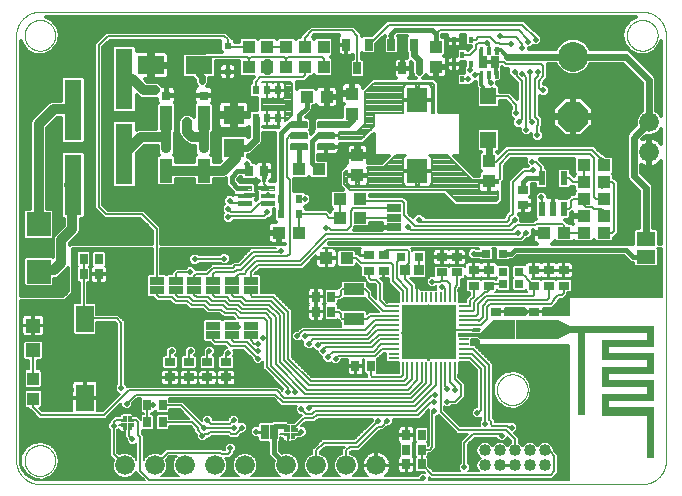
<source format=gtl>
G75*
%MOIN*%
%OFA0B0*%
%FSLAX25Y25*%
%IPPOS*%
%LPD*%
%AMOC8*
5,1,8,0,0,1.08239X$1,22.5*
%
%ADD10C,0.00001*%
%ADD11C,0.00581*%
%ADD12R,0.03937X0.04331*%
%ADD13R,0.02362X0.03150*%
%ADD14R,0.04331X0.03937*%
%ADD15R,0.06693X0.07874*%
%ADD16R,0.04724X0.04724*%
%ADD17C,0.10000*%
%ADD18OC8,0.10000*%
%ADD19R,0.02165X0.04724*%
%ADD20R,0.02500X0.04000*%
%ADD21R,0.02000X0.02756*%
%ADD22R,0.03543X0.02756*%
%ADD23R,0.02953X0.02756*%
%ADD24R,0.07087X0.03937*%
%ADD25R,0.03346X0.03543*%
%ADD26C,0.04000*%
%ADD27R,0.02756X0.03543*%
%ADD28R,0.03150X0.03150*%
%ADD29R,0.06300X0.04600*%
%ADD30R,0.05906X0.09055*%
%ADD31R,0.05512X0.05512*%
%ADD32R,0.05000X0.02500*%
%ADD33R,0.02362X0.02362*%
%ADD34C,0.00039*%
%ADD35R,0.00787X0.00787*%
%ADD36R,0.05827X0.20315*%
%ADD37R,0.04331X0.07874*%
%ADD38R,0.08740X0.06181*%
%ADD39R,0.07087X0.06299*%
%ADD40R,0.07874X0.07874*%
%ADD41C,0.00100*%
%ADD42R,0.02500X0.05000*%
%ADD43R,0.00100X0.00100*%
%ADD44C,0.06600*%
%ADD45R,0.03465X0.00906*%
%ADD46R,0.18110X0.18110*%
%ADD47R,0.00906X0.03465*%
%ADD48C,0.00394*%
%ADD49C,0.00315*%
%ADD50R,0.02638X0.03937*%
%ADD51R,0.01575X0.02008*%
%ADD52C,0.02100*%
%ADD53C,0.00500*%
%ADD54C,0.01709*%
%ADD55C,0.00600*%
%ADD56C,0.01929*%
%ADD57C,0.00800*%
%ADD58C,0.01600*%
%ADD59C,0.02400*%
%ADD60C,0.01200*%
%ADD61C,0.01000*%
%ADD62C,0.03200*%
D10*
X0035524Y0020000D02*
X0236311Y0020000D01*
X0236501Y0020002D01*
X0236691Y0020009D01*
X0236881Y0020021D01*
X0237071Y0020037D01*
X0237260Y0020057D01*
X0237449Y0020083D01*
X0237637Y0020112D01*
X0237824Y0020147D01*
X0238010Y0020186D01*
X0238195Y0020229D01*
X0238380Y0020277D01*
X0238563Y0020329D01*
X0238744Y0020385D01*
X0238924Y0020446D01*
X0239103Y0020512D01*
X0239280Y0020581D01*
X0239456Y0020655D01*
X0239629Y0020733D01*
X0239801Y0020816D01*
X0239970Y0020902D01*
X0240138Y0020992D01*
X0240303Y0021087D01*
X0240466Y0021185D01*
X0240626Y0021288D01*
X0240784Y0021394D01*
X0240939Y0021504D01*
X0241092Y0021617D01*
X0241242Y0021735D01*
X0241388Y0021856D01*
X0241532Y0021980D01*
X0241673Y0022108D01*
X0241811Y0022239D01*
X0241946Y0022374D01*
X0242077Y0022512D01*
X0242205Y0022653D01*
X0242329Y0022797D01*
X0242450Y0022943D01*
X0242568Y0023093D01*
X0242681Y0023246D01*
X0242791Y0023401D01*
X0242897Y0023559D01*
X0243000Y0023719D01*
X0243098Y0023882D01*
X0243193Y0024047D01*
X0243283Y0024215D01*
X0243369Y0024384D01*
X0243452Y0024556D01*
X0243530Y0024729D01*
X0243604Y0024905D01*
X0243673Y0025082D01*
X0243739Y0025261D01*
X0243800Y0025441D01*
X0243856Y0025622D01*
X0243908Y0025805D01*
X0243956Y0025990D01*
X0243999Y0026175D01*
X0244038Y0026361D01*
X0244073Y0026548D01*
X0244102Y0026736D01*
X0244128Y0026925D01*
X0244148Y0027114D01*
X0244164Y0027304D01*
X0244176Y0027494D01*
X0244183Y0027684D01*
X0244185Y0027874D01*
X0244185Y0169606D01*
X0231193Y0169606D02*
X0231195Y0169749D01*
X0231201Y0169892D01*
X0231211Y0170034D01*
X0231225Y0170176D01*
X0231243Y0170318D01*
X0231265Y0170460D01*
X0231290Y0170600D01*
X0231320Y0170740D01*
X0231354Y0170879D01*
X0231391Y0171017D01*
X0231433Y0171154D01*
X0231478Y0171289D01*
X0231527Y0171423D01*
X0231579Y0171556D01*
X0231635Y0171688D01*
X0231695Y0171817D01*
X0231759Y0171945D01*
X0231826Y0172072D01*
X0231897Y0172196D01*
X0231971Y0172318D01*
X0232048Y0172438D01*
X0232129Y0172556D01*
X0232213Y0172672D01*
X0232300Y0172785D01*
X0232390Y0172896D01*
X0232484Y0173004D01*
X0232580Y0173110D01*
X0232679Y0173212D01*
X0232782Y0173312D01*
X0232886Y0173409D01*
X0232994Y0173504D01*
X0233104Y0173595D01*
X0233217Y0173683D01*
X0233332Y0173767D01*
X0233449Y0173849D01*
X0233569Y0173927D01*
X0233690Y0174002D01*
X0233814Y0174074D01*
X0233940Y0174142D01*
X0234067Y0174206D01*
X0234197Y0174267D01*
X0234328Y0174324D01*
X0234460Y0174378D01*
X0234594Y0174427D01*
X0234729Y0174474D01*
X0234866Y0174516D01*
X0235004Y0174554D01*
X0235142Y0174589D01*
X0235282Y0174619D01*
X0235422Y0174646D01*
X0235563Y0174669D01*
X0235705Y0174688D01*
X0235847Y0174703D01*
X0235990Y0174714D01*
X0236132Y0174721D01*
X0236275Y0174724D01*
X0236418Y0174723D01*
X0236561Y0174718D01*
X0236704Y0174709D01*
X0236846Y0174696D01*
X0236988Y0174679D01*
X0237129Y0174658D01*
X0237270Y0174633D01*
X0237410Y0174605D01*
X0237549Y0174572D01*
X0237687Y0174535D01*
X0237824Y0174495D01*
X0237960Y0174451D01*
X0238095Y0174403D01*
X0238228Y0174351D01*
X0238360Y0174296D01*
X0238490Y0174237D01*
X0238619Y0174174D01*
X0238745Y0174108D01*
X0238870Y0174038D01*
X0238993Y0173965D01*
X0239113Y0173889D01*
X0239232Y0173809D01*
X0239348Y0173725D01*
X0239462Y0173639D01*
X0239573Y0173549D01*
X0239682Y0173457D01*
X0239788Y0173361D01*
X0239892Y0173263D01*
X0239993Y0173161D01*
X0240090Y0173057D01*
X0240185Y0172950D01*
X0240277Y0172841D01*
X0240366Y0172729D01*
X0240452Y0172614D01*
X0240534Y0172498D01*
X0240613Y0172378D01*
X0240689Y0172257D01*
X0240761Y0172134D01*
X0240830Y0172009D01*
X0240895Y0171882D01*
X0240957Y0171753D01*
X0241015Y0171622D01*
X0241070Y0171490D01*
X0241120Y0171356D01*
X0241167Y0171221D01*
X0241211Y0171085D01*
X0241250Y0170948D01*
X0241285Y0170809D01*
X0241317Y0170670D01*
X0241345Y0170530D01*
X0241369Y0170389D01*
X0241389Y0170247D01*
X0241405Y0170105D01*
X0241417Y0169963D01*
X0241425Y0169820D01*
X0241429Y0169677D01*
X0241429Y0169535D01*
X0241425Y0169392D01*
X0241417Y0169249D01*
X0241405Y0169107D01*
X0241389Y0168965D01*
X0241369Y0168823D01*
X0241345Y0168682D01*
X0241317Y0168542D01*
X0241285Y0168403D01*
X0241250Y0168264D01*
X0241211Y0168127D01*
X0241167Y0167991D01*
X0241120Y0167856D01*
X0241070Y0167722D01*
X0241015Y0167590D01*
X0240957Y0167459D01*
X0240895Y0167330D01*
X0240830Y0167203D01*
X0240761Y0167078D01*
X0240689Y0166955D01*
X0240613Y0166834D01*
X0240534Y0166714D01*
X0240452Y0166598D01*
X0240366Y0166483D01*
X0240277Y0166371D01*
X0240185Y0166262D01*
X0240090Y0166155D01*
X0239993Y0166051D01*
X0239892Y0165949D01*
X0239788Y0165851D01*
X0239682Y0165755D01*
X0239573Y0165663D01*
X0239462Y0165573D01*
X0239348Y0165487D01*
X0239232Y0165403D01*
X0239113Y0165323D01*
X0238993Y0165247D01*
X0238870Y0165174D01*
X0238745Y0165104D01*
X0238619Y0165038D01*
X0238490Y0164975D01*
X0238360Y0164916D01*
X0238228Y0164861D01*
X0238095Y0164809D01*
X0237960Y0164761D01*
X0237824Y0164717D01*
X0237687Y0164677D01*
X0237549Y0164640D01*
X0237410Y0164607D01*
X0237270Y0164579D01*
X0237129Y0164554D01*
X0236988Y0164533D01*
X0236846Y0164516D01*
X0236704Y0164503D01*
X0236561Y0164494D01*
X0236418Y0164489D01*
X0236275Y0164488D01*
X0236132Y0164491D01*
X0235990Y0164498D01*
X0235847Y0164509D01*
X0235705Y0164524D01*
X0235563Y0164543D01*
X0235422Y0164566D01*
X0235282Y0164593D01*
X0235142Y0164623D01*
X0235004Y0164658D01*
X0234866Y0164696D01*
X0234729Y0164738D01*
X0234594Y0164785D01*
X0234460Y0164834D01*
X0234328Y0164888D01*
X0234197Y0164945D01*
X0234067Y0165006D01*
X0233940Y0165070D01*
X0233814Y0165138D01*
X0233690Y0165210D01*
X0233569Y0165285D01*
X0233449Y0165363D01*
X0233332Y0165445D01*
X0233217Y0165529D01*
X0233104Y0165617D01*
X0232994Y0165708D01*
X0232886Y0165803D01*
X0232782Y0165900D01*
X0232679Y0166000D01*
X0232580Y0166102D01*
X0232484Y0166208D01*
X0232390Y0166316D01*
X0232300Y0166427D01*
X0232213Y0166540D01*
X0232129Y0166656D01*
X0232048Y0166774D01*
X0231971Y0166894D01*
X0231897Y0167016D01*
X0231826Y0167140D01*
X0231759Y0167267D01*
X0231695Y0167395D01*
X0231635Y0167524D01*
X0231579Y0167656D01*
X0231527Y0167789D01*
X0231478Y0167923D01*
X0231433Y0168058D01*
X0231391Y0168195D01*
X0231354Y0168333D01*
X0231320Y0168472D01*
X0231290Y0168612D01*
X0231265Y0168752D01*
X0231243Y0168894D01*
X0231225Y0169036D01*
X0231211Y0169178D01*
X0231201Y0169320D01*
X0231195Y0169463D01*
X0231193Y0169606D01*
X0236311Y0177480D02*
X0236501Y0177478D01*
X0236691Y0177471D01*
X0236881Y0177459D01*
X0237071Y0177443D01*
X0237260Y0177423D01*
X0237449Y0177397D01*
X0237637Y0177368D01*
X0237824Y0177333D01*
X0238010Y0177294D01*
X0238195Y0177251D01*
X0238380Y0177203D01*
X0238563Y0177151D01*
X0238744Y0177095D01*
X0238924Y0177034D01*
X0239103Y0176968D01*
X0239280Y0176899D01*
X0239456Y0176825D01*
X0239629Y0176747D01*
X0239801Y0176664D01*
X0239970Y0176578D01*
X0240138Y0176488D01*
X0240303Y0176393D01*
X0240466Y0176295D01*
X0240626Y0176192D01*
X0240784Y0176086D01*
X0240939Y0175976D01*
X0241092Y0175863D01*
X0241242Y0175745D01*
X0241388Y0175624D01*
X0241532Y0175500D01*
X0241673Y0175372D01*
X0241811Y0175241D01*
X0241946Y0175106D01*
X0242077Y0174968D01*
X0242205Y0174827D01*
X0242329Y0174683D01*
X0242450Y0174537D01*
X0242568Y0174387D01*
X0242681Y0174234D01*
X0242791Y0174079D01*
X0242897Y0173921D01*
X0243000Y0173761D01*
X0243098Y0173598D01*
X0243193Y0173433D01*
X0243283Y0173265D01*
X0243369Y0173096D01*
X0243452Y0172924D01*
X0243530Y0172751D01*
X0243604Y0172575D01*
X0243673Y0172398D01*
X0243739Y0172219D01*
X0243800Y0172039D01*
X0243856Y0171858D01*
X0243908Y0171675D01*
X0243956Y0171490D01*
X0243999Y0171305D01*
X0244038Y0171119D01*
X0244073Y0170932D01*
X0244102Y0170744D01*
X0244128Y0170555D01*
X0244148Y0170366D01*
X0244164Y0170176D01*
X0244176Y0169986D01*
X0244183Y0169796D01*
X0244185Y0169606D01*
X0236311Y0177480D02*
X0035524Y0177480D01*
X0030406Y0169606D02*
X0030408Y0169749D01*
X0030414Y0169892D01*
X0030424Y0170034D01*
X0030438Y0170176D01*
X0030456Y0170318D01*
X0030478Y0170460D01*
X0030503Y0170600D01*
X0030533Y0170740D01*
X0030567Y0170879D01*
X0030604Y0171017D01*
X0030646Y0171154D01*
X0030691Y0171289D01*
X0030740Y0171423D01*
X0030792Y0171556D01*
X0030848Y0171688D01*
X0030908Y0171817D01*
X0030972Y0171945D01*
X0031039Y0172072D01*
X0031110Y0172196D01*
X0031184Y0172318D01*
X0031261Y0172438D01*
X0031342Y0172556D01*
X0031426Y0172672D01*
X0031513Y0172785D01*
X0031603Y0172896D01*
X0031697Y0173004D01*
X0031793Y0173110D01*
X0031892Y0173212D01*
X0031995Y0173312D01*
X0032099Y0173409D01*
X0032207Y0173504D01*
X0032317Y0173595D01*
X0032430Y0173683D01*
X0032545Y0173767D01*
X0032662Y0173849D01*
X0032782Y0173927D01*
X0032903Y0174002D01*
X0033027Y0174074D01*
X0033153Y0174142D01*
X0033280Y0174206D01*
X0033410Y0174267D01*
X0033541Y0174324D01*
X0033673Y0174378D01*
X0033807Y0174427D01*
X0033942Y0174474D01*
X0034079Y0174516D01*
X0034217Y0174554D01*
X0034355Y0174589D01*
X0034495Y0174619D01*
X0034635Y0174646D01*
X0034776Y0174669D01*
X0034918Y0174688D01*
X0035060Y0174703D01*
X0035203Y0174714D01*
X0035345Y0174721D01*
X0035488Y0174724D01*
X0035631Y0174723D01*
X0035774Y0174718D01*
X0035917Y0174709D01*
X0036059Y0174696D01*
X0036201Y0174679D01*
X0036342Y0174658D01*
X0036483Y0174633D01*
X0036623Y0174605D01*
X0036762Y0174572D01*
X0036900Y0174535D01*
X0037037Y0174495D01*
X0037173Y0174451D01*
X0037308Y0174403D01*
X0037441Y0174351D01*
X0037573Y0174296D01*
X0037703Y0174237D01*
X0037832Y0174174D01*
X0037958Y0174108D01*
X0038083Y0174038D01*
X0038206Y0173965D01*
X0038326Y0173889D01*
X0038445Y0173809D01*
X0038561Y0173725D01*
X0038675Y0173639D01*
X0038786Y0173549D01*
X0038895Y0173457D01*
X0039001Y0173361D01*
X0039105Y0173263D01*
X0039206Y0173161D01*
X0039303Y0173057D01*
X0039398Y0172950D01*
X0039490Y0172841D01*
X0039579Y0172729D01*
X0039665Y0172614D01*
X0039747Y0172498D01*
X0039826Y0172378D01*
X0039902Y0172257D01*
X0039974Y0172134D01*
X0040043Y0172009D01*
X0040108Y0171882D01*
X0040170Y0171753D01*
X0040228Y0171622D01*
X0040283Y0171490D01*
X0040333Y0171356D01*
X0040380Y0171221D01*
X0040424Y0171085D01*
X0040463Y0170948D01*
X0040498Y0170809D01*
X0040530Y0170670D01*
X0040558Y0170530D01*
X0040582Y0170389D01*
X0040602Y0170247D01*
X0040618Y0170105D01*
X0040630Y0169963D01*
X0040638Y0169820D01*
X0040642Y0169677D01*
X0040642Y0169535D01*
X0040638Y0169392D01*
X0040630Y0169249D01*
X0040618Y0169107D01*
X0040602Y0168965D01*
X0040582Y0168823D01*
X0040558Y0168682D01*
X0040530Y0168542D01*
X0040498Y0168403D01*
X0040463Y0168264D01*
X0040424Y0168127D01*
X0040380Y0167991D01*
X0040333Y0167856D01*
X0040283Y0167722D01*
X0040228Y0167590D01*
X0040170Y0167459D01*
X0040108Y0167330D01*
X0040043Y0167203D01*
X0039974Y0167078D01*
X0039902Y0166955D01*
X0039826Y0166834D01*
X0039747Y0166714D01*
X0039665Y0166598D01*
X0039579Y0166483D01*
X0039490Y0166371D01*
X0039398Y0166262D01*
X0039303Y0166155D01*
X0039206Y0166051D01*
X0039105Y0165949D01*
X0039001Y0165851D01*
X0038895Y0165755D01*
X0038786Y0165663D01*
X0038675Y0165573D01*
X0038561Y0165487D01*
X0038445Y0165403D01*
X0038326Y0165323D01*
X0038206Y0165247D01*
X0038083Y0165174D01*
X0037958Y0165104D01*
X0037832Y0165038D01*
X0037703Y0164975D01*
X0037573Y0164916D01*
X0037441Y0164861D01*
X0037308Y0164809D01*
X0037173Y0164761D01*
X0037037Y0164717D01*
X0036900Y0164677D01*
X0036762Y0164640D01*
X0036623Y0164607D01*
X0036483Y0164579D01*
X0036342Y0164554D01*
X0036201Y0164533D01*
X0036059Y0164516D01*
X0035917Y0164503D01*
X0035774Y0164494D01*
X0035631Y0164489D01*
X0035488Y0164488D01*
X0035345Y0164491D01*
X0035203Y0164498D01*
X0035060Y0164509D01*
X0034918Y0164524D01*
X0034776Y0164543D01*
X0034635Y0164566D01*
X0034495Y0164593D01*
X0034355Y0164623D01*
X0034217Y0164658D01*
X0034079Y0164696D01*
X0033942Y0164738D01*
X0033807Y0164785D01*
X0033673Y0164834D01*
X0033541Y0164888D01*
X0033410Y0164945D01*
X0033280Y0165006D01*
X0033153Y0165070D01*
X0033027Y0165138D01*
X0032903Y0165210D01*
X0032782Y0165285D01*
X0032662Y0165363D01*
X0032545Y0165445D01*
X0032430Y0165529D01*
X0032317Y0165617D01*
X0032207Y0165708D01*
X0032099Y0165803D01*
X0031995Y0165900D01*
X0031892Y0166000D01*
X0031793Y0166102D01*
X0031697Y0166208D01*
X0031603Y0166316D01*
X0031513Y0166427D01*
X0031426Y0166540D01*
X0031342Y0166656D01*
X0031261Y0166774D01*
X0031184Y0166894D01*
X0031110Y0167016D01*
X0031039Y0167140D01*
X0030972Y0167267D01*
X0030908Y0167395D01*
X0030848Y0167524D01*
X0030792Y0167656D01*
X0030740Y0167789D01*
X0030691Y0167923D01*
X0030646Y0168058D01*
X0030604Y0168195D01*
X0030567Y0168333D01*
X0030533Y0168472D01*
X0030503Y0168612D01*
X0030478Y0168752D01*
X0030456Y0168894D01*
X0030438Y0169036D01*
X0030424Y0169178D01*
X0030414Y0169320D01*
X0030408Y0169463D01*
X0030406Y0169606D01*
X0027650Y0169606D02*
X0027650Y0027874D01*
X0030406Y0027874D02*
X0030408Y0028017D01*
X0030414Y0028160D01*
X0030424Y0028302D01*
X0030438Y0028444D01*
X0030456Y0028586D01*
X0030478Y0028728D01*
X0030503Y0028868D01*
X0030533Y0029008D01*
X0030567Y0029147D01*
X0030604Y0029285D01*
X0030646Y0029422D01*
X0030691Y0029557D01*
X0030740Y0029691D01*
X0030792Y0029824D01*
X0030848Y0029956D01*
X0030908Y0030085D01*
X0030972Y0030213D01*
X0031039Y0030340D01*
X0031110Y0030464D01*
X0031184Y0030586D01*
X0031261Y0030706D01*
X0031342Y0030824D01*
X0031426Y0030940D01*
X0031513Y0031053D01*
X0031603Y0031164D01*
X0031697Y0031272D01*
X0031793Y0031378D01*
X0031892Y0031480D01*
X0031995Y0031580D01*
X0032099Y0031677D01*
X0032207Y0031772D01*
X0032317Y0031863D01*
X0032430Y0031951D01*
X0032545Y0032035D01*
X0032662Y0032117D01*
X0032782Y0032195D01*
X0032903Y0032270D01*
X0033027Y0032342D01*
X0033153Y0032410D01*
X0033280Y0032474D01*
X0033410Y0032535D01*
X0033541Y0032592D01*
X0033673Y0032646D01*
X0033807Y0032695D01*
X0033942Y0032742D01*
X0034079Y0032784D01*
X0034217Y0032822D01*
X0034355Y0032857D01*
X0034495Y0032887D01*
X0034635Y0032914D01*
X0034776Y0032937D01*
X0034918Y0032956D01*
X0035060Y0032971D01*
X0035203Y0032982D01*
X0035345Y0032989D01*
X0035488Y0032992D01*
X0035631Y0032991D01*
X0035774Y0032986D01*
X0035917Y0032977D01*
X0036059Y0032964D01*
X0036201Y0032947D01*
X0036342Y0032926D01*
X0036483Y0032901D01*
X0036623Y0032873D01*
X0036762Y0032840D01*
X0036900Y0032803D01*
X0037037Y0032763D01*
X0037173Y0032719D01*
X0037308Y0032671D01*
X0037441Y0032619D01*
X0037573Y0032564D01*
X0037703Y0032505D01*
X0037832Y0032442D01*
X0037958Y0032376D01*
X0038083Y0032306D01*
X0038206Y0032233D01*
X0038326Y0032157D01*
X0038445Y0032077D01*
X0038561Y0031993D01*
X0038675Y0031907D01*
X0038786Y0031817D01*
X0038895Y0031725D01*
X0039001Y0031629D01*
X0039105Y0031531D01*
X0039206Y0031429D01*
X0039303Y0031325D01*
X0039398Y0031218D01*
X0039490Y0031109D01*
X0039579Y0030997D01*
X0039665Y0030882D01*
X0039747Y0030766D01*
X0039826Y0030646D01*
X0039902Y0030525D01*
X0039974Y0030402D01*
X0040043Y0030277D01*
X0040108Y0030150D01*
X0040170Y0030021D01*
X0040228Y0029890D01*
X0040283Y0029758D01*
X0040333Y0029624D01*
X0040380Y0029489D01*
X0040424Y0029353D01*
X0040463Y0029216D01*
X0040498Y0029077D01*
X0040530Y0028938D01*
X0040558Y0028798D01*
X0040582Y0028657D01*
X0040602Y0028515D01*
X0040618Y0028373D01*
X0040630Y0028231D01*
X0040638Y0028088D01*
X0040642Y0027945D01*
X0040642Y0027803D01*
X0040638Y0027660D01*
X0040630Y0027517D01*
X0040618Y0027375D01*
X0040602Y0027233D01*
X0040582Y0027091D01*
X0040558Y0026950D01*
X0040530Y0026810D01*
X0040498Y0026671D01*
X0040463Y0026532D01*
X0040424Y0026395D01*
X0040380Y0026259D01*
X0040333Y0026124D01*
X0040283Y0025990D01*
X0040228Y0025858D01*
X0040170Y0025727D01*
X0040108Y0025598D01*
X0040043Y0025471D01*
X0039974Y0025346D01*
X0039902Y0025223D01*
X0039826Y0025102D01*
X0039747Y0024982D01*
X0039665Y0024866D01*
X0039579Y0024751D01*
X0039490Y0024639D01*
X0039398Y0024530D01*
X0039303Y0024423D01*
X0039206Y0024319D01*
X0039105Y0024217D01*
X0039001Y0024119D01*
X0038895Y0024023D01*
X0038786Y0023931D01*
X0038675Y0023841D01*
X0038561Y0023755D01*
X0038445Y0023671D01*
X0038326Y0023591D01*
X0038206Y0023515D01*
X0038083Y0023442D01*
X0037958Y0023372D01*
X0037832Y0023306D01*
X0037703Y0023243D01*
X0037573Y0023184D01*
X0037441Y0023129D01*
X0037308Y0023077D01*
X0037173Y0023029D01*
X0037037Y0022985D01*
X0036900Y0022945D01*
X0036762Y0022908D01*
X0036623Y0022875D01*
X0036483Y0022847D01*
X0036342Y0022822D01*
X0036201Y0022801D01*
X0036059Y0022784D01*
X0035917Y0022771D01*
X0035774Y0022762D01*
X0035631Y0022757D01*
X0035488Y0022756D01*
X0035345Y0022759D01*
X0035203Y0022766D01*
X0035060Y0022777D01*
X0034918Y0022792D01*
X0034776Y0022811D01*
X0034635Y0022834D01*
X0034495Y0022861D01*
X0034355Y0022891D01*
X0034217Y0022926D01*
X0034079Y0022964D01*
X0033942Y0023006D01*
X0033807Y0023053D01*
X0033673Y0023102D01*
X0033541Y0023156D01*
X0033410Y0023213D01*
X0033280Y0023274D01*
X0033153Y0023338D01*
X0033027Y0023406D01*
X0032903Y0023478D01*
X0032782Y0023553D01*
X0032662Y0023631D01*
X0032545Y0023713D01*
X0032430Y0023797D01*
X0032317Y0023885D01*
X0032207Y0023976D01*
X0032099Y0024071D01*
X0031995Y0024168D01*
X0031892Y0024268D01*
X0031793Y0024370D01*
X0031697Y0024476D01*
X0031603Y0024584D01*
X0031513Y0024695D01*
X0031426Y0024808D01*
X0031342Y0024924D01*
X0031261Y0025042D01*
X0031184Y0025162D01*
X0031110Y0025284D01*
X0031039Y0025408D01*
X0030972Y0025535D01*
X0030908Y0025663D01*
X0030848Y0025792D01*
X0030792Y0025924D01*
X0030740Y0026057D01*
X0030691Y0026191D01*
X0030646Y0026326D01*
X0030604Y0026463D01*
X0030567Y0026601D01*
X0030533Y0026740D01*
X0030503Y0026880D01*
X0030478Y0027020D01*
X0030456Y0027162D01*
X0030438Y0027304D01*
X0030424Y0027446D01*
X0030414Y0027588D01*
X0030408Y0027731D01*
X0030406Y0027874D01*
X0027650Y0027874D02*
X0027652Y0027684D01*
X0027659Y0027494D01*
X0027671Y0027304D01*
X0027687Y0027114D01*
X0027707Y0026925D01*
X0027733Y0026736D01*
X0027762Y0026548D01*
X0027797Y0026361D01*
X0027836Y0026175D01*
X0027879Y0025990D01*
X0027927Y0025805D01*
X0027979Y0025622D01*
X0028035Y0025441D01*
X0028096Y0025261D01*
X0028162Y0025082D01*
X0028231Y0024905D01*
X0028305Y0024729D01*
X0028383Y0024556D01*
X0028466Y0024384D01*
X0028552Y0024215D01*
X0028642Y0024047D01*
X0028737Y0023882D01*
X0028835Y0023719D01*
X0028938Y0023559D01*
X0029044Y0023401D01*
X0029154Y0023246D01*
X0029267Y0023093D01*
X0029385Y0022943D01*
X0029506Y0022797D01*
X0029630Y0022653D01*
X0029758Y0022512D01*
X0029889Y0022374D01*
X0030024Y0022239D01*
X0030162Y0022108D01*
X0030303Y0021980D01*
X0030447Y0021856D01*
X0030593Y0021735D01*
X0030743Y0021617D01*
X0030896Y0021504D01*
X0031051Y0021394D01*
X0031209Y0021288D01*
X0031369Y0021185D01*
X0031532Y0021087D01*
X0031697Y0020992D01*
X0031865Y0020902D01*
X0032034Y0020816D01*
X0032206Y0020733D01*
X0032379Y0020655D01*
X0032555Y0020581D01*
X0032732Y0020512D01*
X0032911Y0020446D01*
X0033091Y0020385D01*
X0033272Y0020329D01*
X0033455Y0020277D01*
X0033640Y0020229D01*
X0033825Y0020186D01*
X0034011Y0020147D01*
X0034198Y0020112D01*
X0034386Y0020083D01*
X0034575Y0020057D01*
X0034764Y0020037D01*
X0034954Y0020021D01*
X0035144Y0020009D01*
X0035334Y0020002D01*
X0035524Y0020000D01*
X0187886Y0051496D02*
X0187888Y0051639D01*
X0187894Y0051782D01*
X0187904Y0051924D01*
X0187918Y0052066D01*
X0187936Y0052208D01*
X0187958Y0052350D01*
X0187983Y0052490D01*
X0188013Y0052630D01*
X0188047Y0052769D01*
X0188084Y0052907D01*
X0188126Y0053044D01*
X0188171Y0053179D01*
X0188220Y0053313D01*
X0188272Y0053446D01*
X0188328Y0053578D01*
X0188388Y0053707D01*
X0188452Y0053835D01*
X0188519Y0053962D01*
X0188590Y0054086D01*
X0188664Y0054208D01*
X0188741Y0054328D01*
X0188822Y0054446D01*
X0188906Y0054562D01*
X0188993Y0054675D01*
X0189083Y0054786D01*
X0189177Y0054894D01*
X0189273Y0055000D01*
X0189372Y0055102D01*
X0189475Y0055202D01*
X0189579Y0055299D01*
X0189687Y0055394D01*
X0189797Y0055485D01*
X0189910Y0055573D01*
X0190025Y0055657D01*
X0190142Y0055739D01*
X0190262Y0055817D01*
X0190383Y0055892D01*
X0190507Y0055964D01*
X0190633Y0056032D01*
X0190760Y0056096D01*
X0190890Y0056157D01*
X0191021Y0056214D01*
X0191153Y0056268D01*
X0191287Y0056317D01*
X0191422Y0056364D01*
X0191559Y0056406D01*
X0191697Y0056444D01*
X0191835Y0056479D01*
X0191975Y0056509D01*
X0192115Y0056536D01*
X0192256Y0056559D01*
X0192398Y0056578D01*
X0192540Y0056593D01*
X0192683Y0056604D01*
X0192825Y0056611D01*
X0192968Y0056614D01*
X0193111Y0056613D01*
X0193254Y0056608D01*
X0193397Y0056599D01*
X0193539Y0056586D01*
X0193681Y0056569D01*
X0193822Y0056548D01*
X0193963Y0056523D01*
X0194103Y0056495D01*
X0194242Y0056462D01*
X0194380Y0056425D01*
X0194517Y0056385D01*
X0194653Y0056341D01*
X0194788Y0056293D01*
X0194921Y0056241D01*
X0195053Y0056186D01*
X0195183Y0056127D01*
X0195312Y0056064D01*
X0195438Y0055998D01*
X0195563Y0055928D01*
X0195686Y0055855D01*
X0195806Y0055779D01*
X0195925Y0055699D01*
X0196041Y0055615D01*
X0196155Y0055529D01*
X0196266Y0055439D01*
X0196375Y0055347D01*
X0196481Y0055251D01*
X0196585Y0055153D01*
X0196686Y0055051D01*
X0196783Y0054947D01*
X0196878Y0054840D01*
X0196970Y0054731D01*
X0197059Y0054619D01*
X0197145Y0054504D01*
X0197227Y0054388D01*
X0197306Y0054268D01*
X0197382Y0054147D01*
X0197454Y0054024D01*
X0197523Y0053899D01*
X0197588Y0053772D01*
X0197650Y0053643D01*
X0197708Y0053512D01*
X0197763Y0053380D01*
X0197813Y0053246D01*
X0197860Y0053111D01*
X0197904Y0052975D01*
X0197943Y0052838D01*
X0197978Y0052699D01*
X0198010Y0052560D01*
X0198038Y0052420D01*
X0198062Y0052279D01*
X0198082Y0052137D01*
X0198098Y0051995D01*
X0198110Y0051853D01*
X0198118Y0051710D01*
X0198122Y0051567D01*
X0198122Y0051425D01*
X0198118Y0051282D01*
X0198110Y0051139D01*
X0198098Y0050997D01*
X0198082Y0050855D01*
X0198062Y0050713D01*
X0198038Y0050572D01*
X0198010Y0050432D01*
X0197978Y0050293D01*
X0197943Y0050154D01*
X0197904Y0050017D01*
X0197860Y0049881D01*
X0197813Y0049746D01*
X0197763Y0049612D01*
X0197708Y0049480D01*
X0197650Y0049349D01*
X0197588Y0049220D01*
X0197523Y0049093D01*
X0197454Y0048968D01*
X0197382Y0048845D01*
X0197306Y0048724D01*
X0197227Y0048604D01*
X0197145Y0048488D01*
X0197059Y0048373D01*
X0196970Y0048261D01*
X0196878Y0048152D01*
X0196783Y0048045D01*
X0196686Y0047941D01*
X0196585Y0047839D01*
X0196481Y0047741D01*
X0196375Y0047645D01*
X0196266Y0047553D01*
X0196155Y0047463D01*
X0196041Y0047377D01*
X0195925Y0047293D01*
X0195806Y0047213D01*
X0195686Y0047137D01*
X0195563Y0047064D01*
X0195438Y0046994D01*
X0195312Y0046928D01*
X0195183Y0046865D01*
X0195053Y0046806D01*
X0194921Y0046751D01*
X0194788Y0046699D01*
X0194653Y0046651D01*
X0194517Y0046607D01*
X0194380Y0046567D01*
X0194242Y0046530D01*
X0194103Y0046497D01*
X0193963Y0046469D01*
X0193822Y0046444D01*
X0193681Y0046423D01*
X0193539Y0046406D01*
X0193397Y0046393D01*
X0193254Y0046384D01*
X0193111Y0046379D01*
X0192968Y0046378D01*
X0192825Y0046381D01*
X0192683Y0046388D01*
X0192540Y0046399D01*
X0192398Y0046414D01*
X0192256Y0046433D01*
X0192115Y0046456D01*
X0191975Y0046483D01*
X0191835Y0046513D01*
X0191697Y0046548D01*
X0191559Y0046586D01*
X0191422Y0046628D01*
X0191287Y0046675D01*
X0191153Y0046724D01*
X0191021Y0046778D01*
X0190890Y0046835D01*
X0190760Y0046896D01*
X0190633Y0046960D01*
X0190507Y0047028D01*
X0190383Y0047100D01*
X0190262Y0047175D01*
X0190142Y0047253D01*
X0190025Y0047335D01*
X0189910Y0047419D01*
X0189797Y0047507D01*
X0189687Y0047598D01*
X0189579Y0047693D01*
X0189475Y0047790D01*
X0189372Y0047890D01*
X0189273Y0047992D01*
X0189177Y0048098D01*
X0189083Y0048206D01*
X0188993Y0048317D01*
X0188906Y0048430D01*
X0188822Y0048546D01*
X0188741Y0048664D01*
X0188664Y0048784D01*
X0188590Y0048906D01*
X0188519Y0049030D01*
X0188452Y0049157D01*
X0188388Y0049285D01*
X0188328Y0049414D01*
X0188272Y0049546D01*
X0188220Y0049679D01*
X0188171Y0049813D01*
X0188126Y0049948D01*
X0188084Y0050085D01*
X0188047Y0050223D01*
X0188013Y0050362D01*
X0187983Y0050502D01*
X0187958Y0050642D01*
X0187936Y0050784D01*
X0187918Y0050926D01*
X0187904Y0051068D01*
X0187894Y0051210D01*
X0187888Y0051353D01*
X0187886Y0051496D01*
X0035524Y0177480D02*
X0035334Y0177478D01*
X0035144Y0177471D01*
X0034954Y0177459D01*
X0034764Y0177443D01*
X0034575Y0177423D01*
X0034386Y0177397D01*
X0034198Y0177368D01*
X0034011Y0177333D01*
X0033825Y0177294D01*
X0033640Y0177251D01*
X0033455Y0177203D01*
X0033272Y0177151D01*
X0033091Y0177095D01*
X0032911Y0177034D01*
X0032732Y0176968D01*
X0032555Y0176899D01*
X0032379Y0176825D01*
X0032206Y0176747D01*
X0032034Y0176664D01*
X0031865Y0176578D01*
X0031697Y0176488D01*
X0031532Y0176393D01*
X0031369Y0176295D01*
X0031209Y0176192D01*
X0031051Y0176086D01*
X0030896Y0175976D01*
X0030743Y0175863D01*
X0030593Y0175745D01*
X0030447Y0175624D01*
X0030303Y0175500D01*
X0030162Y0175372D01*
X0030024Y0175241D01*
X0029889Y0175106D01*
X0029758Y0174968D01*
X0029630Y0174827D01*
X0029506Y0174683D01*
X0029385Y0174537D01*
X0029267Y0174387D01*
X0029154Y0174234D01*
X0029044Y0174079D01*
X0028938Y0173921D01*
X0028835Y0173761D01*
X0028737Y0173598D01*
X0028642Y0173433D01*
X0028552Y0173265D01*
X0028466Y0173096D01*
X0028383Y0172924D01*
X0028305Y0172751D01*
X0028231Y0172575D01*
X0028162Y0172398D01*
X0028096Y0172219D01*
X0028035Y0172039D01*
X0027979Y0171858D01*
X0027927Y0171675D01*
X0027879Y0171490D01*
X0027836Y0171305D01*
X0027797Y0171119D01*
X0027762Y0170932D01*
X0027733Y0170744D01*
X0027707Y0170555D01*
X0027687Y0170366D01*
X0027671Y0170176D01*
X0027659Y0169986D01*
X0027652Y0169796D01*
X0027650Y0169606D01*
D11*
X0119289Y0140861D02*
X0124417Y0140861D01*
X0124417Y0139119D01*
X0119289Y0139119D01*
X0119289Y0140861D01*
X0119289Y0139671D02*
X0124417Y0139671D01*
X0124417Y0140223D02*
X0119289Y0140223D01*
X0119289Y0140775D02*
X0124417Y0140775D01*
X0124417Y0137121D02*
X0119289Y0137121D01*
X0124417Y0137121D02*
X0124417Y0135379D01*
X0119289Y0135379D01*
X0119289Y0137121D01*
X0119289Y0135931D02*
X0124417Y0135931D01*
X0124417Y0136483D02*
X0119289Y0136483D01*
X0119289Y0137035D02*
X0124417Y0137035D01*
X0128383Y0137121D02*
X0133511Y0137121D01*
X0133511Y0135379D01*
X0128383Y0135379D01*
X0128383Y0137121D01*
X0128383Y0135931D02*
X0133511Y0135931D01*
X0133511Y0136483D02*
X0128383Y0136483D01*
X0128383Y0137035D02*
X0133511Y0137035D01*
X0133511Y0140861D02*
X0128383Y0140861D01*
X0133511Y0140861D02*
X0133511Y0139119D01*
X0128383Y0139119D01*
X0128383Y0140861D01*
X0128383Y0139671D02*
X0133511Y0139671D01*
X0133511Y0140223D02*
X0128383Y0140223D01*
X0128383Y0140775D02*
X0133511Y0140775D01*
X0133511Y0133381D02*
X0128383Y0133381D01*
X0133511Y0133381D02*
X0133511Y0131639D01*
X0128383Y0131639D01*
X0128383Y0133381D01*
X0128383Y0132191D02*
X0133511Y0132191D01*
X0133511Y0132743D02*
X0128383Y0132743D01*
X0128383Y0133295D02*
X0133511Y0133295D01*
X0124417Y0133381D02*
X0119289Y0133381D01*
X0124417Y0133381D02*
X0124417Y0131639D01*
X0119289Y0131639D01*
X0119289Y0133381D01*
X0119289Y0132191D02*
X0124417Y0132191D01*
X0124417Y0132743D02*
X0119289Y0132743D01*
X0119289Y0133295D02*
X0124417Y0133295D01*
D12*
X0141400Y0129596D03*
X0141400Y0122904D03*
X0139525Y0143529D03*
X0139525Y0150221D03*
X0130150Y0159154D03*
X0123900Y0159154D03*
X0117650Y0159154D03*
X0111400Y0159154D03*
X0105150Y0159154D03*
X0105150Y0165846D03*
X0111400Y0165846D03*
X0117650Y0165846D03*
X0123900Y0165846D03*
X0130150Y0165846D03*
X0167650Y0165846D03*
X0167650Y0159154D03*
X0185200Y0127596D03*
X0185200Y0120904D03*
X0033275Y0055221D03*
X0033275Y0048529D03*
D13*
X0115947Y0110000D03*
X0115947Y0115000D03*
X0121853Y0115000D03*
X0121853Y0110000D03*
D14*
X0121934Y0103787D03*
X0115241Y0103787D03*
X0131041Y0095362D03*
X0137734Y0095362D03*
X0135554Y0108750D03*
X0135554Y0115000D03*
X0142246Y0115000D03*
X0142246Y0108750D03*
X0128496Y0125000D03*
X0121804Y0125000D03*
X0124429Y0149113D03*
X0131121Y0149113D03*
X0203679Y0103750D03*
X0210371Y0103750D03*
X0216804Y0103750D03*
X0216804Y0109375D03*
X0223496Y0109375D03*
X0223496Y0103750D03*
X0223496Y0115000D03*
X0216804Y0115000D03*
X0216804Y0120625D03*
X0216804Y0126250D03*
X0223496Y0126250D03*
X0223496Y0120625D03*
D15*
X0161400Y0124439D03*
X0161400Y0148061D03*
D16*
X0033275Y0072884D03*
X0033275Y0064616D03*
D17*
X0213275Y0162500D03*
D18*
X0213275Y0142500D03*
D19*
X0210240Y0121981D03*
X0202760Y0121981D03*
X0202760Y0111744D03*
X0206500Y0111744D03*
X0210240Y0111744D03*
D20*
X0156400Y0158563D03*
X0152660Y0166437D03*
X0145140Y0166437D03*
X0137660Y0166437D03*
X0141400Y0158563D03*
X0160140Y0166437D03*
D21*
X0114978Y0151239D03*
X0111237Y0151239D03*
X0107497Y0151239D03*
X0107497Y0142086D03*
X0111237Y0142086D03*
X0114978Y0142086D03*
D22*
X0145150Y0096309D03*
X0150150Y0096309D03*
X0150150Y0091191D03*
X0145150Y0091191D03*
X0169525Y0090566D03*
X0174525Y0090566D03*
X0180150Y0091309D03*
X0185150Y0091309D03*
X0185150Y0086191D03*
X0180150Y0086191D03*
X0187650Y0077559D03*
X0187650Y0072441D03*
X0200150Y0072441D03*
X0200150Y0077559D03*
X0200150Y0086191D03*
X0205150Y0086191D03*
X0210150Y0086191D03*
X0210150Y0091309D03*
X0205150Y0091309D03*
X0200150Y0091309D03*
X0196500Y0113053D03*
X0196500Y0118172D03*
X0174525Y0095684D03*
X0169525Y0095684D03*
X0097650Y0060684D03*
X0091400Y0060684D03*
X0085150Y0060684D03*
X0085150Y0055566D03*
X0091400Y0055566D03*
X0097650Y0055566D03*
X0078900Y0055566D03*
X0078900Y0060684D03*
D23*
X0184171Y0096875D03*
X0189879Y0096875D03*
X0189993Y0090719D03*
X0189993Y0086781D03*
X0195307Y0086781D03*
X0195307Y0090719D03*
D24*
X0140150Y0084921D03*
X0140150Y0075079D03*
D25*
X0157242Y0091250D03*
X0161808Y0091250D03*
X0191617Y0072500D03*
X0196183Y0072500D03*
D26*
X0193900Y0031250D03*
X0188900Y0031250D03*
X0183900Y0031250D03*
X0183900Y0026250D03*
X0188900Y0026250D03*
X0193900Y0026250D03*
X0198900Y0026250D03*
X0203900Y0026250D03*
X0203900Y0031250D03*
X0198900Y0031250D03*
D27*
X0162797Y0031512D03*
X0162797Y0036413D03*
X0157678Y0036413D03*
X0157678Y0031512D03*
X0157678Y0026612D03*
X0162797Y0026612D03*
X0145834Y0059375D03*
X0140716Y0059375D03*
X0132709Y0077500D03*
X0132709Y0082500D03*
X0127591Y0082500D03*
X0127591Y0077500D03*
X0076459Y0046250D03*
X0071341Y0046250D03*
X0071341Y0040625D03*
X0076459Y0040625D03*
X0055209Y0090000D03*
X0055209Y0095000D03*
X0050091Y0095000D03*
X0050091Y0090000D03*
X0105091Y0124375D03*
X0110209Y0124375D03*
D28*
X0090150Y0132028D03*
X0077650Y0132028D03*
X0077650Y0149528D03*
X0090150Y0149528D03*
X0155900Y0095625D03*
X0161900Y0095625D03*
D29*
X0237650Y0095750D03*
X0237650Y0101750D03*
D30*
X0050524Y0075128D03*
X0050524Y0048750D03*
D31*
X0185062Y0134717D03*
X0185062Y0149283D03*
D32*
X0153538Y0111962D03*
X0153538Y0108762D03*
X0153538Y0105562D03*
X0105775Y0087850D03*
X0105775Y0084650D03*
X0099525Y0084650D03*
X0099525Y0087850D03*
X0093275Y0087850D03*
X0093275Y0084650D03*
X0087025Y0084650D03*
X0087025Y0087850D03*
X0080775Y0087850D03*
X0080775Y0084650D03*
X0074525Y0084650D03*
X0074525Y0087850D03*
X0093275Y0072850D03*
X0093275Y0069650D03*
X0099525Y0069650D03*
X0099525Y0072850D03*
X0105775Y0072850D03*
X0105775Y0069650D03*
D33*
X0098112Y0157557D03*
X0098112Y0166218D03*
D34*
X0065785Y0042712D02*
X0064879Y0042712D01*
X0064879Y0040979D01*
X0066612Y0040979D01*
X0066612Y0041885D01*
X0065785Y0041885D01*
X0065785Y0042712D01*
X0065785Y0042691D02*
X0064879Y0042691D01*
X0064879Y0042653D02*
X0065785Y0042653D01*
X0065785Y0042615D02*
X0064879Y0042615D01*
X0064879Y0042577D02*
X0065785Y0042577D01*
X0065785Y0042539D02*
X0064879Y0042539D01*
X0064879Y0042502D02*
X0065785Y0042502D01*
X0065785Y0042464D02*
X0064879Y0042464D01*
X0064879Y0042426D02*
X0065785Y0042426D01*
X0065785Y0042388D02*
X0064879Y0042388D01*
X0064879Y0042350D02*
X0065785Y0042350D01*
X0065785Y0042312D02*
X0064879Y0042312D01*
X0064879Y0042274D02*
X0065785Y0042274D01*
X0065785Y0042236D02*
X0064879Y0042236D01*
X0064879Y0042198D02*
X0065785Y0042198D01*
X0065785Y0042161D02*
X0064879Y0042161D01*
X0064879Y0042123D02*
X0065785Y0042123D01*
X0065785Y0042085D02*
X0064879Y0042085D01*
X0064879Y0042047D02*
X0065785Y0042047D01*
X0065785Y0042009D02*
X0064879Y0042009D01*
X0064879Y0041971D02*
X0065785Y0041971D01*
X0065785Y0041933D02*
X0064879Y0041933D01*
X0064879Y0041895D02*
X0065785Y0041895D01*
X0066612Y0041858D02*
X0064879Y0041858D01*
X0064879Y0041820D02*
X0066612Y0041820D01*
X0066612Y0041782D02*
X0064879Y0041782D01*
X0064879Y0041744D02*
X0066612Y0041744D01*
X0066612Y0041706D02*
X0064879Y0041706D01*
X0064879Y0041668D02*
X0066612Y0041668D01*
X0066612Y0041630D02*
X0064879Y0041630D01*
X0064879Y0041592D02*
X0066612Y0041592D01*
X0066612Y0041555D02*
X0064879Y0041555D01*
X0064879Y0041517D02*
X0066612Y0041517D01*
X0066612Y0041479D02*
X0064879Y0041479D01*
X0064879Y0041441D02*
X0066612Y0041441D01*
X0066612Y0041403D02*
X0064879Y0041403D01*
X0064879Y0041365D02*
X0066612Y0041365D01*
X0066612Y0041327D02*
X0064879Y0041327D01*
X0064879Y0041289D02*
X0066612Y0041289D01*
X0066612Y0041251D02*
X0064879Y0041251D01*
X0064879Y0041214D02*
X0066612Y0041214D01*
X0066612Y0041176D02*
X0064879Y0041176D01*
X0064879Y0041138D02*
X0066612Y0041138D01*
X0066612Y0041100D02*
X0064879Y0041100D01*
X0064879Y0041062D02*
X0066612Y0041062D01*
X0066612Y0041024D02*
X0064879Y0041024D01*
X0064879Y0040986D02*
X0066612Y0040986D01*
X0066612Y0040271D02*
X0066612Y0039365D01*
X0065785Y0039365D01*
X0065785Y0038538D01*
X0064879Y0038538D01*
X0064879Y0040271D01*
X0066612Y0040271D01*
X0066612Y0040267D02*
X0064879Y0040267D01*
X0064879Y0040229D02*
X0066612Y0040229D01*
X0066612Y0040191D02*
X0064879Y0040191D01*
X0064879Y0040153D02*
X0066612Y0040153D01*
X0066612Y0040115D02*
X0064879Y0040115D01*
X0064879Y0040077D02*
X0066612Y0040077D01*
X0066612Y0040039D02*
X0064879Y0040039D01*
X0064879Y0040001D02*
X0066612Y0040001D01*
X0066612Y0039963D02*
X0064879Y0039963D01*
X0064879Y0039926D02*
X0066612Y0039926D01*
X0066612Y0039888D02*
X0064879Y0039888D01*
X0064879Y0039850D02*
X0066612Y0039850D01*
X0066612Y0039812D02*
X0064879Y0039812D01*
X0064879Y0039774D02*
X0066612Y0039774D01*
X0066612Y0039736D02*
X0064879Y0039736D01*
X0064879Y0039698D02*
X0066612Y0039698D01*
X0066612Y0039660D02*
X0064879Y0039660D01*
X0064879Y0039623D02*
X0066612Y0039623D01*
X0066612Y0039585D02*
X0064879Y0039585D01*
X0064879Y0039547D02*
X0066612Y0039547D01*
X0066612Y0039509D02*
X0064879Y0039509D01*
X0064879Y0039471D02*
X0066612Y0039471D01*
X0066612Y0039433D02*
X0064879Y0039433D01*
X0064879Y0039395D02*
X0066612Y0039395D01*
X0065785Y0039357D02*
X0064879Y0039357D01*
X0064879Y0039320D02*
X0065785Y0039320D01*
X0065785Y0039282D02*
X0064879Y0039282D01*
X0064879Y0039244D02*
X0065785Y0039244D01*
X0065785Y0039206D02*
X0064879Y0039206D01*
X0064879Y0039168D02*
X0065785Y0039168D01*
X0065785Y0039130D02*
X0064879Y0039130D01*
X0064879Y0039092D02*
X0065785Y0039092D01*
X0065785Y0039054D02*
X0064879Y0039054D01*
X0064879Y0039016D02*
X0065785Y0039016D01*
X0065785Y0038979D02*
X0064879Y0038979D01*
X0064879Y0038941D02*
X0065785Y0038941D01*
X0065785Y0038903D02*
X0064879Y0038903D01*
X0064879Y0038865D02*
X0065785Y0038865D01*
X0065785Y0038827D02*
X0064879Y0038827D01*
X0064879Y0038789D02*
X0065785Y0038789D01*
X0065785Y0038751D02*
X0064879Y0038751D01*
X0064879Y0038713D02*
X0065785Y0038713D01*
X0065785Y0038676D02*
X0064879Y0038676D01*
X0064879Y0038638D02*
X0065785Y0038638D01*
X0065785Y0038600D02*
X0064879Y0038600D01*
X0064879Y0038562D02*
X0065785Y0038562D01*
X0064171Y0038562D02*
X0063265Y0038562D01*
X0063265Y0038538D02*
X0064171Y0038538D01*
X0064171Y0040271D01*
X0062438Y0040271D01*
X0062438Y0039365D01*
X0063265Y0039365D01*
X0063265Y0038538D01*
X0063265Y0038600D02*
X0064171Y0038600D01*
X0064171Y0038638D02*
X0063265Y0038638D01*
X0063265Y0038676D02*
X0064171Y0038676D01*
X0064171Y0038713D02*
X0063265Y0038713D01*
X0063265Y0038751D02*
X0064171Y0038751D01*
X0064171Y0038789D02*
X0063265Y0038789D01*
X0063265Y0038827D02*
X0064171Y0038827D01*
X0064171Y0038865D02*
X0063265Y0038865D01*
X0063265Y0038903D02*
X0064171Y0038903D01*
X0064171Y0038941D02*
X0063265Y0038941D01*
X0063265Y0038979D02*
X0064171Y0038979D01*
X0064171Y0039016D02*
X0063265Y0039016D01*
X0063265Y0039054D02*
X0064171Y0039054D01*
X0064171Y0039092D02*
X0063265Y0039092D01*
X0063265Y0039130D02*
X0064171Y0039130D01*
X0064171Y0039168D02*
X0063265Y0039168D01*
X0063265Y0039206D02*
X0064171Y0039206D01*
X0064171Y0039244D02*
X0063265Y0039244D01*
X0063265Y0039282D02*
X0064171Y0039282D01*
X0064171Y0039320D02*
X0063265Y0039320D01*
X0063265Y0039357D02*
X0064171Y0039357D01*
X0064171Y0039395D02*
X0062438Y0039395D01*
X0062438Y0039433D02*
X0064171Y0039433D01*
X0064171Y0039471D02*
X0062438Y0039471D01*
X0062438Y0039509D02*
X0064171Y0039509D01*
X0064171Y0039547D02*
X0062438Y0039547D01*
X0062438Y0039585D02*
X0064171Y0039585D01*
X0064171Y0039623D02*
X0062438Y0039623D01*
X0062438Y0039660D02*
X0064171Y0039660D01*
X0064171Y0039698D02*
X0062438Y0039698D01*
X0062438Y0039736D02*
X0064171Y0039736D01*
X0064171Y0039774D02*
X0062438Y0039774D01*
X0062438Y0039812D02*
X0064171Y0039812D01*
X0064171Y0039850D02*
X0062438Y0039850D01*
X0062438Y0039888D02*
X0064171Y0039888D01*
X0064171Y0039926D02*
X0062438Y0039926D01*
X0062438Y0039963D02*
X0064171Y0039963D01*
X0064171Y0040001D02*
X0062438Y0040001D01*
X0062438Y0040039D02*
X0064171Y0040039D01*
X0064171Y0040077D02*
X0062438Y0040077D01*
X0062438Y0040115D02*
X0064171Y0040115D01*
X0064171Y0040153D02*
X0062438Y0040153D01*
X0062438Y0040191D02*
X0064171Y0040191D01*
X0064171Y0040229D02*
X0062438Y0040229D01*
X0062438Y0040267D02*
X0064171Y0040267D01*
X0064171Y0040979D02*
X0064171Y0042712D01*
X0063265Y0042712D01*
X0063265Y0041885D01*
X0062438Y0041885D01*
X0062438Y0040979D01*
X0064171Y0040979D01*
X0064171Y0040986D02*
X0062438Y0040986D01*
X0062438Y0041024D02*
X0064171Y0041024D01*
X0064171Y0041062D02*
X0062438Y0041062D01*
X0062438Y0041100D02*
X0064171Y0041100D01*
X0064171Y0041138D02*
X0062438Y0041138D01*
X0062438Y0041176D02*
X0064171Y0041176D01*
X0064171Y0041214D02*
X0062438Y0041214D01*
X0062438Y0041251D02*
X0064171Y0041251D01*
X0064171Y0041289D02*
X0062438Y0041289D01*
X0062438Y0041327D02*
X0064171Y0041327D01*
X0064171Y0041365D02*
X0062438Y0041365D01*
X0062438Y0041403D02*
X0064171Y0041403D01*
X0064171Y0041441D02*
X0062438Y0041441D01*
X0062438Y0041479D02*
X0064171Y0041479D01*
X0064171Y0041517D02*
X0062438Y0041517D01*
X0062438Y0041555D02*
X0064171Y0041555D01*
X0064171Y0041592D02*
X0062438Y0041592D01*
X0062438Y0041630D02*
X0064171Y0041630D01*
X0064171Y0041668D02*
X0062438Y0041668D01*
X0062438Y0041706D02*
X0064171Y0041706D01*
X0064171Y0041744D02*
X0062438Y0041744D01*
X0062438Y0041782D02*
X0064171Y0041782D01*
X0064171Y0041820D02*
X0062438Y0041820D01*
X0062438Y0041858D02*
X0064171Y0041858D01*
X0064171Y0041895D02*
X0063265Y0041895D01*
X0063265Y0041933D02*
X0064171Y0041933D01*
X0064171Y0041971D02*
X0063265Y0041971D01*
X0063265Y0042009D02*
X0064171Y0042009D01*
X0064171Y0042047D02*
X0063265Y0042047D01*
X0063265Y0042085D02*
X0064171Y0042085D01*
X0064171Y0042123D02*
X0063265Y0042123D01*
X0063265Y0042161D02*
X0064171Y0042161D01*
X0064171Y0042198D02*
X0063265Y0042198D01*
X0063265Y0042236D02*
X0064171Y0042236D01*
X0064171Y0042274D02*
X0063265Y0042274D01*
X0063265Y0042312D02*
X0064171Y0042312D01*
X0064171Y0042350D02*
X0063265Y0042350D01*
X0063265Y0042388D02*
X0064171Y0042388D01*
X0064171Y0042426D02*
X0063265Y0042426D01*
X0063265Y0042464D02*
X0064171Y0042464D01*
X0064171Y0042502D02*
X0063265Y0042502D01*
X0063265Y0042539D02*
X0064171Y0042539D01*
X0064171Y0042577D02*
X0063265Y0042577D01*
X0063265Y0042615D02*
X0064171Y0042615D01*
X0064171Y0042653D02*
X0063265Y0042653D01*
X0063265Y0042691D02*
X0064171Y0042691D01*
X0116916Y0038772D02*
X0117743Y0038772D01*
X0117743Y0039599D01*
X0118648Y0039599D01*
X0118648Y0037866D01*
X0116916Y0037866D01*
X0116916Y0038772D01*
X0116916Y0038751D02*
X0118648Y0038751D01*
X0118648Y0038713D02*
X0116916Y0038713D01*
X0116916Y0038676D02*
X0118648Y0038676D01*
X0118648Y0038638D02*
X0116916Y0038638D01*
X0116916Y0038600D02*
X0118648Y0038600D01*
X0118648Y0038562D02*
X0116916Y0038562D01*
X0116916Y0038524D02*
X0118648Y0038524D01*
X0118648Y0038486D02*
X0116916Y0038486D01*
X0116916Y0038448D02*
X0118648Y0038448D01*
X0118648Y0038410D02*
X0116916Y0038410D01*
X0116916Y0038372D02*
X0118648Y0038372D01*
X0118648Y0038335D02*
X0116916Y0038335D01*
X0116916Y0038297D02*
X0118648Y0038297D01*
X0118648Y0038259D02*
X0116916Y0038259D01*
X0116916Y0038221D02*
X0118648Y0038221D01*
X0118648Y0038183D02*
X0116916Y0038183D01*
X0116916Y0038145D02*
X0118648Y0038145D01*
X0118648Y0038107D02*
X0116916Y0038107D01*
X0116916Y0038069D02*
X0118648Y0038069D01*
X0118648Y0038032D02*
X0116916Y0038032D01*
X0116916Y0037994D02*
X0118648Y0037994D01*
X0118648Y0037956D02*
X0116916Y0037956D01*
X0116916Y0037918D02*
X0118648Y0037918D01*
X0118648Y0037880D02*
X0116916Y0037880D01*
X0116916Y0037158D02*
X0116916Y0036252D01*
X0117743Y0036252D01*
X0117743Y0035425D01*
X0118648Y0035425D01*
X0118648Y0037158D01*
X0116916Y0037158D01*
X0116916Y0037122D02*
X0118648Y0037122D01*
X0118648Y0037085D02*
X0116916Y0037085D01*
X0116916Y0037047D02*
X0118648Y0037047D01*
X0118648Y0037009D02*
X0116916Y0037009D01*
X0116916Y0036971D02*
X0118648Y0036971D01*
X0118648Y0036933D02*
X0116916Y0036933D01*
X0116916Y0036895D02*
X0118648Y0036895D01*
X0118648Y0036857D02*
X0116916Y0036857D01*
X0116916Y0036819D02*
X0118648Y0036819D01*
X0118648Y0036781D02*
X0116916Y0036781D01*
X0116916Y0036744D02*
X0118648Y0036744D01*
X0118648Y0036706D02*
X0116916Y0036706D01*
X0116916Y0036668D02*
X0118648Y0036668D01*
X0118648Y0036630D02*
X0116916Y0036630D01*
X0116916Y0036592D02*
X0118648Y0036592D01*
X0118648Y0036554D02*
X0116916Y0036554D01*
X0116916Y0036516D02*
X0118648Y0036516D01*
X0118648Y0036478D02*
X0116916Y0036478D01*
X0116916Y0036441D02*
X0118648Y0036441D01*
X0118648Y0036403D02*
X0116916Y0036403D01*
X0116916Y0036365D02*
X0118648Y0036365D01*
X0118648Y0036327D02*
X0116916Y0036327D01*
X0116916Y0036289D02*
X0118648Y0036289D01*
X0118648Y0036251D02*
X0117743Y0036251D01*
X0117743Y0036213D02*
X0118648Y0036213D01*
X0118648Y0036175D02*
X0117743Y0036175D01*
X0117743Y0036137D02*
X0118648Y0036137D01*
X0118648Y0036100D02*
X0117743Y0036100D01*
X0117743Y0036062D02*
X0118648Y0036062D01*
X0118648Y0036024D02*
X0117743Y0036024D01*
X0117743Y0035986D02*
X0118648Y0035986D01*
X0118648Y0035948D02*
X0117743Y0035948D01*
X0117743Y0035910D02*
X0118648Y0035910D01*
X0118648Y0035872D02*
X0117743Y0035872D01*
X0117743Y0035834D02*
X0118648Y0035834D01*
X0118648Y0035797D02*
X0117743Y0035797D01*
X0117743Y0035759D02*
X0118648Y0035759D01*
X0118648Y0035721D02*
X0117743Y0035721D01*
X0117743Y0035683D02*
X0118648Y0035683D01*
X0118648Y0035645D02*
X0117743Y0035645D01*
X0117743Y0035607D02*
X0118648Y0035607D01*
X0118648Y0035569D02*
X0117743Y0035569D01*
X0117743Y0035531D02*
X0118648Y0035531D01*
X0118648Y0035493D02*
X0117743Y0035493D01*
X0117743Y0035456D02*
X0118648Y0035456D01*
X0119357Y0035456D02*
X0120262Y0035456D01*
X0120262Y0035425D02*
X0119357Y0035425D01*
X0119357Y0037158D01*
X0121089Y0037158D01*
X0121089Y0036252D01*
X0120262Y0036252D01*
X0120262Y0035425D01*
X0120262Y0035493D02*
X0119357Y0035493D01*
X0119357Y0035531D02*
X0120262Y0035531D01*
X0120262Y0035569D02*
X0119357Y0035569D01*
X0119357Y0035607D02*
X0120262Y0035607D01*
X0120262Y0035645D02*
X0119357Y0035645D01*
X0119357Y0035683D02*
X0120262Y0035683D01*
X0120262Y0035721D02*
X0119357Y0035721D01*
X0119357Y0035759D02*
X0120262Y0035759D01*
X0120262Y0035797D02*
X0119357Y0035797D01*
X0119357Y0035834D02*
X0120262Y0035834D01*
X0120262Y0035872D02*
X0119357Y0035872D01*
X0119357Y0035910D02*
X0120262Y0035910D01*
X0120262Y0035948D02*
X0119357Y0035948D01*
X0119357Y0035986D02*
X0120262Y0035986D01*
X0120262Y0036024D02*
X0119357Y0036024D01*
X0119357Y0036062D02*
X0120262Y0036062D01*
X0120262Y0036100D02*
X0119357Y0036100D01*
X0119357Y0036137D02*
X0120262Y0036137D01*
X0120262Y0036175D02*
X0119357Y0036175D01*
X0119357Y0036213D02*
X0120262Y0036213D01*
X0120262Y0036251D02*
X0119357Y0036251D01*
X0119357Y0036289D02*
X0121089Y0036289D01*
X0121089Y0036327D02*
X0119357Y0036327D01*
X0119357Y0036365D02*
X0121089Y0036365D01*
X0121089Y0036403D02*
X0119357Y0036403D01*
X0119357Y0036441D02*
X0121089Y0036441D01*
X0121089Y0036478D02*
X0119357Y0036478D01*
X0119357Y0036516D02*
X0121089Y0036516D01*
X0121089Y0036554D02*
X0119357Y0036554D01*
X0119357Y0036592D02*
X0121089Y0036592D01*
X0121089Y0036630D02*
X0119357Y0036630D01*
X0119357Y0036668D02*
X0121089Y0036668D01*
X0121089Y0036706D02*
X0119357Y0036706D01*
X0119357Y0036744D02*
X0121089Y0036744D01*
X0121089Y0036781D02*
X0119357Y0036781D01*
X0119357Y0036819D02*
X0121089Y0036819D01*
X0121089Y0036857D02*
X0119357Y0036857D01*
X0119357Y0036895D02*
X0121089Y0036895D01*
X0121089Y0036933D02*
X0119357Y0036933D01*
X0119357Y0036971D02*
X0121089Y0036971D01*
X0121089Y0037009D02*
X0119357Y0037009D01*
X0119357Y0037047D02*
X0121089Y0037047D01*
X0121089Y0037085D02*
X0119357Y0037085D01*
X0119357Y0037122D02*
X0121089Y0037122D01*
X0121089Y0037866D02*
X0119357Y0037866D01*
X0119357Y0039599D01*
X0120262Y0039599D01*
X0120262Y0038772D01*
X0121089Y0038772D01*
X0121089Y0037866D01*
X0121089Y0037880D02*
X0119357Y0037880D01*
X0119357Y0037918D02*
X0121089Y0037918D01*
X0121089Y0037956D02*
X0119357Y0037956D01*
X0119357Y0037994D02*
X0121089Y0037994D01*
X0121089Y0038032D02*
X0119357Y0038032D01*
X0119357Y0038069D02*
X0121089Y0038069D01*
X0121089Y0038107D02*
X0119357Y0038107D01*
X0119357Y0038145D02*
X0121089Y0038145D01*
X0121089Y0038183D02*
X0119357Y0038183D01*
X0119357Y0038221D02*
X0121089Y0038221D01*
X0121089Y0038259D02*
X0119357Y0038259D01*
X0119357Y0038297D02*
X0121089Y0038297D01*
X0121089Y0038335D02*
X0119357Y0038335D01*
X0119357Y0038372D02*
X0121089Y0038372D01*
X0121089Y0038410D02*
X0119357Y0038410D01*
X0119357Y0038448D02*
X0121089Y0038448D01*
X0121089Y0038486D02*
X0119357Y0038486D01*
X0119357Y0038524D02*
X0121089Y0038524D01*
X0121089Y0038562D02*
X0119357Y0038562D01*
X0119357Y0038600D02*
X0121089Y0038600D01*
X0121089Y0038638D02*
X0119357Y0038638D01*
X0119357Y0038676D02*
X0121089Y0038676D01*
X0121089Y0038713D02*
X0119357Y0038713D01*
X0119357Y0038751D02*
X0121089Y0038751D01*
X0120262Y0038789D02*
X0119357Y0038789D01*
X0119357Y0038827D02*
X0120262Y0038827D01*
X0120262Y0038865D02*
X0119357Y0038865D01*
X0119357Y0038903D02*
X0120262Y0038903D01*
X0120262Y0038941D02*
X0119357Y0038941D01*
X0119357Y0038979D02*
X0120262Y0038979D01*
X0120262Y0039016D02*
X0119357Y0039016D01*
X0119357Y0039054D02*
X0120262Y0039054D01*
X0120262Y0039092D02*
X0119357Y0039092D01*
X0119357Y0039130D02*
X0120262Y0039130D01*
X0120262Y0039168D02*
X0119357Y0039168D01*
X0119357Y0039206D02*
X0120262Y0039206D01*
X0120262Y0039244D02*
X0119357Y0039244D01*
X0119357Y0039282D02*
X0120262Y0039282D01*
X0120262Y0039320D02*
X0119357Y0039320D01*
X0119357Y0039357D02*
X0120262Y0039357D01*
X0120262Y0039395D02*
X0119357Y0039395D01*
X0119357Y0039433D02*
X0120262Y0039433D01*
X0120262Y0039471D02*
X0119357Y0039471D01*
X0119357Y0039509D02*
X0120262Y0039509D01*
X0120262Y0039547D02*
X0119357Y0039547D01*
X0119357Y0039585D02*
X0120262Y0039585D01*
X0118648Y0039585D02*
X0117743Y0039585D01*
X0117743Y0039547D02*
X0118648Y0039547D01*
X0118648Y0039509D02*
X0117743Y0039509D01*
X0117743Y0039471D02*
X0118648Y0039471D01*
X0118648Y0039433D02*
X0117743Y0039433D01*
X0117743Y0039395D02*
X0118648Y0039395D01*
X0118648Y0039357D02*
X0117743Y0039357D01*
X0117743Y0039320D02*
X0118648Y0039320D01*
X0118648Y0039282D02*
X0117743Y0039282D01*
X0117743Y0039244D02*
X0118648Y0039244D01*
X0118648Y0039206D02*
X0117743Y0039206D01*
X0117743Y0039168D02*
X0118648Y0039168D01*
X0118648Y0039130D02*
X0117743Y0039130D01*
X0117743Y0039092D02*
X0118648Y0039092D01*
X0118648Y0039054D02*
X0117743Y0039054D01*
X0117743Y0039016D02*
X0118648Y0039016D01*
X0118648Y0038979D02*
X0117743Y0038979D01*
X0117743Y0038941D02*
X0118648Y0038941D01*
X0118648Y0038903D02*
X0117743Y0038903D01*
X0117743Y0038865D02*
X0118648Y0038865D01*
X0118648Y0038827D02*
X0117743Y0038827D01*
X0117743Y0038789D02*
X0118648Y0038789D01*
D35*
X0118215Y0038299D03*
X0118215Y0036725D03*
X0119790Y0036725D03*
X0119790Y0038299D03*
X0065312Y0039838D03*
X0063738Y0039838D03*
X0063738Y0041412D03*
X0065312Y0041412D03*
D36*
X0046626Y0119843D03*
X0063674Y0130157D03*
X0046626Y0144843D03*
X0063674Y0155157D03*
D37*
X0077650Y0142047D03*
X0090150Y0142047D03*
X0090150Y0124547D03*
X0077650Y0124547D03*
D38*
X0072506Y0159600D03*
X0088569Y0159600D03*
D39*
X0100150Y0143012D03*
X0100150Y0131988D03*
D40*
X0035150Y0106614D03*
X0035150Y0090866D03*
D41*
X0174855Y0070250D02*
X0182125Y0070250D01*
X0186525Y0074650D01*
X0193500Y0074650D01*
X0193500Y0068650D01*
X0182200Y0068650D01*
X0181600Y0069250D01*
X0178921Y0069250D01*
X0178805Y0069366D01*
X0174855Y0069366D01*
X0174855Y0070250D01*
X0174855Y0070241D02*
X0193500Y0070241D01*
X0193500Y0070339D02*
X0182214Y0070339D01*
X0182313Y0070438D02*
X0193500Y0070438D01*
X0193500Y0070536D02*
X0182411Y0070536D01*
X0182510Y0070635D02*
X0193500Y0070635D01*
X0193500Y0070733D02*
X0182608Y0070733D01*
X0182707Y0070832D02*
X0193500Y0070832D01*
X0193500Y0070930D02*
X0182805Y0070930D01*
X0182904Y0071029D02*
X0193500Y0071029D01*
X0193500Y0071127D02*
X0183002Y0071127D01*
X0183101Y0071226D02*
X0193500Y0071226D01*
X0193500Y0071324D02*
X0183199Y0071324D01*
X0183298Y0071423D02*
X0193500Y0071423D01*
X0193500Y0071521D02*
X0183396Y0071521D01*
X0183495Y0071620D02*
X0193500Y0071620D01*
X0193500Y0071718D02*
X0183593Y0071718D01*
X0183692Y0071817D02*
X0193500Y0071817D01*
X0193500Y0071915D02*
X0183790Y0071915D01*
X0183889Y0072014D02*
X0193500Y0072014D01*
X0193500Y0072112D02*
X0183987Y0072112D01*
X0184086Y0072211D02*
X0193500Y0072211D01*
X0193500Y0072310D02*
X0184185Y0072310D01*
X0184283Y0072408D02*
X0193500Y0072408D01*
X0193500Y0072507D02*
X0184382Y0072507D01*
X0184480Y0072605D02*
X0193500Y0072605D01*
X0193500Y0072704D02*
X0184579Y0072704D01*
X0184677Y0072802D02*
X0193500Y0072802D01*
X0193500Y0072901D02*
X0184776Y0072901D01*
X0184874Y0072999D02*
X0193500Y0072999D01*
X0193500Y0073098D02*
X0184973Y0073098D01*
X0185071Y0073196D02*
X0193500Y0073196D01*
X0193500Y0073295D02*
X0185170Y0073295D01*
X0185268Y0073393D02*
X0193500Y0073393D01*
X0193500Y0073492D02*
X0185367Y0073492D01*
X0185465Y0073590D02*
X0193500Y0073590D01*
X0193500Y0073689D02*
X0185564Y0073689D01*
X0185662Y0073787D02*
X0193500Y0073787D01*
X0193500Y0073886D02*
X0185761Y0073886D01*
X0185859Y0073984D02*
X0193500Y0073984D01*
X0193500Y0074083D02*
X0185958Y0074083D01*
X0186056Y0074181D02*
X0193500Y0074181D01*
X0193500Y0074280D02*
X0186155Y0074280D01*
X0186253Y0074378D02*
X0193500Y0074378D01*
X0193500Y0074477D02*
X0186352Y0074477D01*
X0186450Y0074575D02*
X0193500Y0074575D01*
X0194300Y0074575D02*
X0205200Y0074575D01*
X0205200Y0074650D02*
X0194300Y0074650D01*
X0194300Y0068650D01*
X0205200Y0068650D01*
X0205200Y0074650D01*
X0205200Y0074477D02*
X0194300Y0074477D01*
X0194300Y0074378D02*
X0205200Y0074378D01*
X0205200Y0074280D02*
X0194300Y0074280D01*
X0194300Y0074181D02*
X0205200Y0074181D01*
X0205200Y0074083D02*
X0194300Y0074083D01*
X0194300Y0073984D02*
X0205200Y0073984D01*
X0205200Y0073886D02*
X0194300Y0073886D01*
X0194300Y0073787D02*
X0205200Y0073787D01*
X0205200Y0073689D02*
X0194300Y0073689D01*
X0194300Y0073590D02*
X0205200Y0073590D01*
X0205200Y0073492D02*
X0194300Y0073492D01*
X0194300Y0073393D02*
X0205200Y0073393D01*
X0205200Y0073295D02*
X0194300Y0073295D01*
X0194300Y0073196D02*
X0205200Y0073196D01*
X0205200Y0073098D02*
X0194300Y0073098D01*
X0194300Y0072999D02*
X0205200Y0072999D01*
X0205200Y0072901D02*
X0194300Y0072901D01*
X0194300Y0072802D02*
X0205200Y0072802D01*
X0205200Y0072704D02*
X0194300Y0072704D01*
X0194300Y0072605D02*
X0205200Y0072605D01*
X0205200Y0072507D02*
X0194300Y0072507D01*
X0194300Y0072408D02*
X0205200Y0072408D01*
X0205200Y0072310D02*
X0194300Y0072310D01*
X0194300Y0072211D02*
X0205200Y0072211D01*
X0205200Y0072112D02*
X0194300Y0072112D01*
X0194300Y0072014D02*
X0205200Y0072014D01*
X0205200Y0071915D02*
X0194300Y0071915D01*
X0194300Y0071817D02*
X0205200Y0071817D01*
X0205200Y0071718D02*
X0194300Y0071718D01*
X0194300Y0071620D02*
X0205200Y0071620D01*
X0205200Y0071521D02*
X0194300Y0071521D01*
X0194300Y0071423D02*
X0205200Y0071423D01*
X0205200Y0071324D02*
X0194300Y0071324D01*
X0194300Y0071226D02*
X0205200Y0071226D01*
X0205200Y0071127D02*
X0194300Y0071127D01*
X0194300Y0071029D02*
X0205200Y0071029D01*
X0205200Y0070930D02*
X0194300Y0070930D01*
X0194300Y0070832D02*
X0205200Y0070832D01*
X0205200Y0070733D02*
X0194300Y0070733D01*
X0194300Y0070635D02*
X0205200Y0070635D01*
X0205200Y0070536D02*
X0194300Y0070536D01*
X0194300Y0070438D02*
X0205200Y0070438D01*
X0205200Y0070339D02*
X0194300Y0070339D01*
X0194300Y0070241D02*
X0205200Y0070241D01*
X0205200Y0070142D02*
X0194300Y0070142D01*
X0194300Y0070044D02*
X0205200Y0070044D01*
X0205200Y0069945D02*
X0194300Y0069945D01*
X0194300Y0069847D02*
X0205200Y0069847D01*
X0205200Y0069748D02*
X0194300Y0069748D01*
X0194300Y0069650D02*
X0205200Y0069650D01*
X0205200Y0069551D02*
X0194300Y0069551D01*
X0194300Y0069453D02*
X0205200Y0069453D01*
X0205200Y0069354D02*
X0194300Y0069354D01*
X0194300Y0069256D02*
X0205200Y0069256D01*
X0205200Y0069157D02*
X0194300Y0069157D01*
X0194300Y0069059D02*
X0205200Y0069059D01*
X0205200Y0068960D02*
X0194300Y0068960D01*
X0194300Y0068862D02*
X0205200Y0068862D01*
X0205200Y0068763D02*
X0194300Y0068763D01*
X0194300Y0068665D02*
X0205200Y0068665D01*
X0204900Y0068665D02*
X0207929Y0068665D01*
X0207900Y0068650D02*
X0204900Y0068650D01*
X0204900Y0074650D01*
X0207900Y0074650D01*
X0211900Y0072650D01*
X0239900Y0072650D01*
X0239900Y0066150D01*
X0224900Y0066150D01*
X0224900Y0063650D01*
X0239900Y0063650D01*
X0239900Y0057150D01*
X0224900Y0057150D01*
X0224900Y0054650D01*
X0239900Y0054650D01*
X0239900Y0048150D01*
X0224900Y0048150D01*
X0224900Y0045650D01*
X0239900Y0045650D01*
X0239900Y0029150D01*
X0237900Y0029150D01*
X0237900Y0043150D01*
X0222900Y0043150D01*
X0222900Y0050150D01*
X0237900Y0050150D01*
X0237900Y0052650D01*
X0222900Y0052650D01*
X0222900Y0059150D01*
X0237900Y0059150D01*
X0237900Y0061650D01*
X0222900Y0061650D01*
X0222900Y0068150D01*
X0237900Y0068150D01*
X0237900Y0070650D01*
X0216900Y0070650D01*
X0216900Y0043350D01*
X0214900Y0043350D01*
X0214900Y0070650D01*
X0211900Y0070650D01*
X0207900Y0068650D01*
X0208126Y0068763D02*
X0204900Y0068763D01*
X0204900Y0068862D02*
X0208323Y0068862D01*
X0208520Y0068960D02*
X0204900Y0068960D01*
X0204900Y0069059D02*
X0208717Y0069059D01*
X0208914Y0069157D02*
X0204900Y0069157D01*
X0204900Y0069256D02*
X0209111Y0069256D01*
X0209308Y0069354D02*
X0204900Y0069354D01*
X0204900Y0069453D02*
X0209505Y0069453D01*
X0209702Y0069551D02*
X0204900Y0069551D01*
X0204900Y0069650D02*
X0209899Y0069650D01*
X0210096Y0069748D02*
X0204900Y0069748D01*
X0204900Y0069847D02*
X0210293Y0069847D01*
X0210490Y0069945D02*
X0204900Y0069945D01*
X0204900Y0070044D02*
X0210687Y0070044D01*
X0210885Y0070142D02*
X0204900Y0070142D01*
X0204900Y0070241D02*
X0211082Y0070241D01*
X0211279Y0070339D02*
X0204900Y0070339D01*
X0204900Y0070438D02*
X0211476Y0070438D01*
X0211673Y0070536D02*
X0204900Y0070536D01*
X0204900Y0070635D02*
X0211870Y0070635D01*
X0211793Y0072704D02*
X0204900Y0072704D01*
X0204900Y0072802D02*
X0211596Y0072802D01*
X0211399Y0072901D02*
X0204900Y0072901D01*
X0204900Y0072999D02*
X0211202Y0072999D01*
X0211005Y0073098D02*
X0204900Y0073098D01*
X0204900Y0073196D02*
X0210808Y0073196D01*
X0210611Y0073295D02*
X0204900Y0073295D01*
X0204900Y0073393D02*
X0210414Y0073393D01*
X0210217Y0073492D02*
X0204900Y0073492D01*
X0204900Y0073590D02*
X0210020Y0073590D01*
X0209823Y0073689D02*
X0204900Y0073689D01*
X0204900Y0073787D02*
X0209626Y0073787D01*
X0209429Y0073886D02*
X0204900Y0073886D01*
X0204900Y0073984D02*
X0209232Y0073984D01*
X0209035Y0074083D02*
X0204900Y0074083D01*
X0204900Y0074181D02*
X0208838Y0074181D01*
X0208641Y0074280D02*
X0204900Y0074280D01*
X0204900Y0074378D02*
X0208444Y0074378D01*
X0208246Y0074477D02*
X0204900Y0074477D01*
X0204900Y0074575D02*
X0208049Y0074575D01*
X0204900Y0072605D02*
X0239900Y0072605D01*
X0239900Y0072507D02*
X0204900Y0072507D01*
X0204900Y0072408D02*
X0239900Y0072408D01*
X0239900Y0072310D02*
X0204900Y0072310D01*
X0204900Y0072211D02*
X0239900Y0072211D01*
X0239900Y0072112D02*
X0204900Y0072112D01*
X0204900Y0072014D02*
X0239900Y0072014D01*
X0239900Y0071915D02*
X0204900Y0071915D01*
X0204900Y0071817D02*
X0239900Y0071817D01*
X0239900Y0071718D02*
X0204900Y0071718D01*
X0204900Y0071620D02*
X0239900Y0071620D01*
X0239900Y0071521D02*
X0204900Y0071521D01*
X0204900Y0071423D02*
X0239900Y0071423D01*
X0239900Y0071324D02*
X0204900Y0071324D01*
X0204900Y0071226D02*
X0239900Y0071226D01*
X0239900Y0071127D02*
X0204900Y0071127D01*
X0204900Y0071029D02*
X0239900Y0071029D01*
X0239900Y0070930D02*
X0204900Y0070930D01*
X0204900Y0070832D02*
X0239900Y0070832D01*
X0239900Y0070733D02*
X0204900Y0070733D01*
X0214900Y0070635D02*
X0216900Y0070635D01*
X0216900Y0070536D02*
X0214900Y0070536D01*
X0214900Y0070438D02*
X0216900Y0070438D01*
X0216900Y0070339D02*
X0214900Y0070339D01*
X0214900Y0070241D02*
X0216900Y0070241D01*
X0216900Y0070142D02*
X0214900Y0070142D01*
X0214900Y0070044D02*
X0216900Y0070044D01*
X0216900Y0069945D02*
X0214900Y0069945D01*
X0214900Y0069847D02*
X0216900Y0069847D01*
X0216900Y0069748D02*
X0214900Y0069748D01*
X0214900Y0069650D02*
X0216900Y0069650D01*
X0216900Y0069551D02*
X0214900Y0069551D01*
X0214900Y0069453D02*
X0216900Y0069453D01*
X0216900Y0069354D02*
X0214900Y0069354D01*
X0214900Y0069256D02*
X0216900Y0069256D01*
X0216900Y0069157D02*
X0214900Y0069157D01*
X0214900Y0069059D02*
X0216900Y0069059D01*
X0216900Y0068960D02*
X0214900Y0068960D01*
X0214900Y0068862D02*
X0216900Y0068862D01*
X0216900Y0068763D02*
X0214900Y0068763D01*
X0214900Y0068665D02*
X0216900Y0068665D01*
X0216900Y0068566D02*
X0214900Y0068566D01*
X0214900Y0068468D02*
X0216900Y0068468D01*
X0216900Y0068369D02*
X0214900Y0068369D01*
X0214900Y0068271D02*
X0216900Y0068271D01*
X0216900Y0068172D02*
X0214900Y0068172D01*
X0214900Y0068074D02*
X0216900Y0068074D01*
X0216900Y0067975D02*
X0214900Y0067975D01*
X0214900Y0067877D02*
X0216900Y0067877D01*
X0216900Y0067778D02*
X0214900Y0067778D01*
X0214900Y0067679D02*
X0216900Y0067679D01*
X0216900Y0067581D02*
X0214900Y0067581D01*
X0214900Y0067482D02*
X0216900Y0067482D01*
X0216900Y0067384D02*
X0214900Y0067384D01*
X0214900Y0067285D02*
X0216900Y0067285D01*
X0216900Y0067187D02*
X0214900Y0067187D01*
X0214900Y0067088D02*
X0216900Y0067088D01*
X0216900Y0066990D02*
X0214900Y0066990D01*
X0214900Y0066891D02*
X0216900Y0066891D01*
X0216900Y0066793D02*
X0214900Y0066793D01*
X0214900Y0066694D02*
X0216900Y0066694D01*
X0216900Y0066596D02*
X0214900Y0066596D01*
X0214900Y0066497D02*
X0216900Y0066497D01*
X0216900Y0066399D02*
X0214900Y0066399D01*
X0214900Y0066300D02*
X0216900Y0066300D01*
X0216900Y0066202D02*
X0214900Y0066202D01*
X0214900Y0066103D02*
X0216900Y0066103D01*
X0216900Y0066005D02*
X0214900Y0066005D01*
X0214900Y0065906D02*
X0216900Y0065906D01*
X0216900Y0065808D02*
X0214900Y0065808D01*
X0214900Y0065709D02*
X0216900Y0065709D01*
X0216900Y0065611D02*
X0214900Y0065611D01*
X0214900Y0065512D02*
X0216900Y0065512D01*
X0216900Y0065414D02*
X0214900Y0065414D01*
X0214900Y0065315D02*
X0216900Y0065315D01*
X0216900Y0065217D02*
X0214900Y0065217D01*
X0214900Y0065118D02*
X0216900Y0065118D01*
X0216900Y0065020D02*
X0214900Y0065020D01*
X0214900Y0064921D02*
X0216900Y0064921D01*
X0216900Y0064823D02*
X0214900Y0064823D01*
X0214900Y0064724D02*
X0216900Y0064724D01*
X0216900Y0064626D02*
X0214900Y0064626D01*
X0214900Y0064527D02*
X0216900Y0064527D01*
X0216900Y0064429D02*
X0214900Y0064429D01*
X0214900Y0064330D02*
X0216900Y0064330D01*
X0216900Y0064232D02*
X0214900Y0064232D01*
X0214900Y0064133D02*
X0216900Y0064133D01*
X0216900Y0064035D02*
X0214900Y0064035D01*
X0214900Y0063936D02*
X0216900Y0063936D01*
X0216900Y0063838D02*
X0214900Y0063838D01*
X0214900Y0063739D02*
X0216900Y0063739D01*
X0216900Y0063641D02*
X0214900Y0063641D01*
X0214900Y0063542D02*
X0216900Y0063542D01*
X0216900Y0063443D02*
X0214900Y0063443D01*
X0214900Y0063345D02*
X0216900Y0063345D01*
X0216900Y0063246D02*
X0214900Y0063246D01*
X0214900Y0063148D02*
X0216900Y0063148D01*
X0216900Y0063049D02*
X0214900Y0063049D01*
X0214900Y0062951D02*
X0216900Y0062951D01*
X0216900Y0062852D02*
X0214900Y0062852D01*
X0214900Y0062754D02*
X0216900Y0062754D01*
X0216900Y0062655D02*
X0214900Y0062655D01*
X0214900Y0062557D02*
X0216900Y0062557D01*
X0216900Y0062458D02*
X0214900Y0062458D01*
X0214900Y0062360D02*
X0216900Y0062360D01*
X0216900Y0062261D02*
X0214900Y0062261D01*
X0214900Y0062163D02*
X0216900Y0062163D01*
X0216900Y0062064D02*
X0214900Y0062064D01*
X0214900Y0061966D02*
X0216900Y0061966D01*
X0216900Y0061867D02*
X0214900Y0061867D01*
X0214900Y0061769D02*
X0216900Y0061769D01*
X0216900Y0061670D02*
X0214900Y0061670D01*
X0214900Y0061572D02*
X0216900Y0061572D01*
X0216900Y0061473D02*
X0214900Y0061473D01*
X0214900Y0061375D02*
X0216900Y0061375D01*
X0216900Y0061276D02*
X0214900Y0061276D01*
X0214900Y0061178D02*
X0216900Y0061178D01*
X0216900Y0061079D02*
X0214900Y0061079D01*
X0214900Y0060981D02*
X0216900Y0060981D01*
X0216900Y0060882D02*
X0214900Y0060882D01*
X0214900Y0060784D02*
X0216900Y0060784D01*
X0216900Y0060685D02*
X0214900Y0060685D01*
X0214900Y0060587D02*
X0216900Y0060587D01*
X0216900Y0060488D02*
X0214900Y0060488D01*
X0214900Y0060390D02*
X0216900Y0060390D01*
X0216900Y0060291D02*
X0214900Y0060291D01*
X0214900Y0060193D02*
X0216900Y0060193D01*
X0216900Y0060094D02*
X0214900Y0060094D01*
X0214900Y0059996D02*
X0216900Y0059996D01*
X0216900Y0059897D02*
X0214900Y0059897D01*
X0214900Y0059799D02*
X0216900Y0059799D01*
X0216900Y0059700D02*
X0214900Y0059700D01*
X0214900Y0059602D02*
X0216900Y0059602D01*
X0216900Y0059503D02*
X0214900Y0059503D01*
X0214900Y0059405D02*
X0216900Y0059405D01*
X0216900Y0059306D02*
X0214900Y0059306D01*
X0214900Y0059208D02*
X0216900Y0059208D01*
X0216900Y0059109D02*
X0214900Y0059109D01*
X0214900Y0059010D02*
X0216900Y0059010D01*
X0216900Y0058912D02*
X0214900Y0058912D01*
X0214900Y0058813D02*
X0216900Y0058813D01*
X0216900Y0058715D02*
X0214900Y0058715D01*
X0214900Y0058616D02*
X0216900Y0058616D01*
X0216900Y0058518D02*
X0214900Y0058518D01*
X0214900Y0058419D02*
X0216900Y0058419D01*
X0216900Y0058321D02*
X0214900Y0058321D01*
X0214900Y0058222D02*
X0216900Y0058222D01*
X0216900Y0058124D02*
X0214900Y0058124D01*
X0214900Y0058025D02*
X0216900Y0058025D01*
X0216900Y0057927D02*
X0214900Y0057927D01*
X0214900Y0057828D02*
X0216900Y0057828D01*
X0216900Y0057730D02*
X0214900Y0057730D01*
X0214900Y0057631D02*
X0216900Y0057631D01*
X0216900Y0057533D02*
X0214900Y0057533D01*
X0214900Y0057434D02*
X0216900Y0057434D01*
X0216900Y0057336D02*
X0214900Y0057336D01*
X0214900Y0057237D02*
X0216900Y0057237D01*
X0216900Y0057139D02*
X0214900Y0057139D01*
X0214900Y0057040D02*
X0216900Y0057040D01*
X0216900Y0056942D02*
X0214900Y0056942D01*
X0214900Y0056843D02*
X0216900Y0056843D01*
X0216900Y0056745D02*
X0214900Y0056745D01*
X0214900Y0056646D02*
X0216900Y0056646D01*
X0216900Y0056548D02*
X0214900Y0056548D01*
X0214900Y0056449D02*
X0216900Y0056449D01*
X0216900Y0056351D02*
X0214900Y0056351D01*
X0214900Y0056252D02*
X0216900Y0056252D01*
X0216900Y0056154D02*
X0214900Y0056154D01*
X0214900Y0056055D02*
X0216900Y0056055D01*
X0216900Y0055957D02*
X0214900Y0055957D01*
X0214900Y0055858D02*
X0216900Y0055858D01*
X0216900Y0055760D02*
X0214900Y0055760D01*
X0214900Y0055661D02*
X0216900Y0055661D01*
X0216900Y0055563D02*
X0214900Y0055563D01*
X0214900Y0055464D02*
X0216900Y0055464D01*
X0216900Y0055366D02*
X0214900Y0055366D01*
X0214900Y0055267D02*
X0216900Y0055267D01*
X0216900Y0055169D02*
X0214900Y0055169D01*
X0214900Y0055070D02*
X0216900Y0055070D01*
X0216900Y0054972D02*
X0214900Y0054972D01*
X0214900Y0054873D02*
X0216900Y0054873D01*
X0216900Y0054774D02*
X0214900Y0054774D01*
X0214900Y0054676D02*
X0216900Y0054676D01*
X0216900Y0054577D02*
X0214900Y0054577D01*
X0214900Y0054479D02*
X0216900Y0054479D01*
X0216900Y0054380D02*
X0214900Y0054380D01*
X0214900Y0054282D02*
X0216900Y0054282D01*
X0216900Y0054183D02*
X0214900Y0054183D01*
X0214900Y0054085D02*
X0216900Y0054085D01*
X0216900Y0053986D02*
X0214900Y0053986D01*
X0214900Y0053888D02*
X0216900Y0053888D01*
X0216900Y0053789D02*
X0214900Y0053789D01*
X0214900Y0053691D02*
X0216900Y0053691D01*
X0216900Y0053592D02*
X0214900Y0053592D01*
X0214900Y0053494D02*
X0216900Y0053494D01*
X0216900Y0053395D02*
X0214900Y0053395D01*
X0214900Y0053297D02*
X0216900Y0053297D01*
X0216900Y0053198D02*
X0214900Y0053198D01*
X0214900Y0053100D02*
X0216900Y0053100D01*
X0216900Y0053001D02*
X0214900Y0053001D01*
X0214900Y0052903D02*
X0216900Y0052903D01*
X0216900Y0052804D02*
X0214900Y0052804D01*
X0214900Y0052706D02*
X0216900Y0052706D01*
X0216900Y0052607D02*
X0214900Y0052607D01*
X0214900Y0052509D02*
X0216900Y0052509D01*
X0216900Y0052410D02*
X0214900Y0052410D01*
X0214900Y0052312D02*
X0216900Y0052312D01*
X0216900Y0052213D02*
X0214900Y0052213D01*
X0214900Y0052115D02*
X0216900Y0052115D01*
X0216900Y0052016D02*
X0214900Y0052016D01*
X0214900Y0051918D02*
X0216900Y0051918D01*
X0216900Y0051819D02*
X0214900Y0051819D01*
X0214900Y0051721D02*
X0216900Y0051721D01*
X0216900Y0051622D02*
X0214900Y0051622D01*
X0214900Y0051524D02*
X0216900Y0051524D01*
X0216900Y0051425D02*
X0214900Y0051425D01*
X0214900Y0051327D02*
X0216900Y0051327D01*
X0216900Y0051228D02*
X0214900Y0051228D01*
X0214900Y0051130D02*
X0216900Y0051130D01*
X0216900Y0051031D02*
X0214900Y0051031D01*
X0214900Y0050933D02*
X0216900Y0050933D01*
X0216900Y0050834D02*
X0214900Y0050834D01*
X0214900Y0050736D02*
X0216900Y0050736D01*
X0216900Y0050637D02*
X0214900Y0050637D01*
X0214900Y0050539D02*
X0216900Y0050539D01*
X0216900Y0050440D02*
X0214900Y0050440D01*
X0214900Y0050341D02*
X0216900Y0050341D01*
X0216900Y0050243D02*
X0214900Y0050243D01*
X0214900Y0050144D02*
X0216900Y0050144D01*
X0216900Y0050046D02*
X0214900Y0050046D01*
X0214900Y0049947D02*
X0216900Y0049947D01*
X0216900Y0049849D02*
X0214900Y0049849D01*
X0214900Y0049750D02*
X0216900Y0049750D01*
X0216900Y0049652D02*
X0214900Y0049652D01*
X0214900Y0049553D02*
X0216900Y0049553D01*
X0216900Y0049455D02*
X0214900Y0049455D01*
X0214900Y0049356D02*
X0216900Y0049356D01*
X0216900Y0049258D02*
X0214900Y0049258D01*
X0214900Y0049159D02*
X0216900Y0049159D01*
X0216900Y0049061D02*
X0214900Y0049061D01*
X0214900Y0048962D02*
X0216900Y0048962D01*
X0216900Y0048864D02*
X0214900Y0048864D01*
X0214900Y0048765D02*
X0216900Y0048765D01*
X0216900Y0048667D02*
X0214900Y0048667D01*
X0214900Y0048568D02*
X0216900Y0048568D01*
X0216900Y0048470D02*
X0214900Y0048470D01*
X0214900Y0048371D02*
X0216900Y0048371D01*
X0216900Y0048273D02*
X0214900Y0048273D01*
X0214900Y0048174D02*
X0216900Y0048174D01*
X0216900Y0048076D02*
X0214900Y0048076D01*
X0214900Y0047977D02*
X0216900Y0047977D01*
X0216900Y0047879D02*
X0214900Y0047879D01*
X0214900Y0047780D02*
X0216900Y0047780D01*
X0216900Y0047682D02*
X0214900Y0047682D01*
X0214900Y0047583D02*
X0216900Y0047583D01*
X0216900Y0047485D02*
X0214900Y0047485D01*
X0214900Y0047386D02*
X0216900Y0047386D01*
X0216900Y0047288D02*
X0214900Y0047288D01*
X0214900Y0047189D02*
X0216900Y0047189D01*
X0216900Y0047091D02*
X0214900Y0047091D01*
X0214900Y0046992D02*
X0216900Y0046992D01*
X0216900Y0046894D02*
X0214900Y0046894D01*
X0214900Y0046795D02*
X0216900Y0046795D01*
X0216900Y0046697D02*
X0214900Y0046697D01*
X0214900Y0046598D02*
X0216900Y0046598D01*
X0216900Y0046500D02*
X0214900Y0046500D01*
X0214900Y0046401D02*
X0216900Y0046401D01*
X0216900Y0046303D02*
X0214900Y0046303D01*
X0214900Y0046204D02*
X0216900Y0046204D01*
X0216900Y0046105D02*
X0214900Y0046105D01*
X0214900Y0046007D02*
X0216900Y0046007D01*
X0216900Y0045908D02*
X0214900Y0045908D01*
X0214900Y0045810D02*
X0216900Y0045810D01*
X0216900Y0045711D02*
X0214900Y0045711D01*
X0214900Y0045613D02*
X0216900Y0045613D01*
X0216900Y0045514D02*
X0214900Y0045514D01*
X0214900Y0045416D02*
X0216900Y0045416D01*
X0216900Y0045317D02*
X0214900Y0045317D01*
X0214900Y0045219D02*
X0216900Y0045219D01*
X0216900Y0045120D02*
X0214900Y0045120D01*
X0214900Y0045022D02*
X0216900Y0045022D01*
X0216900Y0044923D02*
X0214900Y0044923D01*
X0214900Y0044825D02*
X0216900Y0044825D01*
X0216900Y0044726D02*
X0214900Y0044726D01*
X0214900Y0044628D02*
X0216900Y0044628D01*
X0216900Y0044529D02*
X0214900Y0044529D01*
X0214900Y0044431D02*
X0216900Y0044431D01*
X0216900Y0044332D02*
X0214900Y0044332D01*
X0214900Y0044234D02*
X0216900Y0044234D01*
X0216900Y0044135D02*
X0214900Y0044135D01*
X0214900Y0044037D02*
X0216900Y0044037D01*
X0216900Y0043938D02*
X0214900Y0043938D01*
X0214900Y0043840D02*
X0216900Y0043840D01*
X0216900Y0043741D02*
X0214900Y0043741D01*
X0214900Y0043643D02*
X0216900Y0043643D01*
X0216900Y0043544D02*
X0214900Y0043544D01*
X0214900Y0043446D02*
X0216900Y0043446D01*
X0216900Y0043450D02*
X0215950Y0044400D01*
X0222900Y0044431D02*
X0239900Y0044431D01*
X0239900Y0044529D02*
X0222900Y0044529D01*
X0222900Y0044628D02*
X0239900Y0044628D01*
X0239900Y0044726D02*
X0222900Y0044726D01*
X0222900Y0044825D02*
X0239900Y0044825D01*
X0239900Y0044923D02*
X0222900Y0044923D01*
X0222900Y0045022D02*
X0239900Y0045022D01*
X0239900Y0045120D02*
X0222900Y0045120D01*
X0222900Y0045219D02*
X0239900Y0045219D01*
X0239900Y0045317D02*
X0222900Y0045317D01*
X0222900Y0045416D02*
X0239900Y0045416D01*
X0239900Y0045514D02*
X0222900Y0045514D01*
X0222900Y0045613D02*
X0239900Y0045613D01*
X0239900Y0044332D02*
X0222900Y0044332D01*
X0222900Y0044234D02*
X0239900Y0044234D01*
X0239900Y0044135D02*
X0222900Y0044135D01*
X0222900Y0044037D02*
X0239900Y0044037D01*
X0239900Y0043938D02*
X0222900Y0043938D01*
X0222900Y0043840D02*
X0239900Y0043840D01*
X0239900Y0043741D02*
X0222900Y0043741D01*
X0222900Y0043643D02*
X0239900Y0043643D01*
X0239900Y0043544D02*
X0222900Y0043544D01*
X0222900Y0043446D02*
X0239900Y0043446D01*
X0239900Y0043347D02*
X0222900Y0043347D01*
X0222900Y0043249D02*
X0239900Y0043249D01*
X0239900Y0043150D02*
X0222900Y0043150D01*
X0222900Y0045711D02*
X0224900Y0045711D01*
X0224900Y0045810D02*
X0222900Y0045810D01*
X0222900Y0045908D02*
X0224900Y0045908D01*
X0224900Y0046007D02*
X0222900Y0046007D01*
X0222900Y0046105D02*
X0224900Y0046105D01*
X0224900Y0046204D02*
X0222900Y0046204D01*
X0222900Y0046303D02*
X0224900Y0046303D01*
X0224900Y0046401D02*
X0222900Y0046401D01*
X0222900Y0046500D02*
X0224900Y0046500D01*
X0224900Y0046598D02*
X0222900Y0046598D01*
X0222900Y0046697D02*
X0224900Y0046697D01*
X0224900Y0046795D02*
X0222900Y0046795D01*
X0222900Y0046894D02*
X0224900Y0046894D01*
X0224900Y0046992D02*
X0222900Y0046992D01*
X0222900Y0047091D02*
X0224900Y0047091D01*
X0224900Y0047189D02*
X0222900Y0047189D01*
X0222900Y0047288D02*
X0224900Y0047288D01*
X0224900Y0047386D02*
X0222900Y0047386D01*
X0222900Y0047485D02*
X0224900Y0047485D01*
X0224900Y0047583D02*
X0222900Y0047583D01*
X0222900Y0047682D02*
X0224900Y0047682D01*
X0224900Y0047780D02*
X0222900Y0047780D01*
X0222900Y0047879D02*
X0224900Y0047879D01*
X0224900Y0047977D02*
X0222900Y0047977D01*
X0222900Y0048076D02*
X0224900Y0048076D01*
X0222900Y0048174D02*
X0239900Y0048174D01*
X0239900Y0048273D02*
X0222900Y0048273D01*
X0222900Y0048371D02*
X0239900Y0048371D01*
X0239900Y0048470D02*
X0222900Y0048470D01*
X0222900Y0048568D02*
X0239900Y0048568D01*
X0239900Y0048667D02*
X0222900Y0048667D01*
X0222900Y0048765D02*
X0239900Y0048765D01*
X0239900Y0048864D02*
X0222900Y0048864D01*
X0222900Y0048962D02*
X0239900Y0048962D01*
X0239900Y0049061D02*
X0222900Y0049061D01*
X0222900Y0049159D02*
X0239900Y0049159D01*
X0239900Y0049258D02*
X0222900Y0049258D01*
X0222900Y0049356D02*
X0239900Y0049356D01*
X0239900Y0049455D02*
X0222900Y0049455D01*
X0222900Y0049553D02*
X0239900Y0049553D01*
X0239900Y0049652D02*
X0222900Y0049652D01*
X0222900Y0049750D02*
X0239900Y0049750D01*
X0239900Y0049849D02*
X0222900Y0049849D01*
X0222900Y0049947D02*
X0239900Y0049947D01*
X0239900Y0050046D02*
X0222900Y0050046D01*
X0222900Y0050144D02*
X0239900Y0050144D01*
X0239900Y0050243D02*
X0237900Y0050243D01*
X0237900Y0050341D02*
X0239900Y0050341D01*
X0239900Y0050440D02*
X0237900Y0050440D01*
X0237900Y0050539D02*
X0239900Y0050539D01*
X0239900Y0050637D02*
X0237900Y0050637D01*
X0237900Y0050736D02*
X0239900Y0050736D01*
X0239900Y0050834D02*
X0237900Y0050834D01*
X0237900Y0050933D02*
X0239900Y0050933D01*
X0239900Y0051031D02*
X0237900Y0051031D01*
X0237900Y0051130D02*
X0239900Y0051130D01*
X0239900Y0051228D02*
X0237900Y0051228D01*
X0237900Y0051327D02*
X0239900Y0051327D01*
X0239900Y0051425D02*
X0237900Y0051425D01*
X0237900Y0051524D02*
X0239900Y0051524D01*
X0239900Y0051622D02*
X0237900Y0051622D01*
X0237900Y0051721D02*
X0239900Y0051721D01*
X0239900Y0051819D02*
X0237900Y0051819D01*
X0237900Y0051918D02*
X0239900Y0051918D01*
X0239900Y0052016D02*
X0237900Y0052016D01*
X0237900Y0052115D02*
X0239900Y0052115D01*
X0239900Y0052213D02*
X0237900Y0052213D01*
X0237900Y0052312D02*
X0239900Y0052312D01*
X0239900Y0052410D02*
X0237900Y0052410D01*
X0237900Y0052509D02*
X0239900Y0052509D01*
X0239900Y0052607D02*
X0237900Y0052607D01*
X0239900Y0052706D02*
X0222900Y0052706D01*
X0222900Y0052804D02*
X0239900Y0052804D01*
X0239900Y0052903D02*
X0222900Y0052903D01*
X0222900Y0053001D02*
X0239900Y0053001D01*
X0239900Y0053100D02*
X0222900Y0053100D01*
X0222900Y0053198D02*
X0239900Y0053198D01*
X0239900Y0053297D02*
X0222900Y0053297D01*
X0222900Y0053395D02*
X0239900Y0053395D01*
X0239900Y0053494D02*
X0222900Y0053494D01*
X0222900Y0053592D02*
X0239900Y0053592D01*
X0239900Y0053691D02*
X0222900Y0053691D01*
X0222900Y0053789D02*
X0239900Y0053789D01*
X0239900Y0053888D02*
X0222900Y0053888D01*
X0222900Y0053986D02*
X0239900Y0053986D01*
X0239900Y0054085D02*
X0222900Y0054085D01*
X0222900Y0054183D02*
X0239900Y0054183D01*
X0239900Y0054282D02*
X0222900Y0054282D01*
X0222900Y0054380D02*
X0239900Y0054380D01*
X0239900Y0054479D02*
X0222900Y0054479D01*
X0222900Y0054577D02*
X0239900Y0054577D01*
X0239900Y0057237D02*
X0222900Y0057237D01*
X0222900Y0057139D02*
X0224900Y0057139D01*
X0224900Y0057040D02*
X0222900Y0057040D01*
X0222900Y0056942D02*
X0224900Y0056942D01*
X0224900Y0056843D02*
X0222900Y0056843D01*
X0222900Y0056745D02*
X0224900Y0056745D01*
X0224900Y0056646D02*
X0222900Y0056646D01*
X0222900Y0056548D02*
X0224900Y0056548D01*
X0224900Y0056449D02*
X0222900Y0056449D01*
X0222900Y0056351D02*
X0224900Y0056351D01*
X0224900Y0056252D02*
X0222900Y0056252D01*
X0222900Y0056154D02*
X0224900Y0056154D01*
X0224900Y0056055D02*
X0222900Y0056055D01*
X0222900Y0055957D02*
X0224900Y0055957D01*
X0224900Y0055858D02*
X0222900Y0055858D01*
X0222900Y0055760D02*
X0224900Y0055760D01*
X0224900Y0055661D02*
X0222900Y0055661D01*
X0222900Y0055563D02*
X0224900Y0055563D01*
X0224900Y0055464D02*
X0222900Y0055464D01*
X0222900Y0055366D02*
X0224900Y0055366D01*
X0224900Y0055267D02*
X0222900Y0055267D01*
X0222900Y0055169D02*
X0224900Y0055169D01*
X0224900Y0055070D02*
X0222900Y0055070D01*
X0222900Y0054972D02*
X0224900Y0054972D01*
X0224900Y0054873D02*
X0222900Y0054873D01*
X0222900Y0054774D02*
X0224900Y0054774D01*
X0224900Y0054676D02*
X0222900Y0054676D01*
X0222900Y0057336D02*
X0239900Y0057336D01*
X0239900Y0057434D02*
X0222900Y0057434D01*
X0222900Y0057533D02*
X0239900Y0057533D01*
X0239900Y0057631D02*
X0222900Y0057631D01*
X0222900Y0057730D02*
X0239900Y0057730D01*
X0239900Y0057828D02*
X0222900Y0057828D01*
X0222900Y0057927D02*
X0239900Y0057927D01*
X0239900Y0058025D02*
X0222900Y0058025D01*
X0222900Y0058124D02*
X0239900Y0058124D01*
X0239900Y0058222D02*
X0222900Y0058222D01*
X0222900Y0058321D02*
X0239900Y0058321D01*
X0239900Y0058419D02*
X0222900Y0058419D01*
X0222900Y0058518D02*
X0239900Y0058518D01*
X0239900Y0058616D02*
X0222900Y0058616D01*
X0222900Y0058715D02*
X0239900Y0058715D01*
X0239900Y0058813D02*
X0222900Y0058813D01*
X0222900Y0058912D02*
X0239900Y0058912D01*
X0239900Y0059010D02*
X0222900Y0059010D01*
X0222900Y0059109D02*
X0239900Y0059109D01*
X0239900Y0059208D02*
X0237900Y0059208D01*
X0237900Y0059306D02*
X0239900Y0059306D01*
X0239900Y0059405D02*
X0237900Y0059405D01*
X0237900Y0059503D02*
X0239900Y0059503D01*
X0239900Y0059602D02*
X0237900Y0059602D01*
X0237900Y0059700D02*
X0239900Y0059700D01*
X0239900Y0059799D02*
X0237900Y0059799D01*
X0237900Y0059897D02*
X0239900Y0059897D01*
X0239900Y0059996D02*
X0237900Y0059996D01*
X0237900Y0060094D02*
X0239900Y0060094D01*
X0239900Y0060193D02*
X0237900Y0060193D01*
X0237900Y0060291D02*
X0239900Y0060291D01*
X0239900Y0060390D02*
X0237900Y0060390D01*
X0237900Y0060488D02*
X0239900Y0060488D01*
X0239900Y0060587D02*
X0237900Y0060587D01*
X0237900Y0060685D02*
X0239900Y0060685D01*
X0239900Y0060784D02*
X0237900Y0060784D01*
X0237900Y0060882D02*
X0239900Y0060882D01*
X0239900Y0060981D02*
X0237900Y0060981D01*
X0237900Y0061079D02*
X0239900Y0061079D01*
X0239900Y0061178D02*
X0237900Y0061178D01*
X0237900Y0061276D02*
X0239900Y0061276D01*
X0239900Y0061375D02*
X0237900Y0061375D01*
X0237900Y0061473D02*
X0239900Y0061473D01*
X0239900Y0061572D02*
X0237900Y0061572D01*
X0239900Y0061670D02*
X0222900Y0061670D01*
X0222900Y0061769D02*
X0239900Y0061769D01*
X0239900Y0061867D02*
X0222900Y0061867D01*
X0222900Y0061966D02*
X0239900Y0061966D01*
X0239900Y0062064D02*
X0222900Y0062064D01*
X0222900Y0062163D02*
X0239900Y0062163D01*
X0239900Y0062261D02*
X0222900Y0062261D01*
X0222900Y0062360D02*
X0239900Y0062360D01*
X0239900Y0062458D02*
X0222900Y0062458D01*
X0222900Y0062557D02*
X0239900Y0062557D01*
X0239900Y0062655D02*
X0222900Y0062655D01*
X0222900Y0062754D02*
X0239900Y0062754D01*
X0239900Y0062852D02*
X0222900Y0062852D01*
X0222900Y0062951D02*
X0239900Y0062951D01*
X0239900Y0063049D02*
X0222900Y0063049D01*
X0222900Y0063148D02*
X0239900Y0063148D01*
X0239900Y0063246D02*
X0222900Y0063246D01*
X0222900Y0063345D02*
X0239900Y0063345D01*
X0239900Y0063443D02*
X0222900Y0063443D01*
X0222900Y0063542D02*
X0239900Y0063542D01*
X0239900Y0063641D02*
X0222900Y0063641D01*
X0222900Y0063739D02*
X0224900Y0063739D01*
X0224900Y0063838D02*
X0222900Y0063838D01*
X0222900Y0063936D02*
X0224900Y0063936D01*
X0224900Y0064035D02*
X0222900Y0064035D01*
X0222900Y0064133D02*
X0224900Y0064133D01*
X0224900Y0064232D02*
X0222900Y0064232D01*
X0222900Y0064330D02*
X0224900Y0064330D01*
X0224900Y0064429D02*
X0222900Y0064429D01*
X0222900Y0064527D02*
X0224900Y0064527D01*
X0224900Y0064626D02*
X0222900Y0064626D01*
X0222900Y0064724D02*
X0224900Y0064724D01*
X0224900Y0064823D02*
X0222900Y0064823D01*
X0222900Y0064921D02*
X0224900Y0064921D01*
X0224900Y0065020D02*
X0222900Y0065020D01*
X0222900Y0065118D02*
X0224900Y0065118D01*
X0224900Y0065217D02*
X0222900Y0065217D01*
X0222900Y0065315D02*
X0224900Y0065315D01*
X0224900Y0065414D02*
X0222900Y0065414D01*
X0222900Y0065512D02*
X0224900Y0065512D01*
X0224900Y0065611D02*
X0222900Y0065611D01*
X0222900Y0065709D02*
X0224900Y0065709D01*
X0224900Y0065808D02*
X0222900Y0065808D01*
X0222900Y0065906D02*
X0224900Y0065906D01*
X0224900Y0066005D02*
X0222900Y0066005D01*
X0222900Y0066103D02*
X0224900Y0066103D01*
X0222900Y0066202D02*
X0239900Y0066202D01*
X0239900Y0066300D02*
X0222900Y0066300D01*
X0222900Y0066399D02*
X0239900Y0066399D01*
X0239900Y0066497D02*
X0222900Y0066497D01*
X0222900Y0066596D02*
X0239900Y0066596D01*
X0239900Y0066694D02*
X0222900Y0066694D01*
X0222900Y0066793D02*
X0239900Y0066793D01*
X0239900Y0066891D02*
X0222900Y0066891D01*
X0222900Y0066990D02*
X0239900Y0066990D01*
X0239900Y0067088D02*
X0222900Y0067088D01*
X0222900Y0067187D02*
X0239900Y0067187D01*
X0239900Y0067285D02*
X0222900Y0067285D01*
X0222900Y0067384D02*
X0239900Y0067384D01*
X0239900Y0067482D02*
X0222900Y0067482D01*
X0222900Y0067581D02*
X0239900Y0067581D01*
X0239900Y0067679D02*
X0222900Y0067679D01*
X0222900Y0067778D02*
X0239900Y0067778D01*
X0239900Y0067877D02*
X0222900Y0067877D01*
X0222900Y0067975D02*
X0239900Y0067975D01*
X0239900Y0068074D02*
X0222900Y0068074D01*
X0237900Y0068172D02*
X0239900Y0068172D01*
X0239900Y0068271D02*
X0237900Y0068271D01*
X0237900Y0068369D02*
X0239900Y0068369D01*
X0239900Y0068468D02*
X0237900Y0068468D01*
X0237900Y0068566D02*
X0239900Y0068566D01*
X0239900Y0068665D02*
X0237900Y0068665D01*
X0237900Y0068763D02*
X0239900Y0068763D01*
X0239900Y0068862D02*
X0237900Y0068862D01*
X0237900Y0068960D02*
X0239900Y0068960D01*
X0239900Y0069059D02*
X0237900Y0069059D01*
X0237900Y0069157D02*
X0239900Y0069157D01*
X0239900Y0069256D02*
X0237900Y0069256D01*
X0237900Y0069354D02*
X0239900Y0069354D01*
X0239900Y0069453D02*
X0237900Y0069453D01*
X0237900Y0069551D02*
X0239900Y0069551D01*
X0239900Y0069650D02*
X0237900Y0069650D01*
X0237900Y0069748D02*
X0239900Y0069748D01*
X0239900Y0069847D02*
X0237900Y0069847D01*
X0237900Y0069945D02*
X0239900Y0069945D01*
X0239900Y0070044D02*
X0237900Y0070044D01*
X0237900Y0070142D02*
X0239900Y0070142D01*
X0239900Y0070241D02*
X0237900Y0070241D01*
X0237900Y0070339D02*
X0239900Y0070339D01*
X0239900Y0070438D02*
X0237900Y0070438D01*
X0237900Y0070536D02*
X0239900Y0070536D01*
X0239900Y0070635D02*
X0237900Y0070635D01*
X0237900Y0043052D02*
X0239900Y0043052D01*
X0239900Y0042953D02*
X0237900Y0042953D01*
X0237900Y0042855D02*
X0239900Y0042855D01*
X0239900Y0042756D02*
X0237900Y0042756D01*
X0237900Y0042658D02*
X0239900Y0042658D01*
X0239900Y0042559D02*
X0237900Y0042559D01*
X0237900Y0042461D02*
X0239900Y0042461D01*
X0239900Y0042362D02*
X0237900Y0042362D01*
X0237900Y0042264D02*
X0239900Y0042264D01*
X0239900Y0042165D02*
X0237900Y0042165D01*
X0237900Y0042067D02*
X0239900Y0042067D01*
X0239900Y0041968D02*
X0237900Y0041968D01*
X0237900Y0041870D02*
X0239900Y0041870D01*
X0239900Y0041771D02*
X0237900Y0041771D01*
X0237900Y0041672D02*
X0239900Y0041672D01*
X0239900Y0041574D02*
X0237900Y0041574D01*
X0237900Y0041475D02*
X0239900Y0041475D01*
X0239900Y0041377D02*
X0237900Y0041377D01*
X0237900Y0041278D02*
X0239900Y0041278D01*
X0239900Y0041180D02*
X0237900Y0041180D01*
X0237900Y0041081D02*
X0239900Y0041081D01*
X0239900Y0040983D02*
X0237900Y0040983D01*
X0237900Y0040884D02*
X0239900Y0040884D01*
X0239900Y0040786D02*
X0237900Y0040786D01*
X0237900Y0040687D02*
X0239900Y0040687D01*
X0239900Y0040589D02*
X0237900Y0040589D01*
X0237900Y0040490D02*
X0239900Y0040490D01*
X0239900Y0040392D02*
X0237900Y0040392D01*
X0237900Y0040293D02*
X0239900Y0040293D01*
X0239900Y0040195D02*
X0237900Y0040195D01*
X0237900Y0040096D02*
X0239900Y0040096D01*
X0239900Y0039998D02*
X0237900Y0039998D01*
X0237900Y0039899D02*
X0239900Y0039899D01*
X0239900Y0039801D02*
X0237900Y0039801D01*
X0237900Y0039702D02*
X0239900Y0039702D01*
X0239900Y0039604D02*
X0237900Y0039604D01*
X0237900Y0039505D02*
X0239900Y0039505D01*
X0239900Y0039407D02*
X0237900Y0039407D01*
X0237900Y0039308D02*
X0239900Y0039308D01*
X0239900Y0039210D02*
X0237900Y0039210D01*
X0237900Y0039111D02*
X0239900Y0039111D01*
X0239900Y0039013D02*
X0237900Y0039013D01*
X0237900Y0038914D02*
X0239900Y0038914D01*
X0239900Y0038816D02*
X0237900Y0038816D01*
X0237900Y0038717D02*
X0239900Y0038717D01*
X0239900Y0038619D02*
X0237900Y0038619D01*
X0237900Y0038520D02*
X0239900Y0038520D01*
X0239900Y0038422D02*
X0237900Y0038422D01*
X0237900Y0038323D02*
X0239900Y0038323D01*
X0239900Y0038225D02*
X0237900Y0038225D01*
X0237900Y0038126D02*
X0239900Y0038126D01*
X0239900Y0038028D02*
X0237900Y0038028D01*
X0237900Y0037929D02*
X0239900Y0037929D01*
X0239900Y0037831D02*
X0237900Y0037831D01*
X0237900Y0037732D02*
X0239900Y0037732D01*
X0239900Y0037634D02*
X0237900Y0037634D01*
X0237900Y0037535D02*
X0239900Y0037535D01*
X0239900Y0037437D02*
X0237900Y0037437D01*
X0237900Y0037338D02*
X0239900Y0037338D01*
X0239900Y0037239D02*
X0237900Y0037239D01*
X0237900Y0037141D02*
X0239900Y0037141D01*
X0239900Y0037042D02*
X0237900Y0037042D01*
X0237900Y0036944D02*
X0239900Y0036944D01*
X0239900Y0036845D02*
X0237900Y0036845D01*
X0237900Y0036747D02*
X0239900Y0036747D01*
X0239900Y0036648D02*
X0237900Y0036648D01*
X0237900Y0036550D02*
X0239900Y0036550D01*
X0239900Y0036451D02*
X0237900Y0036451D01*
X0237900Y0036353D02*
X0239900Y0036353D01*
X0239900Y0036254D02*
X0237900Y0036254D01*
X0237900Y0036156D02*
X0239900Y0036156D01*
X0239900Y0036057D02*
X0237900Y0036057D01*
X0237900Y0035959D02*
X0239900Y0035959D01*
X0239900Y0035860D02*
X0237900Y0035860D01*
X0237900Y0035762D02*
X0239900Y0035762D01*
X0239900Y0035663D02*
X0237900Y0035663D01*
X0237900Y0035565D02*
X0239900Y0035565D01*
X0239900Y0035466D02*
X0237900Y0035466D01*
X0237900Y0035368D02*
X0239900Y0035368D01*
X0239900Y0035269D02*
X0237900Y0035269D01*
X0237900Y0035171D02*
X0239900Y0035171D01*
X0239900Y0035072D02*
X0237900Y0035072D01*
X0237900Y0034974D02*
X0239900Y0034974D01*
X0239900Y0034875D02*
X0237900Y0034875D01*
X0237900Y0034777D02*
X0239900Y0034777D01*
X0239900Y0034678D02*
X0237900Y0034678D01*
X0237900Y0034580D02*
X0239900Y0034580D01*
X0239900Y0034481D02*
X0237900Y0034481D01*
X0237900Y0034383D02*
X0239900Y0034383D01*
X0239900Y0034284D02*
X0237900Y0034284D01*
X0237900Y0034186D02*
X0239900Y0034186D01*
X0239900Y0034087D02*
X0237900Y0034087D01*
X0237900Y0033989D02*
X0239900Y0033989D01*
X0239900Y0033890D02*
X0237900Y0033890D01*
X0237900Y0033792D02*
X0239900Y0033792D01*
X0239900Y0033693D02*
X0237900Y0033693D01*
X0237900Y0033595D02*
X0239900Y0033595D01*
X0239900Y0033496D02*
X0237900Y0033496D01*
X0237900Y0033398D02*
X0239900Y0033398D01*
X0239900Y0033299D02*
X0237900Y0033299D01*
X0237900Y0033201D02*
X0239900Y0033201D01*
X0239900Y0033102D02*
X0237900Y0033102D01*
X0237900Y0033003D02*
X0239900Y0033003D01*
X0239900Y0032905D02*
X0237900Y0032905D01*
X0237900Y0032806D02*
X0239900Y0032806D01*
X0239900Y0032708D02*
X0237900Y0032708D01*
X0237900Y0032609D02*
X0239900Y0032609D01*
X0239900Y0032511D02*
X0237900Y0032511D01*
X0237900Y0032412D02*
X0239900Y0032412D01*
X0239900Y0032314D02*
X0237900Y0032314D01*
X0237900Y0032215D02*
X0239900Y0032215D01*
X0239900Y0032117D02*
X0237900Y0032117D01*
X0237900Y0032018D02*
X0239900Y0032018D01*
X0239900Y0031920D02*
X0237900Y0031920D01*
X0237900Y0031821D02*
X0239900Y0031821D01*
X0239900Y0031723D02*
X0237900Y0031723D01*
X0237900Y0031624D02*
X0239900Y0031624D01*
X0239900Y0031526D02*
X0237900Y0031526D01*
X0237900Y0031427D02*
X0239900Y0031427D01*
X0239900Y0031329D02*
X0237900Y0031329D01*
X0237900Y0031230D02*
X0239900Y0031230D01*
X0239900Y0031132D02*
X0237900Y0031132D01*
X0237900Y0031033D02*
X0239900Y0031033D01*
X0239900Y0030935D02*
X0237900Y0030935D01*
X0237900Y0030836D02*
X0239900Y0030836D01*
X0239900Y0030738D02*
X0237900Y0030738D01*
X0237900Y0030639D02*
X0239900Y0030639D01*
X0239900Y0030541D02*
X0237900Y0030541D01*
X0237900Y0030442D02*
X0239900Y0030442D01*
X0239900Y0030344D02*
X0237900Y0030344D01*
X0237900Y0030245D02*
X0239900Y0030245D01*
X0239900Y0030147D02*
X0237900Y0030147D01*
X0237900Y0030048D02*
X0239900Y0030048D01*
X0239900Y0029950D02*
X0237900Y0029950D01*
X0237900Y0029851D02*
X0239900Y0029851D01*
X0239900Y0029753D02*
X0237900Y0029753D01*
X0237900Y0029654D02*
X0239900Y0029654D01*
X0239900Y0029556D02*
X0237900Y0029556D01*
X0237900Y0029457D02*
X0239900Y0029457D01*
X0239900Y0029359D02*
X0237900Y0029359D01*
X0237900Y0029260D02*
X0239900Y0029260D01*
X0239900Y0029162D02*
X0237900Y0029162D01*
X0193500Y0068665D02*
X0182185Y0068665D01*
X0182087Y0068763D02*
X0193500Y0068763D01*
X0193500Y0068862D02*
X0181988Y0068862D01*
X0181890Y0068960D02*
X0193500Y0068960D01*
X0193500Y0069059D02*
X0181791Y0069059D01*
X0181693Y0069157D02*
X0193500Y0069157D01*
X0193500Y0069256D02*
X0178915Y0069256D01*
X0178816Y0069354D02*
X0193500Y0069354D01*
X0193500Y0069453D02*
X0174855Y0069453D01*
X0174855Y0069551D02*
X0193500Y0069551D01*
X0193500Y0069650D02*
X0174855Y0069650D01*
X0174855Y0069748D02*
X0193500Y0069748D01*
X0193500Y0069847D02*
X0174855Y0069847D01*
X0174855Y0069945D02*
X0193500Y0069945D01*
X0193500Y0070044D02*
X0174855Y0070044D01*
X0174855Y0070142D02*
X0193500Y0070142D01*
D42*
X0206450Y0071700D03*
X0113625Y0037500D03*
X0110425Y0037500D03*
D43*
X0216900Y0043450D03*
D44*
X0147650Y0026250D03*
X0137650Y0026250D03*
X0127650Y0026250D03*
X0117650Y0026250D03*
X0103900Y0026250D03*
X0093900Y0026250D03*
X0083900Y0026250D03*
X0073900Y0026250D03*
X0063900Y0026250D03*
X0238637Y0130637D03*
X0238637Y0140638D03*
D45*
X0176804Y0079286D03*
X0176804Y0077712D03*
X0176804Y0076137D03*
X0176804Y0074562D03*
X0176804Y0072987D03*
X0176804Y0071412D03*
X0176804Y0069838D03*
X0176804Y0068263D03*
X0176804Y0066688D03*
X0176804Y0065113D03*
X0176804Y0063538D03*
X0176804Y0061964D03*
X0153496Y0061964D03*
X0153496Y0063538D03*
X0153496Y0065113D03*
X0153496Y0066688D03*
X0153496Y0068263D03*
X0153496Y0069838D03*
X0153496Y0071412D03*
X0153496Y0072987D03*
X0153496Y0074562D03*
X0153496Y0076137D03*
X0153496Y0077712D03*
X0153496Y0079286D03*
D46*
X0165150Y0070625D03*
D47*
X0164363Y0082279D03*
X0165937Y0082279D03*
X0167512Y0082279D03*
X0169087Y0082279D03*
X0170662Y0082279D03*
X0172237Y0082279D03*
X0173811Y0082279D03*
X0162788Y0082279D03*
X0161213Y0082279D03*
X0159638Y0082279D03*
X0158063Y0082279D03*
X0156489Y0082279D03*
X0156489Y0058971D03*
X0158063Y0058971D03*
X0159638Y0058971D03*
X0161213Y0058971D03*
X0162788Y0058971D03*
X0164363Y0058971D03*
X0165937Y0058971D03*
X0167512Y0058971D03*
X0169087Y0058971D03*
X0170662Y0058971D03*
X0172237Y0058971D03*
X0173811Y0058971D03*
D48*
X0113575Y0114281D02*
X0109285Y0114281D01*
X0113575Y0114281D02*
X0113575Y0113101D01*
X0109285Y0113101D01*
X0109285Y0114281D01*
X0109285Y0113475D02*
X0113575Y0113475D01*
X0113575Y0113849D02*
X0109285Y0113849D01*
X0109285Y0114223D02*
X0113575Y0114223D01*
X0113575Y0116840D02*
X0109285Y0116840D01*
X0113575Y0116840D02*
X0113575Y0115660D01*
X0109285Y0115660D01*
X0109285Y0116840D01*
X0109285Y0116034D02*
X0113575Y0116034D01*
X0113575Y0116408D02*
X0109285Y0116408D01*
X0109285Y0116782D02*
X0113575Y0116782D01*
X0113575Y0119399D02*
X0109285Y0119399D01*
X0113575Y0119399D02*
X0113575Y0118219D01*
X0109285Y0118219D01*
X0109285Y0119399D01*
X0109285Y0118593D02*
X0113575Y0118593D01*
X0113575Y0118967D02*
X0109285Y0118967D01*
X0109285Y0119341D02*
X0113575Y0119341D01*
X0106015Y0118219D02*
X0101725Y0118219D01*
X0101725Y0119399D01*
X0106015Y0119399D01*
X0106015Y0118219D01*
X0106015Y0118593D02*
X0101725Y0118593D01*
X0101725Y0118967D02*
X0106015Y0118967D01*
X0106015Y0119341D02*
X0101725Y0119341D01*
X0101725Y0115660D02*
X0106015Y0115660D01*
X0101725Y0115660D02*
X0101725Y0116840D01*
X0106015Y0116840D01*
X0106015Y0115660D01*
X0106015Y0116034D02*
X0101725Y0116034D01*
X0101725Y0116408D02*
X0106015Y0116408D01*
X0106015Y0116782D02*
X0101725Y0116782D01*
X0101725Y0113101D02*
X0106015Y0113101D01*
X0101725Y0113101D02*
X0101725Y0114281D01*
X0106015Y0114281D01*
X0106015Y0113101D01*
X0106015Y0113475D02*
X0101725Y0113475D01*
X0101725Y0113849D02*
X0106015Y0113849D01*
X0106015Y0114223D02*
X0101725Y0114223D01*
D49*
X0183064Y0155408D02*
X0183064Y0157810D01*
X0183064Y0155408D02*
X0182118Y0155408D01*
X0182118Y0157810D01*
X0183064Y0157810D01*
X0183064Y0155707D02*
X0182118Y0155707D01*
X0182118Y0156006D02*
X0183064Y0156006D01*
X0183064Y0156305D02*
X0182118Y0156305D01*
X0182118Y0156604D02*
X0183064Y0156604D01*
X0183064Y0156903D02*
X0182118Y0156903D01*
X0182118Y0157202D02*
X0183064Y0157202D01*
X0183064Y0157501D02*
X0182118Y0157501D01*
X0182118Y0157800D02*
X0183064Y0157800D01*
X0185623Y0157810D02*
X0185623Y0155408D01*
X0184677Y0155408D01*
X0184677Y0157810D01*
X0185623Y0157810D01*
X0185623Y0155707D02*
X0184677Y0155707D01*
X0184677Y0156006D02*
X0185623Y0156006D01*
X0185623Y0156305D02*
X0184677Y0156305D01*
X0184677Y0156604D02*
X0185623Y0156604D01*
X0185623Y0156903D02*
X0184677Y0156903D01*
X0184677Y0157202D02*
X0185623Y0157202D01*
X0185623Y0157501D02*
X0184677Y0157501D01*
X0184677Y0157800D02*
X0185623Y0157800D01*
X0188182Y0157810D02*
X0188182Y0155408D01*
X0187236Y0155408D01*
X0187236Y0157810D01*
X0188182Y0157810D01*
X0188182Y0155707D02*
X0187236Y0155707D01*
X0187236Y0156006D02*
X0188182Y0156006D01*
X0188182Y0156305D02*
X0187236Y0156305D01*
X0187236Y0156604D02*
X0188182Y0156604D01*
X0188182Y0156903D02*
X0187236Y0156903D01*
X0187236Y0157202D02*
X0188182Y0157202D01*
X0188182Y0157501D02*
X0187236Y0157501D01*
X0187236Y0157800D02*
X0188182Y0157800D01*
X0187236Y0163440D02*
X0187236Y0165842D01*
X0188182Y0165842D01*
X0188182Y0163440D01*
X0187236Y0163440D01*
X0187236Y0163739D02*
X0188182Y0163739D01*
X0188182Y0164038D02*
X0187236Y0164038D01*
X0187236Y0164337D02*
X0188182Y0164337D01*
X0188182Y0164636D02*
X0187236Y0164636D01*
X0187236Y0164935D02*
X0188182Y0164935D01*
X0188182Y0165234D02*
X0187236Y0165234D01*
X0187236Y0165533D02*
X0188182Y0165533D01*
X0188182Y0165832D02*
X0187236Y0165832D01*
X0184677Y0165842D02*
X0184677Y0163440D01*
X0184677Y0165842D02*
X0185623Y0165842D01*
X0185623Y0163440D01*
X0184677Y0163440D01*
X0184677Y0163739D02*
X0185623Y0163739D01*
X0185623Y0164038D02*
X0184677Y0164038D01*
X0184677Y0164337D02*
X0185623Y0164337D01*
X0185623Y0164636D02*
X0184677Y0164636D01*
X0184677Y0164935D02*
X0185623Y0164935D01*
X0185623Y0165234D02*
X0184677Y0165234D01*
X0184677Y0165533D02*
X0185623Y0165533D01*
X0185623Y0165832D02*
X0184677Y0165832D01*
X0182118Y0165842D02*
X0182118Y0163440D01*
X0182118Y0165842D02*
X0183064Y0165842D01*
X0183064Y0163440D01*
X0182118Y0163440D01*
X0182118Y0163739D02*
X0183064Y0163739D01*
X0183064Y0164038D02*
X0182118Y0164038D01*
X0182118Y0164337D02*
X0183064Y0164337D01*
X0183064Y0164636D02*
X0182118Y0164636D01*
X0182118Y0164935D02*
X0183064Y0164935D01*
X0183064Y0165234D02*
X0182118Y0165234D01*
X0182118Y0165533D02*
X0183064Y0165533D01*
X0183064Y0165832D02*
X0182118Y0165832D01*
D50*
X0183221Y0160625D03*
X0187079Y0160625D03*
D51*
X0179156Y0160039D03*
X0176400Y0163086D03*
X0173644Y0160039D03*
X0176400Y0154961D03*
X0173644Y0168164D03*
X0179156Y0168164D03*
D52*
X0100975Y0097500D03*
X0113475Y0090000D03*
X0117850Y0086875D03*
X0127225Y0089375D03*
X0140975Y0090000D03*
X0144725Y0079375D03*
X0153475Y0082500D03*
X0165350Y0091875D03*
X0165350Y0095625D03*
X0191100Y0077500D03*
X0194100Y0077500D03*
X0197100Y0077500D03*
X0206100Y0077500D03*
X0209100Y0077500D03*
X0209100Y0080500D03*
X0215100Y0083500D03*
X0218100Y0083500D03*
X0221100Y0083500D03*
X0224100Y0083500D03*
X0227100Y0083500D03*
X0230100Y0083500D03*
X0233100Y0083500D03*
X0236100Y0083500D03*
X0239100Y0083500D03*
X0236600Y0088125D03*
X0229725Y0092500D03*
X0227225Y0088125D03*
X0219100Y0090625D03*
X0209100Y0065500D03*
X0209100Y0062500D03*
X0206100Y0065500D03*
X0203100Y0065500D03*
X0200100Y0065500D03*
X0197100Y0065500D03*
X0194100Y0065500D03*
X0191100Y0065500D03*
X0188100Y0065500D03*
X0185100Y0065500D03*
X0182412Y0065500D03*
X0192225Y0061250D03*
X0202225Y0059375D03*
X0209100Y0059500D03*
X0209100Y0056500D03*
X0209100Y0053500D03*
X0209100Y0050500D03*
X0209100Y0047500D03*
X0209100Y0044500D03*
X0209100Y0041500D03*
X0209100Y0038500D03*
X0209100Y0035500D03*
X0209100Y0032500D03*
X0209100Y0029500D03*
X0209100Y0026500D03*
X0209100Y0023500D03*
X0203475Y0039375D03*
X0192850Y0041875D03*
X0203475Y0051875D03*
X0215900Y0044400D03*
X0180350Y0033750D03*
X0174100Y0035000D03*
X0172850Y0026250D03*
X0179725Y0025625D03*
X0147850Y0033750D03*
X0141600Y0040625D03*
X0130975Y0040625D03*
X0110975Y0025625D03*
X0106287Y0034688D03*
X0089725Y0045000D03*
X0082225Y0035625D03*
X0077850Y0033438D03*
X0073163Y0036250D03*
X0066288Y0031562D03*
X0062850Y0033125D03*
X0057225Y0039375D03*
X0045975Y0051250D03*
X0042225Y0046875D03*
X0059100Y0058750D03*
X0053475Y0063750D03*
X0041600Y0073750D03*
X0035975Y0078750D03*
X0060975Y0082500D03*
X0069100Y0086250D03*
X0079100Y0092500D03*
X0079725Y0097500D03*
X0071600Y0070625D03*
X0103475Y0058750D03*
X0122225Y0075000D03*
X0129725Y0057500D03*
X0135975Y0057500D03*
X0132850Y0023750D03*
X0122850Y0023750D03*
X0079100Y0023750D03*
X0078788Y0028125D03*
X0042850Y0024062D03*
D53*
X0030840Y0023190D02*
X0029622Y0024867D01*
X0028982Y0026838D01*
X0028900Y0027874D01*
X0028900Y0081250D01*
X0043900Y0081250D01*
X0046400Y0083750D01*
X0046400Y0098750D01*
X0073375Y0098750D01*
X0073375Y0089950D01*
X0071673Y0089950D01*
X0071175Y0089452D01*
X0071175Y0083048D01*
X0071673Y0082550D01*
X0073332Y0082550D01*
X0074732Y0081150D01*
X0079002Y0081150D01*
X0079670Y0080482D01*
X0080402Y0079750D01*
X0084152Y0079750D01*
X0084820Y0079082D01*
X0085552Y0078350D01*
X0089822Y0078350D01*
X0090490Y0077682D01*
X0091222Y0076950D01*
X0095492Y0076950D01*
X0096060Y0076382D01*
X0096792Y0075650D01*
X0099923Y0075650D01*
X0100623Y0074950D01*
X0096673Y0074950D01*
X0096400Y0074677D01*
X0096127Y0074950D01*
X0090423Y0074950D01*
X0089925Y0074452D01*
X0089925Y0068048D01*
X0090423Y0067550D01*
X0092082Y0067550D01*
X0093482Y0066150D01*
X0097232Y0066150D01*
X0097900Y0065482D01*
X0097907Y0065475D01*
X0097523Y0065475D01*
X0096460Y0064412D01*
X0096460Y0063703D01*
X0096400Y0063643D01*
X0096400Y0062912D01*
X0095526Y0062912D01*
X0095028Y0062414D01*
X0095028Y0058954D01*
X0095526Y0058456D01*
X0099774Y0058456D01*
X0100272Y0058954D01*
X0100272Y0062414D01*
X0099933Y0062752D01*
X0100090Y0062909D01*
X0100090Y0064412D01*
X0099752Y0064750D01*
X0103325Y0064750D01*
X0106460Y0061614D01*
X0106460Y0061065D01*
X0107523Y0060002D01*
X0109027Y0060002D01*
X0110025Y0061001D01*
X0110025Y0058458D01*
X0110757Y0057725D01*
X0116695Y0051788D01*
X0116374Y0051466D01*
X0116374Y0051169D01*
X0115775Y0051768D01*
X0115043Y0052500D01*
X0064632Y0052500D01*
X0064465Y0052332D01*
X0064465Y0052716D01*
X0063900Y0053281D01*
X0063900Y0074268D01*
X0062399Y0075769D01*
X0061667Y0076501D01*
X0054327Y0076501D01*
X0054327Y0080008D01*
X0053829Y0080505D01*
X0051341Y0080505D01*
X0051341Y0087378D01*
X0051821Y0087378D01*
X0052319Y0087876D01*
X0052319Y0092124D01*
X0051943Y0092500D01*
X0052319Y0092876D01*
X0052319Y0097124D01*
X0051821Y0097622D01*
X0048361Y0097622D01*
X0047863Y0097124D01*
X0047863Y0092876D01*
X0048239Y0092500D01*
X0047863Y0092124D01*
X0047863Y0087876D01*
X0048361Y0087378D01*
X0048841Y0087378D01*
X0048841Y0080505D01*
X0047219Y0080505D01*
X0046721Y0080008D01*
X0046721Y0070248D01*
X0047219Y0069750D01*
X0053829Y0069750D01*
X0054327Y0070248D01*
X0054327Y0074001D01*
X0060631Y0074001D01*
X0061400Y0073232D01*
X0061400Y0053281D01*
X0060835Y0052716D01*
X0060835Y0051213D01*
X0061898Y0050150D01*
X0062282Y0050150D01*
X0056507Y0044375D01*
X0054727Y0044375D01*
X0054727Y0048500D01*
X0050774Y0048500D01*
X0050774Y0049000D01*
X0050274Y0049000D01*
X0050274Y0054528D01*
X0047407Y0054528D01*
X0047089Y0054442D01*
X0046804Y0054278D01*
X0046571Y0054045D01*
X0046406Y0053760D01*
X0046321Y0053442D01*
X0046321Y0049000D01*
X0050274Y0049000D01*
X0050274Y0048500D01*
X0046321Y0048500D01*
X0046321Y0044375D01*
X0036293Y0044375D01*
X0035155Y0045513D01*
X0035596Y0045513D01*
X0036093Y0046011D01*
X0036093Y0051046D01*
X0035596Y0051544D01*
X0030954Y0051544D01*
X0030456Y0051046D01*
X0030456Y0046011D01*
X0030954Y0045513D01*
X0032025Y0045513D01*
X0032025Y0045107D01*
X0032757Y0044375D01*
X0035257Y0041875D01*
X0057543Y0041875D01*
X0058275Y0042607D01*
X0058275Y0042607D01*
X0062710Y0047043D01*
X0062710Y0046034D01*
X0063773Y0044971D01*
X0065277Y0044971D01*
X0066340Y0046034D01*
X0066340Y0046922D01*
X0068018Y0048600D01*
X0069339Y0048600D01*
X0069113Y0048374D01*
X0069113Y0044126D01*
X0069611Y0043628D01*
X0070091Y0043628D01*
X0070091Y0043247D01*
X0069611Y0043247D01*
X0069113Y0042749D01*
X0069113Y0041555D01*
X0068793Y0041875D01*
X0068005Y0042662D01*
X0067064Y0042662D01*
X0066972Y0042755D01*
X0066655Y0042755D01*
X0066655Y0043072D01*
X0066145Y0043581D01*
X0062905Y0043581D01*
X0062395Y0043072D01*
X0062395Y0042755D01*
X0062078Y0042755D01*
X0061986Y0042662D01*
X0060420Y0042662D01*
X0059632Y0041875D01*
X0058900Y0041143D01*
X0058900Y0040691D01*
X0058335Y0040127D01*
X0058335Y0038623D01*
X0058900Y0038059D01*
X0058900Y0029482D01*
X0059632Y0028750D01*
X0060206Y0028176D01*
X0059750Y0027075D01*
X0059750Y0025425D01*
X0060382Y0023899D01*
X0061549Y0022732D01*
X0063075Y0022100D01*
X0064725Y0022100D01*
X0066251Y0022732D01*
X0067418Y0023899D01*
X0067650Y0024459D01*
X0067650Y0024008D01*
X0068382Y0023276D01*
X0070407Y0021250D01*
X0035524Y0021250D01*
X0034488Y0021332D01*
X0032517Y0021972D01*
X0030840Y0023190D01*
X0030991Y0023490D02*
X0030623Y0023490D01*
X0030757Y0023651D02*
X0033266Y0021919D01*
X0036292Y0021552D01*
X0039142Y0022633D01*
X0041163Y0024914D01*
X0041163Y0024914D01*
X0041893Y0027874D01*
X0041163Y0030834D01*
X0039142Y0033115D01*
X0039142Y0033115D01*
X0036292Y0034196D01*
X0036292Y0034196D01*
X0033266Y0033829D01*
X0030757Y0032097D01*
X0029340Y0029398D01*
X0029340Y0026350D01*
X0030757Y0023651D01*
X0030757Y0023651D01*
X0030757Y0023651D01*
X0030580Y0023988D02*
X0030261Y0023988D01*
X0030318Y0024487D02*
X0029899Y0024487D01*
X0030057Y0024985D02*
X0029584Y0024985D01*
X0029422Y0025484D02*
X0029795Y0025484D01*
X0029533Y0025982D02*
X0029260Y0025982D01*
X0029340Y0026481D02*
X0029098Y0026481D01*
X0028971Y0026979D02*
X0029340Y0026979D01*
X0029340Y0027478D02*
X0028932Y0027478D01*
X0028900Y0027976D02*
X0029340Y0027976D01*
X0029340Y0028475D02*
X0028900Y0028475D01*
X0028900Y0028973D02*
X0029340Y0028973D01*
X0029379Y0029472D02*
X0028900Y0029472D01*
X0028900Y0029970D02*
X0029641Y0029970D01*
X0029902Y0030469D02*
X0028900Y0030469D01*
X0028900Y0030967D02*
X0030164Y0030967D01*
X0030426Y0031466D02*
X0028900Y0031466D01*
X0028900Y0031964D02*
X0030687Y0031964D01*
X0030757Y0032097D02*
X0030757Y0032097D01*
X0030757Y0032097D01*
X0031287Y0032463D02*
X0028900Y0032463D01*
X0028900Y0032961D02*
X0032009Y0032961D01*
X0032731Y0033460D02*
X0028900Y0033460D01*
X0028900Y0033958D02*
X0034333Y0033958D01*
X0033266Y0033829D02*
X0033266Y0033829D01*
X0036919Y0033958D02*
X0058900Y0033958D01*
X0058900Y0033460D02*
X0038233Y0033460D01*
X0039278Y0032961D02*
X0058900Y0032961D01*
X0058900Y0032463D02*
X0039720Y0032463D01*
X0040161Y0031964D02*
X0058900Y0031964D01*
X0058900Y0031466D02*
X0040603Y0031466D01*
X0041045Y0030967D02*
X0058900Y0030967D01*
X0058900Y0030469D02*
X0041253Y0030469D01*
X0041163Y0030834D02*
X0041163Y0030834D01*
X0041376Y0029970D02*
X0058900Y0029970D01*
X0058911Y0029472D02*
X0041499Y0029472D01*
X0041622Y0028973D02*
X0059409Y0028973D01*
X0059908Y0028475D02*
X0041745Y0028475D01*
X0041867Y0027976D02*
X0060123Y0027976D01*
X0059917Y0027478D02*
X0041795Y0027478D01*
X0041672Y0026979D02*
X0059750Y0026979D01*
X0059750Y0026481D02*
X0041549Y0026481D01*
X0041426Y0025982D02*
X0059750Y0025982D01*
X0059750Y0025484D02*
X0041303Y0025484D01*
X0041181Y0024985D02*
X0059932Y0024985D01*
X0060138Y0024487D02*
X0040784Y0024487D01*
X0040343Y0023988D02*
X0060345Y0023988D01*
X0060791Y0023490D02*
X0039901Y0023490D01*
X0039459Y0022991D02*
X0061290Y0022991D01*
X0062127Y0022493D02*
X0038772Y0022493D01*
X0039142Y0022633D02*
X0039142Y0022633D01*
X0037458Y0021994D02*
X0069664Y0021994D01*
X0070162Y0021496D02*
X0033985Y0021496D01*
X0033266Y0021919D02*
X0033266Y0021919D01*
X0033157Y0021994D02*
X0032487Y0021994D01*
X0032435Y0022493D02*
X0031801Y0022493D01*
X0031713Y0022991D02*
X0031115Y0022991D01*
X0036292Y0021552D02*
X0036292Y0021552D01*
X0028900Y0034457D02*
X0058900Y0034457D01*
X0058900Y0034955D02*
X0028900Y0034955D01*
X0028900Y0035454D02*
X0058900Y0035454D01*
X0058900Y0035952D02*
X0028900Y0035952D01*
X0028900Y0036451D02*
X0058900Y0036451D01*
X0058900Y0036949D02*
X0028900Y0036949D01*
X0028900Y0037448D02*
X0058900Y0037448D01*
X0058900Y0037946D02*
X0028900Y0037946D01*
X0028900Y0038445D02*
X0058514Y0038445D01*
X0058335Y0038943D02*
X0028900Y0038943D01*
X0028900Y0039442D02*
X0058335Y0039442D01*
X0058335Y0039940D02*
X0028900Y0039940D01*
X0028900Y0040439D02*
X0058648Y0040439D01*
X0058900Y0040937D02*
X0028900Y0040937D01*
X0028900Y0041436D02*
X0059193Y0041436D01*
X0059692Y0041934D02*
X0057602Y0041934D01*
X0058101Y0042433D02*
X0060190Y0042433D01*
X0059098Y0043430D02*
X0062754Y0043430D01*
X0062395Y0042932D02*
X0058599Y0042932D01*
X0059596Y0043929D02*
X0069311Y0043929D01*
X0069113Y0044427D02*
X0060095Y0044427D01*
X0060593Y0044926D02*
X0069113Y0044926D01*
X0069113Y0045424D02*
X0065730Y0045424D01*
X0066228Y0045923D02*
X0069113Y0045923D01*
X0069113Y0046421D02*
X0066340Y0046421D01*
X0066340Y0046920D02*
X0069113Y0046920D01*
X0069113Y0047418D02*
X0066836Y0047418D01*
X0067334Y0047917D02*
X0069113Y0047917D01*
X0069154Y0048415D02*
X0067833Y0048415D01*
X0064535Y0052403D02*
X0064465Y0052403D01*
X0064279Y0052902D02*
X0115581Y0052902D01*
X0115140Y0052403D02*
X0116079Y0052403D01*
X0115638Y0051905D02*
X0116578Y0051905D01*
X0116374Y0051406D02*
X0116137Y0051406D01*
X0115775Y0051768D02*
X0115775Y0051768D01*
X0115082Y0053400D02*
X0100402Y0053400D01*
X0100422Y0053420D02*
X0100586Y0053705D01*
X0100672Y0054023D01*
X0100672Y0055316D01*
X0097900Y0055316D01*
X0097900Y0055816D01*
X0097400Y0055816D01*
X0097400Y0058194D01*
X0095714Y0058194D01*
X0095396Y0058109D01*
X0095111Y0057944D01*
X0094878Y0057711D01*
X0094714Y0057426D01*
X0094628Y0057108D01*
X0094628Y0055816D01*
X0097400Y0055816D01*
X0097400Y0055316D01*
X0094628Y0055316D01*
X0094628Y0054023D01*
X0094714Y0053705D01*
X0094878Y0053420D01*
X0095111Y0053188D01*
X0095396Y0053023D01*
X0095714Y0052938D01*
X0097400Y0052938D01*
X0097400Y0055316D01*
X0097900Y0055316D01*
X0097900Y0052938D01*
X0099586Y0052938D01*
X0099904Y0053023D01*
X0100189Y0053188D01*
X0100422Y0053420D01*
X0100638Y0053899D02*
X0114584Y0053899D01*
X0114085Y0054397D02*
X0100672Y0054397D01*
X0100672Y0054896D02*
X0113587Y0054896D01*
X0113088Y0055394D02*
X0097900Y0055394D01*
X0097900Y0055816D02*
X0100672Y0055816D01*
X0100672Y0057108D01*
X0100586Y0057426D01*
X0100422Y0057711D01*
X0100189Y0057944D01*
X0099904Y0058109D01*
X0099586Y0058194D01*
X0097900Y0058194D01*
X0097900Y0055816D01*
X0097900Y0055893D02*
X0097400Y0055893D01*
X0097400Y0056391D02*
X0097900Y0056391D01*
X0097900Y0056890D02*
X0097400Y0056890D01*
X0097400Y0057388D02*
X0097900Y0057388D01*
X0097900Y0057887D02*
X0097400Y0057887D01*
X0095054Y0057887D02*
X0093996Y0057887D01*
X0093939Y0057944D02*
X0093654Y0058109D01*
X0093336Y0058194D01*
X0091650Y0058194D01*
X0091650Y0055816D01*
X0091150Y0055816D01*
X0091150Y0058194D01*
X0089464Y0058194D01*
X0089146Y0058109D01*
X0088861Y0057944D01*
X0088628Y0057711D01*
X0088464Y0057426D01*
X0088378Y0057108D01*
X0088378Y0055816D01*
X0091150Y0055816D01*
X0091150Y0055316D01*
X0088378Y0055316D01*
X0088378Y0054023D01*
X0088464Y0053705D01*
X0088628Y0053420D01*
X0088861Y0053188D01*
X0089146Y0053023D01*
X0089464Y0052938D01*
X0091150Y0052938D01*
X0091150Y0055316D01*
X0091650Y0055316D01*
X0091650Y0055816D01*
X0094422Y0055816D01*
X0094422Y0057108D01*
X0094336Y0057426D01*
X0094172Y0057711D01*
X0093939Y0057944D01*
X0093524Y0058456D02*
X0094022Y0058954D01*
X0094022Y0062414D01*
X0093524Y0062912D01*
X0093128Y0062912D01*
X0093840Y0063623D01*
X0093840Y0065127D01*
X0092777Y0066190D01*
X0091273Y0066190D01*
X0090210Y0065127D01*
X0090210Y0064328D01*
X0090150Y0064268D01*
X0090150Y0062912D01*
X0089276Y0062912D01*
X0088778Y0062414D01*
X0088778Y0058954D01*
X0089276Y0058456D01*
X0093524Y0058456D01*
X0093952Y0058884D02*
X0095098Y0058884D01*
X0095028Y0059382D02*
X0094022Y0059382D01*
X0094022Y0059881D02*
X0095028Y0059881D01*
X0095028Y0060379D02*
X0094022Y0060379D01*
X0094022Y0060878D02*
X0095028Y0060878D01*
X0095028Y0061376D02*
X0094022Y0061376D01*
X0094022Y0061875D02*
X0095028Y0061875D01*
X0095028Y0062373D02*
X0094022Y0062373D01*
X0093564Y0062872D02*
X0095486Y0062872D01*
X0096400Y0063370D02*
X0093587Y0063370D01*
X0093840Y0063869D02*
X0096460Y0063869D01*
X0096460Y0064368D02*
X0093840Y0064368D01*
X0093840Y0064866D02*
X0096914Y0064866D01*
X0097413Y0065365D02*
X0093602Y0065365D01*
X0093103Y0065863D02*
X0097519Y0065863D01*
X0100090Y0064368D02*
X0103707Y0064368D01*
X0104206Y0063869D02*
X0100090Y0063869D01*
X0100090Y0063370D02*
X0104704Y0063370D01*
X0105203Y0062872D02*
X0100053Y0062872D01*
X0100272Y0062373D02*
X0105701Y0062373D01*
X0106200Y0061875D02*
X0100272Y0061875D01*
X0100272Y0061376D02*
X0106460Y0061376D01*
X0106648Y0060878D02*
X0100272Y0060878D01*
X0100272Y0060379D02*
X0107146Y0060379D01*
X0109404Y0060379D02*
X0110025Y0060379D01*
X0110025Y0059881D02*
X0100272Y0059881D01*
X0100272Y0059382D02*
X0110025Y0059382D01*
X0110025Y0058884D02*
X0100202Y0058884D01*
X0100246Y0057887D02*
X0110596Y0057887D01*
X0111094Y0057388D02*
X0100597Y0057388D01*
X0100672Y0056890D02*
X0111593Y0056890D01*
X0112091Y0056391D02*
X0100672Y0056391D01*
X0100672Y0055893D02*
X0112590Y0055893D01*
X0110097Y0058385D02*
X0063900Y0058385D01*
X0063900Y0057887D02*
X0076304Y0057887D01*
X0076361Y0057944D02*
X0076128Y0057711D01*
X0075964Y0057426D01*
X0075878Y0057108D01*
X0075878Y0055816D01*
X0078650Y0055816D01*
X0078650Y0058194D01*
X0076964Y0058194D01*
X0076646Y0058109D01*
X0076361Y0057944D01*
X0076776Y0058456D02*
X0076278Y0058954D01*
X0076278Y0062414D01*
X0076776Y0062912D01*
X0077650Y0062912D01*
X0077650Y0064268D01*
X0077710Y0064328D01*
X0077710Y0065127D01*
X0078773Y0066190D01*
X0080277Y0066190D01*
X0081340Y0065127D01*
X0081340Y0063623D01*
X0080628Y0062912D01*
X0081024Y0062912D01*
X0081522Y0062414D01*
X0081522Y0058954D01*
X0081024Y0058456D01*
X0076776Y0058456D01*
X0076348Y0058884D02*
X0063900Y0058884D01*
X0063900Y0059382D02*
X0076278Y0059382D01*
X0076278Y0059881D02*
X0063900Y0059881D01*
X0063900Y0060379D02*
X0076278Y0060379D01*
X0076278Y0060878D02*
X0063900Y0060878D01*
X0063900Y0061376D02*
X0076278Y0061376D01*
X0076278Y0061875D02*
X0063900Y0061875D01*
X0063900Y0062373D02*
X0076278Y0062373D01*
X0076736Y0062872D02*
X0063900Y0062872D01*
X0063900Y0063370D02*
X0077650Y0063370D01*
X0077650Y0063869D02*
X0063900Y0063869D01*
X0063900Y0064368D02*
X0077710Y0064368D01*
X0077710Y0064866D02*
X0063900Y0064866D01*
X0063900Y0065365D02*
X0077948Y0065365D01*
X0078447Y0065863D02*
X0063900Y0065863D01*
X0063900Y0066362D02*
X0093271Y0066362D01*
X0092772Y0066860D02*
X0063900Y0066860D01*
X0063900Y0067359D02*
X0092274Y0067359D01*
X0090947Y0065863D02*
X0086853Y0065863D01*
X0086527Y0066190D02*
X0085023Y0066190D01*
X0083960Y0065127D01*
X0083960Y0064328D01*
X0083900Y0064268D01*
X0083900Y0062912D01*
X0083026Y0062912D01*
X0082528Y0062414D01*
X0082528Y0058954D01*
X0083026Y0058456D01*
X0087274Y0058456D01*
X0087772Y0058954D01*
X0087772Y0062414D01*
X0087274Y0062912D01*
X0086878Y0062912D01*
X0087590Y0063623D01*
X0087590Y0065127D01*
X0086527Y0066190D01*
X0087352Y0065365D02*
X0090448Y0065365D01*
X0090210Y0064866D02*
X0087590Y0064866D01*
X0087590Y0064368D02*
X0090210Y0064368D01*
X0090150Y0063869D02*
X0087590Y0063869D01*
X0087337Y0063370D02*
X0090150Y0063370D01*
X0089236Y0062872D02*
X0087314Y0062872D01*
X0087772Y0062373D02*
X0088778Y0062373D01*
X0088778Y0061875D02*
X0087772Y0061875D01*
X0087772Y0061376D02*
X0088778Y0061376D01*
X0088778Y0060878D02*
X0087772Y0060878D01*
X0087772Y0060379D02*
X0088778Y0060379D01*
X0088778Y0059881D02*
X0087772Y0059881D01*
X0087772Y0059382D02*
X0088778Y0059382D01*
X0088848Y0058884D02*
X0087702Y0058884D01*
X0087404Y0058109D02*
X0087689Y0057944D01*
X0087922Y0057711D01*
X0088086Y0057426D01*
X0088172Y0057108D01*
X0088172Y0055816D01*
X0085400Y0055816D01*
X0084900Y0055816D01*
X0084900Y0058194D01*
X0083214Y0058194D01*
X0082896Y0058109D01*
X0082611Y0057944D01*
X0082378Y0057711D01*
X0082214Y0057426D01*
X0082128Y0057108D01*
X0082128Y0055816D01*
X0084900Y0055816D01*
X0084900Y0055316D01*
X0082128Y0055316D01*
X0082128Y0054023D01*
X0082214Y0053705D01*
X0082378Y0053420D01*
X0082611Y0053188D01*
X0082896Y0053023D01*
X0083214Y0052938D01*
X0084900Y0052938D01*
X0084900Y0055316D01*
X0085400Y0055316D01*
X0085400Y0055816D01*
X0085400Y0058194D01*
X0087086Y0058194D01*
X0087404Y0058109D01*
X0087746Y0057887D02*
X0088804Y0057887D01*
X0088453Y0057388D02*
X0088097Y0057388D01*
X0088172Y0056890D02*
X0088378Y0056890D01*
X0088378Y0056391D02*
X0088172Y0056391D01*
X0088172Y0055893D02*
X0088378Y0055893D01*
X0088172Y0055316D02*
X0088172Y0054023D01*
X0088086Y0053705D01*
X0087922Y0053420D01*
X0087689Y0053188D01*
X0087404Y0053023D01*
X0087086Y0052938D01*
X0085400Y0052938D01*
X0085400Y0055316D01*
X0088172Y0055316D01*
X0088172Y0054896D02*
X0088378Y0054896D01*
X0088378Y0054397D02*
X0088172Y0054397D01*
X0088138Y0053899D02*
X0088412Y0053899D01*
X0088648Y0053400D02*
X0087902Y0053400D01*
X0085400Y0053400D02*
X0084900Y0053400D01*
X0084900Y0053899D02*
X0085400Y0053899D01*
X0085400Y0054397D02*
X0084900Y0054397D01*
X0084900Y0054896D02*
X0085400Y0054896D01*
X0085400Y0055394D02*
X0091150Y0055394D01*
X0091150Y0054896D02*
X0091650Y0054896D01*
X0091650Y0055316D02*
X0091650Y0052938D01*
X0093336Y0052938D01*
X0093654Y0053023D01*
X0093939Y0053188D01*
X0094172Y0053420D01*
X0094336Y0053705D01*
X0094422Y0054023D01*
X0094422Y0055316D01*
X0091650Y0055316D01*
X0091650Y0055394D02*
X0097400Y0055394D01*
X0097400Y0054896D02*
X0097900Y0054896D01*
X0097900Y0054397D02*
X0097400Y0054397D01*
X0097400Y0053899D02*
X0097900Y0053899D01*
X0097900Y0053400D02*
X0097400Y0053400D01*
X0094898Y0053400D02*
X0094152Y0053400D01*
X0094388Y0053899D02*
X0094662Y0053899D01*
X0094628Y0054397D02*
X0094422Y0054397D01*
X0094422Y0054896D02*
X0094628Y0054896D01*
X0094628Y0055893D02*
X0094422Y0055893D01*
X0094422Y0056391D02*
X0094628Y0056391D01*
X0094628Y0056890D02*
X0094422Y0056890D01*
X0094347Y0057388D02*
X0094703Y0057388D01*
X0091650Y0057388D02*
X0091150Y0057388D01*
X0091150Y0056890D02*
X0091650Y0056890D01*
X0091650Y0056391D02*
X0091150Y0056391D01*
X0091150Y0055893D02*
X0091650Y0055893D01*
X0091650Y0054397D02*
X0091150Y0054397D01*
X0091150Y0053899D02*
X0091650Y0053899D01*
X0091650Y0053400D02*
X0091150Y0053400D01*
X0091150Y0057887D02*
X0091650Y0057887D01*
X0085400Y0057887D02*
X0084900Y0057887D01*
X0084900Y0057388D02*
X0085400Y0057388D01*
X0085400Y0056890D02*
X0084900Y0056890D01*
X0084900Y0056391D02*
X0085400Y0056391D01*
X0085400Y0055893D02*
X0084900Y0055893D01*
X0084900Y0055394D02*
X0079150Y0055394D01*
X0079150Y0055316D02*
X0079150Y0055816D01*
X0078650Y0055816D01*
X0078650Y0055316D01*
X0075878Y0055316D01*
X0075878Y0054023D01*
X0075964Y0053705D01*
X0076128Y0053420D01*
X0076361Y0053188D01*
X0076646Y0053023D01*
X0076964Y0052938D01*
X0078650Y0052938D01*
X0078650Y0055316D01*
X0079150Y0055316D01*
X0081922Y0055316D01*
X0081922Y0054023D01*
X0081836Y0053705D01*
X0081672Y0053420D01*
X0081439Y0053188D01*
X0081154Y0053023D01*
X0080836Y0052938D01*
X0079150Y0052938D01*
X0079150Y0055316D01*
X0079150Y0054896D02*
X0078650Y0054896D01*
X0078650Y0055394D02*
X0063900Y0055394D01*
X0063900Y0054896D02*
X0075878Y0054896D01*
X0075878Y0054397D02*
X0063900Y0054397D01*
X0063900Y0053899D02*
X0075912Y0053899D01*
X0076148Y0053400D02*
X0063900Y0053400D01*
X0063900Y0055893D02*
X0075878Y0055893D01*
X0075878Y0056391D02*
X0063900Y0056391D01*
X0063900Y0056890D02*
X0075878Y0056890D01*
X0075953Y0057388D02*
X0063900Y0057388D01*
X0061400Y0057388D02*
X0036093Y0057388D01*
X0036093Y0057739D02*
X0035596Y0058237D01*
X0034525Y0058237D01*
X0034525Y0061404D01*
X0035989Y0061404D01*
X0036487Y0061902D01*
X0036487Y0067330D01*
X0035989Y0067828D01*
X0030561Y0067828D01*
X0030063Y0067330D01*
X0030063Y0061902D01*
X0030561Y0061404D01*
X0032025Y0061404D01*
X0032025Y0058237D01*
X0030954Y0058237D01*
X0030456Y0057739D01*
X0030456Y0052704D01*
X0030954Y0052206D01*
X0035596Y0052206D01*
X0036093Y0052704D01*
X0036093Y0057739D01*
X0035946Y0057887D02*
X0061400Y0057887D01*
X0061400Y0058385D02*
X0034525Y0058385D01*
X0034525Y0058884D02*
X0061400Y0058884D01*
X0061400Y0059382D02*
X0034525Y0059382D01*
X0034525Y0059881D02*
X0061400Y0059881D01*
X0061400Y0060379D02*
X0034525Y0060379D01*
X0034525Y0060878D02*
X0061400Y0060878D01*
X0061400Y0061376D02*
X0034525Y0061376D01*
X0036460Y0061875D02*
X0061400Y0061875D01*
X0061400Y0062373D02*
X0036487Y0062373D01*
X0036487Y0062872D02*
X0061400Y0062872D01*
X0061400Y0063370D02*
X0036487Y0063370D01*
X0036487Y0063869D02*
X0061400Y0063869D01*
X0061400Y0064368D02*
X0036487Y0064368D01*
X0036487Y0064866D02*
X0061400Y0064866D01*
X0061400Y0065365D02*
X0036487Y0065365D01*
X0036487Y0065863D02*
X0061400Y0065863D01*
X0061400Y0066362D02*
X0036487Y0066362D01*
X0036487Y0066860D02*
X0061400Y0066860D01*
X0061400Y0067359D02*
X0036459Y0067359D01*
X0035802Y0069272D02*
X0033525Y0069272D01*
X0033525Y0072634D01*
X0033525Y0073134D01*
X0033025Y0073134D01*
X0033025Y0076496D01*
X0030748Y0076496D01*
X0030430Y0076411D01*
X0030145Y0076246D01*
X0029913Y0076014D01*
X0029748Y0075729D01*
X0029663Y0075411D01*
X0029663Y0073134D01*
X0033025Y0073134D01*
X0033025Y0072634D01*
X0029663Y0072634D01*
X0029663Y0070357D01*
X0029748Y0070039D01*
X0029913Y0069754D01*
X0030145Y0069521D01*
X0030430Y0069357D01*
X0030748Y0069272D01*
X0033025Y0069272D01*
X0033025Y0072634D01*
X0033525Y0072634D01*
X0036887Y0072634D01*
X0036887Y0070357D01*
X0036802Y0070039D01*
X0036637Y0069754D01*
X0036405Y0069521D01*
X0036120Y0069357D01*
X0035802Y0069272D01*
X0036104Y0069353D02*
X0061400Y0069353D01*
X0061400Y0069851D02*
X0053930Y0069851D01*
X0054327Y0070350D02*
X0061400Y0070350D01*
X0061400Y0070848D02*
X0054327Y0070848D01*
X0054327Y0071347D02*
X0061400Y0071347D01*
X0061400Y0071845D02*
X0054327Y0071845D01*
X0054327Y0072344D02*
X0061400Y0072344D01*
X0061400Y0072842D02*
X0054327Y0072842D01*
X0054327Y0073341D02*
X0061292Y0073341D01*
X0060793Y0073839D02*
X0054327Y0073839D01*
X0054327Y0076830D02*
X0095612Y0076830D01*
X0096060Y0076382D02*
X0096060Y0076382D01*
X0096111Y0076332D02*
X0061836Y0076332D01*
X0062334Y0075833D02*
X0096609Y0075833D01*
X0096559Y0074836D02*
X0096241Y0074836D01*
X0100239Y0075335D02*
X0062833Y0075335D01*
X0063332Y0074836D02*
X0090309Y0074836D01*
X0089925Y0074338D02*
X0063830Y0074338D01*
X0063900Y0073839D02*
X0089925Y0073839D01*
X0089925Y0073341D02*
X0063900Y0073341D01*
X0063900Y0072842D02*
X0089925Y0072842D01*
X0089925Y0072344D02*
X0063900Y0072344D01*
X0063900Y0071845D02*
X0089925Y0071845D01*
X0089925Y0071347D02*
X0063900Y0071347D01*
X0063900Y0070848D02*
X0089925Y0070848D01*
X0089925Y0070350D02*
X0063900Y0070350D01*
X0063900Y0069851D02*
X0089925Y0069851D01*
X0089925Y0069353D02*
X0063900Y0069353D01*
X0063900Y0068854D02*
X0089925Y0068854D01*
X0089925Y0068356D02*
X0063900Y0068356D01*
X0063900Y0067857D02*
X0090116Y0067857D01*
X0084697Y0065863D02*
X0080603Y0065863D01*
X0081102Y0065365D02*
X0084198Y0065365D01*
X0083960Y0064866D02*
X0081340Y0064866D01*
X0081340Y0064368D02*
X0083960Y0064368D01*
X0083900Y0063869D02*
X0081340Y0063869D01*
X0081087Y0063370D02*
X0083900Y0063370D01*
X0082986Y0062872D02*
X0081064Y0062872D01*
X0081522Y0062373D02*
X0082528Y0062373D01*
X0082528Y0061875D02*
X0081522Y0061875D01*
X0081522Y0061376D02*
X0082528Y0061376D01*
X0082528Y0060878D02*
X0081522Y0060878D01*
X0081522Y0060379D02*
X0082528Y0060379D01*
X0082528Y0059881D02*
X0081522Y0059881D01*
X0081522Y0059382D02*
X0082528Y0059382D01*
X0082598Y0058884D02*
X0081452Y0058884D01*
X0081154Y0058109D02*
X0080836Y0058194D01*
X0079150Y0058194D01*
X0079150Y0055816D01*
X0081922Y0055816D01*
X0081922Y0057108D01*
X0081836Y0057426D01*
X0081672Y0057711D01*
X0081439Y0057944D01*
X0081154Y0058109D01*
X0081496Y0057887D02*
X0082554Y0057887D01*
X0082203Y0057388D02*
X0081847Y0057388D01*
X0081922Y0056890D02*
X0082128Y0056890D01*
X0082128Y0056391D02*
X0081922Y0056391D01*
X0081922Y0055893D02*
X0082128Y0055893D01*
X0082128Y0054896D02*
X0081922Y0054896D01*
X0081922Y0054397D02*
X0082128Y0054397D01*
X0082162Y0053899D02*
X0081888Y0053899D01*
X0081652Y0053400D02*
X0082398Y0053400D01*
X0079150Y0053400D02*
X0078650Y0053400D01*
X0078650Y0053899D02*
X0079150Y0053899D01*
X0079150Y0054397D02*
X0078650Y0054397D01*
X0078650Y0055893D02*
X0079150Y0055893D01*
X0079150Y0056391D02*
X0078650Y0056391D01*
X0078650Y0056890D02*
X0079150Y0056890D01*
X0079150Y0057388D02*
X0078650Y0057388D01*
X0078650Y0057887D02*
X0079150Y0057887D01*
X0078461Y0048600D02*
X0113427Y0048600D01*
X0115195Y0046832D01*
X0115927Y0046100D01*
X0121155Y0046100D01*
X0120806Y0045752D01*
X0120806Y0044248D01*
X0121869Y0043185D01*
X0122697Y0043185D01*
X0122802Y0043080D01*
X0122261Y0042539D01*
X0120191Y0040468D01*
X0118380Y0040468D01*
X0117823Y0041025D01*
X0113217Y0041025D01*
X0113042Y0040850D01*
X0108823Y0040850D01*
X0108325Y0040352D01*
X0108325Y0039315D01*
X0106898Y0039315D01*
X0105835Y0038252D01*
X0105835Y0036748D01*
X0106898Y0035685D01*
X0108325Y0035685D01*
X0108325Y0034648D01*
X0108823Y0034150D01*
X0111975Y0034150D01*
X0111975Y0029592D01*
X0113790Y0027776D01*
X0113500Y0027075D01*
X0113500Y0025425D01*
X0114132Y0023899D01*
X0115299Y0022732D01*
X0115495Y0022651D01*
X0106054Y0022651D01*
X0106251Y0022732D01*
X0107418Y0023899D01*
X0108050Y0025425D01*
X0108050Y0027075D01*
X0107418Y0028601D01*
X0106251Y0029768D01*
X0104725Y0030400D01*
X0103075Y0030400D01*
X0101549Y0029768D01*
X0100382Y0028601D01*
X0099750Y0027075D01*
X0099750Y0025425D01*
X0100382Y0023899D01*
X0101549Y0022732D01*
X0101746Y0022651D01*
X0096054Y0022651D01*
X0096251Y0022732D01*
X0097418Y0023899D01*
X0098050Y0025425D01*
X0098050Y0027075D01*
X0097418Y0028601D01*
X0097269Y0028750D01*
X0098793Y0028750D01*
X0099525Y0029482D01*
X0100257Y0030214D01*
X0100257Y0030666D01*
X0100822Y0031231D01*
X0100822Y0032734D01*
X0099759Y0033797D01*
X0098256Y0033797D01*
X0097193Y0032734D01*
X0097193Y0031250D01*
X0096749Y0031250D01*
X0096199Y0031800D01*
X0077682Y0031800D01*
X0075826Y0029944D01*
X0074725Y0030400D01*
X0073075Y0030400D01*
X0071549Y0029768D01*
X0070382Y0028601D01*
X0070150Y0028041D01*
X0070150Y0036143D01*
X0069525Y0036768D01*
X0069525Y0038089D01*
X0069611Y0038003D01*
X0073071Y0038003D01*
X0073569Y0038501D01*
X0073569Y0042749D01*
X0073071Y0043247D01*
X0072591Y0043247D01*
X0072591Y0043628D01*
X0073071Y0043628D01*
X0073569Y0044126D01*
X0073569Y0044435D01*
X0074027Y0044435D01*
X0074231Y0044640D01*
X0074231Y0044126D01*
X0074729Y0043628D01*
X0078189Y0043628D01*
X0078687Y0044126D01*
X0078687Y0045000D01*
X0082132Y0045000D01*
X0085257Y0041875D01*
X0078687Y0041875D01*
X0078687Y0042749D01*
X0078189Y0043247D01*
X0074729Y0043247D01*
X0074231Y0042749D01*
X0074231Y0038501D01*
X0074729Y0038003D01*
X0078189Y0038003D01*
X0078687Y0038501D01*
X0078687Y0039375D01*
X0085777Y0039375D01*
X0086935Y0038217D01*
X0086935Y0037418D01*
X0087913Y0036441D01*
X0087913Y0035469D01*
X0088976Y0034406D01*
X0090479Y0034406D01*
X0091542Y0035469D01*
X0091542Y0035535D01*
X0092107Y0035535D01*
X0092671Y0036100D01*
X0098254Y0036100D01*
X0098818Y0035535D01*
X0101482Y0035535D01*
X0102632Y0036686D01*
X0103021Y0037075D01*
X0103541Y0037075D01*
X0104604Y0038138D01*
X0104604Y0039641D01*
X0103541Y0040704D01*
X0102038Y0040704D01*
X0101965Y0040631D01*
X0101965Y0042031D01*
X0100902Y0043094D01*
X0099398Y0043094D01*
X0098335Y0042031D01*
X0098335Y0041482D01*
X0098254Y0041400D01*
X0093215Y0041400D01*
X0093215Y0042031D01*
X0092152Y0043094D01*
X0090648Y0043094D01*
X0089585Y0042031D01*
X0089585Y0041082D01*
X0083168Y0047500D01*
X0078687Y0047500D01*
X0078687Y0048374D01*
X0078461Y0048600D01*
X0078646Y0048415D02*
X0113612Y0048415D01*
X0114111Y0047917D02*
X0078687Y0047917D01*
X0078687Y0044926D02*
X0082207Y0044926D01*
X0082705Y0044427D02*
X0078687Y0044427D01*
X0078489Y0043929D02*
X0083204Y0043929D01*
X0083702Y0043430D02*
X0072591Y0043430D01*
X0073371Y0043929D02*
X0074429Y0043929D01*
X0074231Y0044427D02*
X0073569Y0044427D01*
X0073386Y0042932D02*
X0074414Y0042932D01*
X0074231Y0042433D02*
X0073569Y0042433D01*
X0073569Y0041934D02*
X0074231Y0041934D01*
X0074231Y0041436D02*
X0073569Y0041436D01*
X0073569Y0040937D02*
X0074231Y0040937D01*
X0074231Y0040439D02*
X0073569Y0040439D01*
X0073569Y0039940D02*
X0074231Y0039940D01*
X0074231Y0039442D02*
X0073569Y0039442D01*
X0073569Y0038943D02*
X0074231Y0038943D01*
X0074287Y0038445D02*
X0073513Y0038445D01*
X0069525Y0037946D02*
X0086935Y0037946D01*
X0086935Y0037448D02*
X0069525Y0037448D01*
X0069525Y0036949D02*
X0087405Y0036949D01*
X0087903Y0036451D02*
X0069842Y0036451D01*
X0070150Y0035952D02*
X0087913Y0035952D01*
X0087928Y0035454D02*
X0070150Y0035454D01*
X0070150Y0034955D02*
X0088427Y0034955D01*
X0088925Y0034457D02*
X0070150Y0034457D01*
X0070150Y0033958D02*
X0111975Y0033958D01*
X0111975Y0033460D02*
X0100096Y0033460D01*
X0100594Y0032961D02*
X0111975Y0032961D01*
X0111975Y0032463D02*
X0100822Y0032463D01*
X0100822Y0031964D02*
X0111975Y0031964D01*
X0111975Y0031466D02*
X0100822Y0031466D01*
X0100558Y0030967D02*
X0111975Y0030967D01*
X0111975Y0030469D02*
X0100257Y0030469D01*
X0100013Y0029970D02*
X0102037Y0029970D01*
X0101253Y0029472D02*
X0099514Y0029472D01*
X0099016Y0028973D02*
X0100754Y0028973D01*
X0100330Y0028475D02*
X0097470Y0028475D01*
X0097677Y0027976D02*
X0100123Y0027976D01*
X0099917Y0027478D02*
X0097883Y0027478D01*
X0098050Y0026979D02*
X0099750Y0026979D01*
X0099750Y0026481D02*
X0098050Y0026481D01*
X0098050Y0025982D02*
X0099750Y0025982D01*
X0099750Y0025484D02*
X0098050Y0025484D01*
X0097868Y0024985D02*
X0099932Y0024985D01*
X0100138Y0024487D02*
X0097661Y0024487D01*
X0097455Y0023988D02*
X0100345Y0023988D01*
X0100791Y0023490D02*
X0097009Y0023490D01*
X0096510Y0022991D02*
X0101290Y0022991D01*
X0106510Y0022991D02*
X0115040Y0022991D01*
X0114541Y0023490D02*
X0107009Y0023490D01*
X0107455Y0023988D02*
X0114095Y0023988D01*
X0113888Y0024487D02*
X0107661Y0024487D01*
X0107868Y0024985D02*
X0113682Y0024985D01*
X0113500Y0025484D02*
X0108050Y0025484D01*
X0108050Y0025982D02*
X0113500Y0025982D01*
X0113500Y0026481D02*
X0108050Y0026481D01*
X0108050Y0026979D02*
X0113500Y0026979D01*
X0113667Y0027478D02*
X0107883Y0027478D01*
X0107677Y0027976D02*
X0113590Y0027976D01*
X0113092Y0028475D02*
X0107470Y0028475D01*
X0107046Y0028973D02*
X0112593Y0028973D01*
X0112095Y0029472D02*
X0106547Y0029472D01*
X0105763Y0029970D02*
X0111975Y0029970D01*
X0115275Y0030958D02*
X0115275Y0034198D01*
X0115725Y0034648D01*
X0115725Y0035791D01*
X0115733Y0035762D01*
X0115900Y0035473D01*
X0116136Y0035236D01*
X0116426Y0035069D01*
X0116531Y0035041D01*
X0116559Y0034935D01*
X0116727Y0034646D01*
X0116963Y0034409D01*
X0117253Y0034242D01*
X0117575Y0034156D01*
X0118215Y0034156D01*
X0118215Y0036724D01*
X0118215Y0036724D01*
X0118215Y0034156D01*
X0118815Y0034156D01*
X0119138Y0034242D01*
X0119428Y0034409D01*
X0119574Y0034556D01*
X0120623Y0034556D01*
X0121132Y0035065D01*
X0121132Y0035375D01*
X0122434Y0035375D01*
X0122745Y0035685D01*
X0123425Y0035685D01*
X0124488Y0036748D01*
X0124488Y0038252D01*
X0123425Y0039315D01*
X0122573Y0039315D01*
X0124029Y0040771D01*
X0127169Y0040771D01*
X0127901Y0041503D01*
X0128273Y0041875D01*
X0146460Y0041875D01*
X0146460Y0041114D01*
X0140347Y0035000D01*
X0129632Y0035000D01*
X0127132Y0032500D01*
X0126400Y0031768D01*
X0126400Y0030224D01*
X0125299Y0029768D01*
X0124132Y0028601D01*
X0123500Y0027075D01*
X0123500Y0025425D01*
X0124132Y0023899D01*
X0125299Y0022732D01*
X0125495Y0022651D01*
X0119804Y0022651D01*
X0120001Y0022732D01*
X0121168Y0023899D01*
X0121800Y0025425D01*
X0121800Y0027075D01*
X0121168Y0028601D01*
X0120001Y0029768D01*
X0118475Y0030400D01*
X0116825Y0030400D01*
X0116124Y0030110D01*
X0115275Y0030958D01*
X0115275Y0030967D02*
X0126400Y0030967D01*
X0126400Y0030469D02*
X0115765Y0030469D01*
X0115275Y0031466D02*
X0126400Y0031466D01*
X0126597Y0031964D02*
X0115275Y0031964D01*
X0115275Y0032463D02*
X0127095Y0032463D01*
X0127594Y0032961D02*
X0115275Y0032961D01*
X0115275Y0033460D02*
X0128092Y0033460D01*
X0128591Y0033958D02*
X0115275Y0033958D01*
X0115534Y0034457D02*
X0116916Y0034457D01*
X0116554Y0034955D02*
X0115725Y0034955D01*
X0115725Y0035454D02*
X0115919Y0035454D01*
X0115725Y0036725D02*
X0115725Y0036725D01*
X0118215Y0036725D01*
X0118215Y0036725D01*
X0115725Y0036725D01*
X0118215Y0036451D02*
X0118215Y0036451D01*
X0118215Y0035952D02*
X0118215Y0035952D01*
X0118215Y0035454D02*
X0118215Y0035454D01*
X0118215Y0034955D02*
X0118215Y0034955D01*
X0118215Y0034457D02*
X0118215Y0034457D01*
X0119475Y0034457D02*
X0129089Y0034457D01*
X0129588Y0034955D02*
X0121022Y0034955D01*
X0122513Y0035454D02*
X0140801Y0035454D01*
X0141299Y0035952D02*
X0123692Y0035952D01*
X0124190Y0036451D02*
X0141798Y0036451D01*
X0142296Y0036949D02*
X0124488Y0036949D01*
X0124488Y0037448D02*
X0142795Y0037448D01*
X0143293Y0037946D02*
X0124488Y0037946D01*
X0124295Y0038445D02*
X0143792Y0038445D01*
X0144290Y0038943D02*
X0123796Y0038943D01*
X0123199Y0039940D02*
X0145287Y0039940D01*
X0144789Y0039442D02*
X0122700Y0039442D01*
X0123697Y0040439D02*
X0145786Y0040439D01*
X0146284Y0040937D02*
X0127335Y0040937D01*
X0127834Y0041436D02*
X0146460Y0041436D01*
X0148808Y0037946D02*
X0149953Y0037946D01*
X0150685Y0038678D01*
X0151353Y0039346D01*
X0152152Y0039346D01*
X0153215Y0040409D01*
X0153215Y0041875D01*
X0162132Y0041875D01*
X0165210Y0044953D01*
X0165210Y0044328D01*
X0165150Y0044268D01*
X0165150Y0033018D01*
X0165024Y0032892D01*
X0165024Y0033636D01*
X0164698Y0033962D01*
X0165024Y0034289D01*
X0165024Y0038536D01*
X0164527Y0039034D01*
X0161067Y0039034D01*
X0160569Y0038536D01*
X0160569Y0034289D01*
X0160895Y0033962D01*
X0160569Y0033636D01*
X0160569Y0029389D01*
X0160895Y0029062D01*
X0160569Y0028736D01*
X0160569Y0024489D01*
X0161067Y0023991D01*
X0163650Y0023991D01*
X0163862Y0023780D01*
X0162523Y0023780D01*
X0161460Y0022717D01*
X0161460Y0022651D01*
X0150437Y0022651D01*
X0150614Y0022779D01*
X0151121Y0023286D01*
X0151541Y0023865D01*
X0151867Y0024503D01*
X0152088Y0025185D01*
X0152200Y0025892D01*
X0152200Y0026000D01*
X0147900Y0026000D01*
X0147900Y0026500D01*
X0147400Y0026500D01*
X0147400Y0030800D01*
X0147292Y0030800D01*
X0146585Y0030688D01*
X0145903Y0030467D01*
X0145265Y0030141D01*
X0144686Y0029721D01*
X0144179Y0029214D01*
X0143758Y0028635D01*
X0143433Y0027997D01*
X0143212Y0027315D01*
X0143100Y0026608D01*
X0143100Y0026500D01*
X0147400Y0026500D01*
X0147400Y0026000D01*
X0143100Y0026000D01*
X0143100Y0025892D01*
X0143212Y0025185D01*
X0143433Y0024503D01*
X0143758Y0023865D01*
X0144179Y0023286D01*
X0144686Y0022779D01*
X0144863Y0022651D01*
X0139804Y0022651D01*
X0140001Y0022732D01*
X0141168Y0023899D01*
X0141800Y0025425D01*
X0141800Y0027075D01*
X0141168Y0028601D01*
X0140001Y0029768D01*
X0138900Y0030224D01*
X0138900Y0030732D01*
X0139268Y0031100D01*
X0141962Y0031100D01*
X0142694Y0031832D01*
X0148808Y0037946D01*
X0148310Y0037448D02*
X0155050Y0037448D01*
X0155050Y0037946D02*
X0149954Y0037946D01*
X0150452Y0038445D02*
X0155076Y0038445D01*
X0155050Y0038349D02*
X0155050Y0036662D01*
X0157428Y0036662D01*
X0157428Y0036163D01*
X0155050Y0036163D01*
X0155050Y0034476D01*
X0155136Y0034158D01*
X0155300Y0033873D01*
X0155494Y0033680D01*
X0155450Y0033636D01*
X0155450Y0029389D01*
X0155494Y0029345D01*
X0155300Y0029152D01*
X0155136Y0028867D01*
X0155050Y0028549D01*
X0155050Y0026862D01*
X0157428Y0026862D01*
X0157428Y0026363D01*
X0155050Y0026363D01*
X0155050Y0024676D01*
X0155136Y0024358D01*
X0155300Y0024073D01*
X0155533Y0023841D01*
X0155818Y0023676D01*
X0156136Y0023591D01*
X0157428Y0023591D01*
X0157428Y0026362D01*
X0157928Y0026362D01*
X0157928Y0023591D01*
X0159221Y0023591D01*
X0159539Y0023676D01*
X0159824Y0023841D01*
X0160057Y0024073D01*
X0160221Y0024358D01*
X0160306Y0024676D01*
X0160306Y0026363D01*
X0157928Y0026363D01*
X0157928Y0026862D01*
X0160306Y0026862D01*
X0160306Y0028549D01*
X0160221Y0028867D01*
X0160057Y0029152D01*
X0159863Y0029345D01*
X0159906Y0029389D01*
X0159906Y0033636D01*
X0159863Y0033680D01*
X0160057Y0033873D01*
X0160221Y0034158D01*
X0160306Y0034476D01*
X0160306Y0036163D01*
X0157928Y0036163D01*
X0157928Y0036662D01*
X0160306Y0036662D01*
X0160306Y0038349D01*
X0160221Y0038667D01*
X0160057Y0038952D01*
X0159824Y0039184D01*
X0159539Y0039349D01*
X0159221Y0039434D01*
X0157928Y0039434D01*
X0157928Y0036663D01*
X0157428Y0036663D01*
X0157428Y0039434D01*
X0156136Y0039434D01*
X0155818Y0039349D01*
X0155533Y0039184D01*
X0155300Y0038952D01*
X0155136Y0038667D01*
X0155050Y0038349D01*
X0155295Y0038943D02*
X0150951Y0038943D01*
X0152248Y0039442D02*
X0165150Y0039442D01*
X0165150Y0039940D02*
X0152746Y0039940D01*
X0153215Y0040439D02*
X0165150Y0040439D01*
X0165150Y0040937D02*
X0153215Y0040937D01*
X0153215Y0041436D02*
X0165150Y0041436D01*
X0165150Y0041934D02*
X0162192Y0041934D01*
X0162690Y0042433D02*
X0165150Y0042433D01*
X0165150Y0042932D02*
X0163189Y0042932D01*
X0163687Y0043430D02*
X0165150Y0043430D01*
X0165150Y0043929D02*
X0164186Y0043929D01*
X0164684Y0044427D02*
X0165210Y0044427D01*
X0165183Y0044926D02*
X0165210Y0044926D01*
X0167650Y0042560D02*
X0167777Y0042560D01*
X0168362Y0043146D01*
X0168557Y0042950D01*
X0173900Y0037607D01*
X0174632Y0036875D01*
X0178382Y0036875D01*
X0175775Y0034268D01*
X0175775Y0033232D01*
X0175775Y0026941D01*
X0175210Y0026377D01*
X0175210Y0024873D01*
X0175709Y0024375D01*
X0166802Y0024375D01*
X0165024Y0026152D01*
X0165024Y0028736D01*
X0164698Y0029062D01*
X0165024Y0029389D01*
X0165024Y0030262D01*
X0165930Y0030262D01*
X0166662Y0030995D01*
X0167650Y0031982D01*
X0167650Y0042560D01*
X0167650Y0042433D02*
X0169074Y0042433D01*
X0168576Y0042932D02*
X0168148Y0042932D01*
X0168557Y0042950D02*
X0168557Y0042950D01*
X0167650Y0041934D02*
X0169573Y0041934D01*
X0170071Y0041436D02*
X0167650Y0041436D01*
X0167650Y0040937D02*
X0170570Y0040937D01*
X0171068Y0040439D02*
X0167650Y0040439D01*
X0167650Y0039940D02*
X0171567Y0039940D01*
X0172065Y0039442D02*
X0167650Y0039442D01*
X0167650Y0038943D02*
X0172564Y0038943D01*
X0173062Y0038445D02*
X0167650Y0038445D01*
X0167650Y0037946D02*
X0173561Y0037946D01*
X0174059Y0037448D02*
X0167650Y0037448D01*
X0167650Y0036949D02*
X0174558Y0036949D01*
X0176463Y0034955D02*
X0167650Y0034955D01*
X0167650Y0034457D02*
X0175964Y0034457D01*
X0175775Y0033958D02*
X0167650Y0033958D01*
X0167650Y0033460D02*
X0175775Y0033460D01*
X0175775Y0032961D02*
X0167650Y0032961D01*
X0167650Y0032463D02*
X0175775Y0032463D01*
X0175775Y0031964D02*
X0167632Y0031964D01*
X0167134Y0031466D02*
X0175775Y0031466D01*
X0175775Y0030967D02*
X0166635Y0030967D01*
X0166137Y0030469D02*
X0175775Y0030469D01*
X0175775Y0029970D02*
X0165024Y0029970D01*
X0165024Y0029472D02*
X0175775Y0029472D01*
X0175775Y0028973D02*
X0164788Y0028973D01*
X0165024Y0028475D02*
X0175775Y0028475D01*
X0175775Y0027976D02*
X0165024Y0027976D01*
X0165024Y0027478D02*
X0175775Y0027478D01*
X0175775Y0026979D02*
X0165024Y0026979D01*
X0165024Y0026481D02*
X0175314Y0026481D01*
X0175210Y0025982D02*
X0165195Y0025982D01*
X0165693Y0025484D02*
X0175210Y0025484D01*
X0175210Y0024985D02*
X0166192Y0024985D01*
X0166690Y0024487D02*
X0175597Y0024487D01*
X0178341Y0024375D02*
X0178840Y0024873D01*
X0178840Y0026377D01*
X0178275Y0026941D01*
X0178275Y0033232D01*
X0180518Y0035475D01*
X0187710Y0035475D01*
X0187710Y0035409D01*
X0188773Y0034346D01*
X0190277Y0034346D01*
X0191340Y0035409D01*
X0191340Y0035793D01*
X0192650Y0034482D01*
X0192650Y0033817D01*
X0192286Y0033666D01*
X0191484Y0032864D01*
X0191400Y0032662D01*
X0191316Y0032864D01*
X0190514Y0033666D01*
X0189467Y0034100D01*
X0188333Y0034100D01*
X0187286Y0033666D01*
X0186484Y0032864D01*
X0186400Y0032662D01*
X0186316Y0032864D01*
X0185514Y0033666D01*
X0184467Y0034100D01*
X0183333Y0034100D01*
X0182286Y0033666D01*
X0181484Y0032864D01*
X0181050Y0031817D01*
X0181050Y0030683D01*
X0181484Y0029636D01*
X0182286Y0028834D01*
X0182488Y0028750D01*
X0182286Y0028666D01*
X0181484Y0027864D01*
X0181050Y0026817D01*
X0181050Y0025683D01*
X0181484Y0024636D01*
X0181745Y0024375D01*
X0178341Y0024375D01*
X0178453Y0024487D02*
X0181633Y0024487D01*
X0181339Y0024985D02*
X0178840Y0024985D01*
X0178840Y0025484D02*
X0181133Y0025484D01*
X0181050Y0025982D02*
X0178840Y0025982D01*
X0178736Y0026481D02*
X0181050Y0026481D01*
X0181117Y0026979D02*
X0178275Y0026979D01*
X0178275Y0027478D02*
X0181324Y0027478D01*
X0181596Y0027976D02*
X0178275Y0027976D01*
X0178275Y0028475D02*
X0182094Y0028475D01*
X0182146Y0028973D02*
X0178275Y0028973D01*
X0178275Y0029472D02*
X0181648Y0029472D01*
X0181345Y0029970D02*
X0178275Y0029970D01*
X0178275Y0030469D02*
X0181139Y0030469D01*
X0181050Y0030967D02*
X0178275Y0030967D01*
X0178275Y0031466D02*
X0181050Y0031466D01*
X0181111Y0031964D02*
X0178275Y0031964D01*
X0178275Y0032463D02*
X0181318Y0032463D01*
X0181581Y0032961D02*
X0178275Y0032961D01*
X0178503Y0033460D02*
X0182079Y0033460D01*
X0182991Y0033958D02*
X0179001Y0033958D01*
X0179500Y0034457D02*
X0188662Y0034457D01*
X0188164Y0034955D02*
X0179998Y0034955D01*
X0180497Y0035454D02*
X0187710Y0035454D01*
X0187991Y0033958D02*
X0184809Y0033958D01*
X0185721Y0033460D02*
X0187079Y0033460D01*
X0186581Y0032961D02*
X0186219Y0032961D01*
X0189809Y0033958D02*
X0192650Y0033958D01*
X0192650Y0034457D02*
X0190388Y0034457D01*
X0190886Y0034955D02*
X0192177Y0034955D01*
X0191678Y0035454D02*
X0191340Y0035454D01*
X0190721Y0033460D02*
X0192079Y0033460D01*
X0191581Y0032961D02*
X0191219Y0032961D01*
X0195150Y0033817D02*
X0195150Y0035518D01*
X0194418Y0036250D01*
X0193567Y0037101D01*
X0194604Y0038138D01*
X0194604Y0039641D01*
X0193541Y0040704D01*
X0192038Y0040704D01*
X0191991Y0040657D01*
X0191873Y0040775D01*
X0187115Y0040775D01*
X0187115Y0041421D01*
X0186550Y0041986D01*
X0186550Y0060164D01*
X0185818Y0060896D01*
X0185818Y0060896D01*
X0180473Y0066241D01*
X0179386Y0066241D01*
X0179386Y0068350D01*
X0181227Y0068350D01*
X0181827Y0067750D01*
X0181850Y0067750D01*
X0181850Y0067019D01*
X0182319Y0066550D01*
X0211900Y0066550D01*
X0211900Y0021250D01*
X0165090Y0021250D01*
X0165090Y0022552D01*
X0165766Y0021875D01*
X0206293Y0021875D01*
X0207543Y0023125D01*
X0208275Y0023857D01*
X0208275Y0029893D01*
X0207025Y0031143D01*
X0206750Y0031418D01*
X0206750Y0031817D01*
X0206316Y0032864D01*
X0205514Y0033666D01*
X0204467Y0034100D01*
X0203333Y0034100D01*
X0202286Y0033666D01*
X0201484Y0032864D01*
X0201400Y0032662D01*
X0201316Y0032864D01*
X0200514Y0033666D01*
X0199467Y0034100D01*
X0198333Y0034100D01*
X0197286Y0033666D01*
X0196484Y0032864D01*
X0196400Y0032662D01*
X0196316Y0032864D01*
X0195514Y0033666D01*
X0195150Y0033817D01*
X0195150Y0033958D02*
X0197991Y0033958D01*
X0197079Y0033460D02*
X0195721Y0033460D01*
X0196219Y0032961D02*
X0196581Y0032961D01*
X0195150Y0034457D02*
X0211900Y0034457D01*
X0211900Y0034955D02*
X0195150Y0034955D01*
X0195150Y0035454D02*
X0211900Y0035454D01*
X0211900Y0035952D02*
X0194715Y0035952D01*
X0194217Y0036451D02*
X0211900Y0036451D01*
X0211900Y0036949D02*
X0193718Y0036949D01*
X0193914Y0037448D02*
X0211900Y0037448D01*
X0211900Y0037946D02*
X0194413Y0037946D01*
X0194604Y0038445D02*
X0211900Y0038445D01*
X0211900Y0038943D02*
X0194604Y0038943D01*
X0194604Y0039442D02*
X0211900Y0039442D01*
X0211900Y0039940D02*
X0194304Y0039940D01*
X0193806Y0040439D02*
X0211900Y0040439D01*
X0211900Y0040937D02*
X0187115Y0040937D01*
X0187100Y0041436D02*
X0211900Y0041436D01*
X0211900Y0041934D02*
X0186601Y0041934D01*
X0186550Y0042433D02*
X0211900Y0042433D01*
X0211900Y0042932D02*
X0186550Y0042932D01*
X0186550Y0043430D02*
X0211900Y0043430D01*
X0211900Y0043929D02*
X0186550Y0043929D01*
X0186550Y0044427D02*
X0211900Y0044427D01*
X0211900Y0044926D02*
X0186550Y0044926D01*
X0186550Y0045424D02*
X0191712Y0045424D01*
X0190746Y0045541D02*
X0193772Y0045174D01*
X0196622Y0046255D01*
X0198643Y0048536D01*
X0198643Y0048536D01*
X0199373Y0051496D01*
X0198643Y0054456D01*
X0196622Y0056737D01*
X0193772Y0057818D01*
X0190746Y0057451D01*
X0188237Y0055719D01*
X0186821Y0053020D01*
X0186821Y0049972D01*
X0188237Y0047273D01*
X0188237Y0047273D01*
X0188237Y0047273D01*
X0190746Y0045541D01*
X0190746Y0045541D01*
X0190194Y0045923D02*
X0186550Y0045923D01*
X0186550Y0046421D02*
X0189471Y0046421D01*
X0188749Y0046920D02*
X0186550Y0046920D01*
X0186550Y0047418D02*
X0188161Y0047418D01*
X0187900Y0047917D02*
X0186550Y0047917D01*
X0186550Y0048415D02*
X0187638Y0048415D01*
X0187376Y0048914D02*
X0186550Y0048914D01*
X0186550Y0049412D02*
X0187115Y0049412D01*
X0186853Y0049911D02*
X0186550Y0049911D01*
X0186550Y0050409D02*
X0186821Y0050409D01*
X0186821Y0050908D02*
X0186550Y0050908D01*
X0186550Y0051406D02*
X0186821Y0051406D01*
X0186821Y0051905D02*
X0186550Y0051905D01*
X0186550Y0052403D02*
X0186821Y0052403D01*
X0186821Y0052902D02*
X0186550Y0052902D01*
X0186550Y0053400D02*
X0187020Y0053400D01*
X0187282Y0053899D02*
X0186550Y0053899D01*
X0186550Y0054397D02*
X0187544Y0054397D01*
X0187805Y0054896D02*
X0186550Y0054896D01*
X0186550Y0055394D02*
X0188067Y0055394D01*
X0188237Y0055719D02*
X0188237Y0055719D01*
X0188237Y0055719D01*
X0188489Y0055893D02*
X0186550Y0055893D01*
X0186550Y0056391D02*
X0189211Y0056391D01*
X0189933Y0056890D02*
X0186550Y0056890D01*
X0186550Y0057388D02*
X0190656Y0057388D01*
X0190746Y0057451D02*
X0190746Y0057451D01*
X0193772Y0057818D02*
X0193772Y0057818D01*
X0194905Y0057388D02*
X0211900Y0057388D01*
X0211900Y0056890D02*
X0196220Y0056890D01*
X0196622Y0056737D02*
X0196622Y0056737D01*
X0196929Y0056391D02*
X0211900Y0056391D01*
X0211900Y0055893D02*
X0197370Y0055893D01*
X0197812Y0055394D02*
X0211900Y0055394D01*
X0211900Y0054896D02*
X0198254Y0054896D01*
X0198643Y0054456D02*
X0198643Y0054456D01*
X0198658Y0054397D02*
X0211900Y0054397D01*
X0211900Y0053899D02*
X0198781Y0053899D01*
X0198904Y0053400D02*
X0211900Y0053400D01*
X0211900Y0052902D02*
X0199026Y0052902D01*
X0199149Y0052403D02*
X0211900Y0052403D01*
X0211900Y0051905D02*
X0199272Y0051905D01*
X0199351Y0051406D02*
X0211900Y0051406D01*
X0211900Y0050908D02*
X0199228Y0050908D01*
X0199105Y0050409D02*
X0211900Y0050409D01*
X0211900Y0049911D02*
X0198982Y0049911D01*
X0198859Y0049412D02*
X0211900Y0049412D01*
X0211900Y0048914D02*
X0198736Y0048914D01*
X0198536Y0048415D02*
X0211900Y0048415D01*
X0211900Y0047917D02*
X0198094Y0047917D01*
X0197653Y0047418D02*
X0211900Y0047418D01*
X0211900Y0046920D02*
X0197211Y0046920D01*
X0196769Y0046421D02*
X0211900Y0046421D01*
X0211900Y0045923D02*
X0195746Y0045923D01*
X0196622Y0046255D02*
X0196622Y0046255D01*
X0194432Y0045424D02*
X0211900Y0045424D01*
X0211900Y0033958D02*
X0204809Y0033958D01*
X0205721Y0033460D02*
X0211900Y0033460D01*
X0211900Y0032961D02*
X0206219Y0032961D01*
X0206482Y0032463D02*
X0211900Y0032463D01*
X0211900Y0031964D02*
X0206689Y0031964D01*
X0206750Y0031466D02*
X0211900Y0031466D01*
X0211900Y0030967D02*
X0207201Y0030967D01*
X0207699Y0030469D02*
X0211900Y0030469D01*
X0211900Y0029970D02*
X0208198Y0029970D01*
X0208275Y0029472D02*
X0211900Y0029472D01*
X0211900Y0028973D02*
X0208275Y0028973D01*
X0208275Y0028475D02*
X0211900Y0028475D01*
X0211900Y0027976D02*
X0208275Y0027976D01*
X0208275Y0027478D02*
X0211900Y0027478D01*
X0211900Y0026979D02*
X0208275Y0026979D01*
X0208275Y0026481D02*
X0211900Y0026481D01*
X0211900Y0025982D02*
X0208275Y0025982D01*
X0208275Y0025484D02*
X0211900Y0025484D01*
X0211900Y0024985D02*
X0208275Y0024985D01*
X0208275Y0024487D02*
X0211900Y0024487D01*
X0211900Y0023988D02*
X0208275Y0023988D01*
X0207907Y0023490D02*
X0211900Y0023490D01*
X0211900Y0022991D02*
X0207409Y0022991D01*
X0206910Y0022493D02*
X0211900Y0022493D01*
X0211900Y0021994D02*
X0206412Y0021994D01*
X0211900Y0021496D02*
X0165090Y0021496D01*
X0165090Y0021994D02*
X0165647Y0021994D01*
X0165149Y0022493D02*
X0165090Y0022493D01*
X0163653Y0023988D02*
X0159971Y0023988D01*
X0160256Y0024487D02*
X0160571Y0024487D01*
X0160569Y0024985D02*
X0160306Y0024985D01*
X0160306Y0025484D02*
X0160569Y0025484D01*
X0160569Y0025982D02*
X0160306Y0025982D01*
X0160569Y0026481D02*
X0157928Y0026481D01*
X0157928Y0025982D02*
X0157428Y0025982D01*
X0157428Y0025484D02*
X0157928Y0025484D01*
X0157928Y0024985D02*
X0157428Y0024985D01*
X0157428Y0024487D02*
X0157928Y0024487D01*
X0157928Y0023988D02*
X0157428Y0023988D01*
X0155385Y0023988D02*
X0151604Y0023988D01*
X0151858Y0024487D02*
X0155101Y0024487D01*
X0155050Y0024985D02*
X0152023Y0024985D01*
X0152135Y0025484D02*
X0155050Y0025484D01*
X0155050Y0025982D02*
X0152200Y0025982D01*
X0152200Y0026500D02*
X0152200Y0026608D01*
X0152088Y0027315D01*
X0151867Y0027997D01*
X0151541Y0028635D01*
X0151121Y0029214D01*
X0150614Y0029721D01*
X0150035Y0030141D01*
X0149397Y0030467D01*
X0148715Y0030688D01*
X0148008Y0030800D01*
X0147900Y0030800D01*
X0147900Y0026500D01*
X0152200Y0026500D01*
X0152141Y0026979D02*
X0155050Y0026979D01*
X0155050Y0027478D02*
X0152035Y0027478D01*
X0151873Y0027976D02*
X0155050Y0027976D01*
X0155050Y0028475D02*
X0151623Y0028475D01*
X0151296Y0028973D02*
X0155197Y0028973D01*
X0155450Y0029472D02*
X0150863Y0029472D01*
X0150270Y0029970D02*
X0155450Y0029970D01*
X0155450Y0030469D02*
X0149390Y0030469D01*
X0147900Y0030469D02*
X0147400Y0030469D01*
X0147400Y0029970D02*
X0147900Y0029970D01*
X0147900Y0029472D02*
X0147400Y0029472D01*
X0147400Y0028973D02*
X0147900Y0028973D01*
X0147900Y0028475D02*
X0147400Y0028475D01*
X0147400Y0027976D02*
X0147900Y0027976D01*
X0147900Y0027478D02*
X0147400Y0027478D01*
X0147400Y0026979D02*
X0147900Y0026979D01*
X0147900Y0026481D02*
X0157428Y0026481D01*
X0160306Y0026979D02*
X0160569Y0026979D01*
X0160569Y0027478D02*
X0160306Y0027478D01*
X0160306Y0027976D02*
X0160569Y0027976D01*
X0160569Y0028475D02*
X0160306Y0028475D01*
X0160160Y0028973D02*
X0160806Y0028973D01*
X0160569Y0029472D02*
X0159906Y0029472D01*
X0159906Y0029970D02*
X0160569Y0029970D01*
X0160569Y0030469D02*
X0159906Y0030469D01*
X0159906Y0030967D02*
X0160569Y0030967D01*
X0160569Y0031466D02*
X0159906Y0031466D01*
X0159906Y0031964D02*
X0160569Y0031964D01*
X0160569Y0032463D02*
X0159906Y0032463D01*
X0159906Y0032961D02*
X0160569Y0032961D01*
X0160569Y0033460D02*
X0159906Y0033460D01*
X0160106Y0033958D02*
X0160891Y0033958D01*
X0160569Y0034457D02*
X0160301Y0034457D01*
X0160306Y0034955D02*
X0160569Y0034955D01*
X0160569Y0035454D02*
X0160306Y0035454D01*
X0160306Y0035952D02*
X0160569Y0035952D01*
X0160569Y0036451D02*
X0157928Y0036451D01*
X0157928Y0036949D02*
X0157428Y0036949D01*
X0157428Y0036451D02*
X0147313Y0036451D01*
X0146815Y0035952D02*
X0155050Y0035952D01*
X0155050Y0035454D02*
X0146316Y0035454D01*
X0145818Y0034955D02*
X0155050Y0034955D01*
X0155056Y0034457D02*
X0145319Y0034457D01*
X0144821Y0033958D02*
X0155251Y0033958D01*
X0155450Y0033460D02*
X0144322Y0033460D01*
X0143824Y0032961D02*
X0155450Y0032961D01*
X0155450Y0032463D02*
X0143325Y0032463D01*
X0142827Y0031964D02*
X0155450Y0031964D01*
X0155450Y0031466D02*
X0142328Y0031466D01*
X0140297Y0029472D02*
X0144437Y0029472D01*
X0144004Y0028973D02*
X0140796Y0028973D01*
X0141220Y0028475D02*
X0143677Y0028475D01*
X0143427Y0027976D02*
X0141427Y0027976D01*
X0141633Y0027478D02*
X0143265Y0027478D01*
X0143159Y0026979D02*
X0141800Y0026979D01*
X0141800Y0026481D02*
X0147400Y0026481D01*
X0143100Y0025982D02*
X0141800Y0025982D01*
X0141800Y0025484D02*
X0143165Y0025484D01*
X0143277Y0024985D02*
X0141618Y0024985D01*
X0141411Y0024487D02*
X0143442Y0024487D01*
X0143696Y0023988D02*
X0141205Y0023988D01*
X0140759Y0023490D02*
X0144031Y0023490D01*
X0144474Y0022991D02*
X0140260Y0022991D01*
X0135495Y0022651D02*
X0129804Y0022651D01*
X0130001Y0022732D01*
X0131168Y0023899D01*
X0131800Y0025425D01*
X0131800Y0027075D01*
X0131168Y0028601D01*
X0130001Y0029768D01*
X0128900Y0030224D01*
X0128900Y0030732D01*
X0130668Y0032500D01*
X0137132Y0032500D01*
X0136400Y0031768D01*
X0136400Y0030224D01*
X0135299Y0029768D01*
X0134132Y0028601D01*
X0133500Y0027075D01*
X0133500Y0025425D01*
X0134132Y0023899D01*
X0135299Y0022732D01*
X0135495Y0022651D01*
X0135040Y0022991D02*
X0130260Y0022991D01*
X0130759Y0023490D02*
X0134541Y0023490D01*
X0134095Y0023988D02*
X0131205Y0023988D01*
X0131411Y0024487D02*
X0133888Y0024487D01*
X0133682Y0024985D02*
X0131618Y0024985D01*
X0131800Y0025484D02*
X0133500Y0025484D01*
X0133500Y0025982D02*
X0131800Y0025982D01*
X0131800Y0026481D02*
X0133500Y0026481D01*
X0133500Y0026979D02*
X0131800Y0026979D01*
X0131633Y0027478D02*
X0133667Y0027478D01*
X0133873Y0027976D02*
X0131427Y0027976D01*
X0131220Y0028475D02*
X0134080Y0028475D01*
X0134504Y0028973D02*
X0130796Y0028973D01*
X0130297Y0029472D02*
X0135003Y0029472D01*
X0135787Y0029970D02*
X0129513Y0029970D01*
X0128900Y0030469D02*
X0136400Y0030469D01*
X0136400Y0030967D02*
X0129135Y0030967D01*
X0129634Y0031466D02*
X0136400Y0031466D01*
X0136597Y0031964D02*
X0130132Y0031964D01*
X0130631Y0032463D02*
X0137095Y0032463D01*
X0137132Y0032500D02*
X0137132Y0032500D01*
X0139135Y0030967D02*
X0155450Y0030967D01*
X0155050Y0036949D02*
X0147812Y0036949D01*
X0145910Y0030469D02*
X0138900Y0030469D01*
X0139513Y0029970D02*
X0145030Y0029970D01*
X0151269Y0023490D02*
X0162233Y0023490D01*
X0161735Y0022991D02*
X0150826Y0022991D01*
X0165024Y0032961D02*
X0165094Y0032961D01*
X0165150Y0033460D02*
X0165024Y0033460D01*
X0165150Y0033958D02*
X0164702Y0033958D01*
X0165024Y0034457D02*
X0165150Y0034457D01*
X0165150Y0034955D02*
X0165024Y0034955D01*
X0165024Y0035454D02*
X0165150Y0035454D01*
X0165150Y0035952D02*
X0165024Y0035952D01*
X0165024Y0036451D02*
X0165150Y0036451D01*
X0165150Y0036949D02*
X0165024Y0036949D01*
X0165024Y0037448D02*
X0165150Y0037448D01*
X0165150Y0037946D02*
X0165024Y0037946D01*
X0165024Y0038445D02*
X0165150Y0038445D01*
X0165150Y0038943D02*
X0164617Y0038943D01*
X0167650Y0036451D02*
X0177958Y0036451D01*
X0177460Y0035952D02*
X0167650Y0035952D01*
X0167650Y0035454D02*
X0176961Y0035454D01*
X0175668Y0039375D02*
X0170337Y0044706D01*
X0170337Y0045997D01*
X0170648Y0045685D01*
X0172152Y0045685D01*
X0172716Y0046250D01*
X0174418Y0046250D01*
X0177144Y0048976D01*
X0177144Y0053524D01*
X0175061Y0055606D01*
X0175061Y0056834D01*
X0175114Y0056887D01*
X0175114Y0060661D01*
X0178558Y0060661D01*
X0181193Y0058025D01*
X0181193Y0045565D01*
X0180648Y0045565D01*
X0179585Y0044502D01*
X0179585Y0042998D01*
X0180648Y0041935D01*
X0182152Y0041935D01*
X0182650Y0042434D01*
X0182650Y0041406D01*
X0182085Y0040841D01*
X0182085Y0039375D01*
X0175668Y0039375D01*
X0175601Y0039442D02*
X0182085Y0039442D01*
X0182085Y0039940D02*
X0175102Y0039940D01*
X0174604Y0040439D02*
X0182085Y0040439D01*
X0182182Y0040937D02*
X0174105Y0040937D01*
X0173607Y0041436D02*
X0182650Y0041436D01*
X0182650Y0041934D02*
X0173108Y0041934D01*
X0172610Y0042433D02*
X0180151Y0042433D01*
X0179652Y0042932D02*
X0172111Y0042932D01*
X0171613Y0043430D02*
X0179585Y0043430D01*
X0179585Y0043929D02*
X0171114Y0043929D01*
X0170616Y0044427D02*
X0179585Y0044427D01*
X0180009Y0044926D02*
X0170337Y0044926D01*
X0170337Y0045424D02*
X0180508Y0045424D01*
X0181193Y0045923D02*
X0172389Y0045923D01*
X0170411Y0045923D02*
X0170337Y0045923D01*
X0174589Y0046421D02*
X0181193Y0046421D01*
X0181193Y0046920D02*
X0175087Y0046920D01*
X0175586Y0047418D02*
X0181193Y0047418D01*
X0181193Y0047917D02*
X0176084Y0047917D01*
X0176583Y0048415D02*
X0181193Y0048415D01*
X0181193Y0048914D02*
X0177081Y0048914D01*
X0177144Y0049412D02*
X0181193Y0049412D01*
X0181193Y0049911D02*
X0177144Y0049911D01*
X0177144Y0050409D02*
X0181193Y0050409D01*
X0181193Y0050908D02*
X0177144Y0050908D01*
X0177144Y0051406D02*
X0181193Y0051406D01*
X0181193Y0051905D02*
X0177144Y0051905D01*
X0177144Y0052403D02*
X0181193Y0052403D01*
X0181193Y0052902D02*
X0177144Y0052902D01*
X0177144Y0053400D02*
X0181193Y0053400D01*
X0181193Y0053899D02*
X0176769Y0053899D01*
X0176270Y0054397D02*
X0181193Y0054397D01*
X0181193Y0054896D02*
X0175772Y0054896D01*
X0175273Y0055394D02*
X0181193Y0055394D01*
X0181193Y0055893D02*
X0175061Y0055893D01*
X0175061Y0056391D02*
X0181193Y0056391D01*
X0181193Y0056890D02*
X0175114Y0056890D01*
X0175114Y0057388D02*
X0181193Y0057388D01*
X0181193Y0057887D02*
X0175114Y0057887D01*
X0175114Y0058385D02*
X0180833Y0058385D01*
X0180335Y0058884D02*
X0175114Y0058884D01*
X0175114Y0059382D02*
X0179836Y0059382D01*
X0179338Y0059881D02*
X0175114Y0059881D01*
X0175114Y0060379D02*
X0178839Y0060379D01*
X0182845Y0063869D02*
X0211900Y0063869D01*
X0211900Y0063370D02*
X0183344Y0063370D01*
X0183842Y0062872D02*
X0211900Y0062872D01*
X0211900Y0062373D02*
X0184341Y0062373D01*
X0184839Y0061875D02*
X0211900Y0061875D01*
X0211900Y0061376D02*
X0185338Y0061376D01*
X0185836Y0060878D02*
X0211900Y0060878D01*
X0211900Y0060379D02*
X0186335Y0060379D01*
X0186550Y0059881D02*
X0211900Y0059881D01*
X0211900Y0059382D02*
X0186550Y0059382D01*
X0186550Y0058884D02*
X0211900Y0058884D01*
X0211900Y0058385D02*
X0186550Y0058385D01*
X0186550Y0057887D02*
X0211900Y0057887D01*
X0211900Y0064368D02*
X0182347Y0064368D01*
X0181848Y0064866D02*
X0211900Y0064866D01*
X0211900Y0065365D02*
X0181350Y0065365D01*
X0180851Y0065863D02*
X0211900Y0065863D01*
X0211900Y0066362D02*
X0179386Y0066362D01*
X0179386Y0066860D02*
X0182009Y0066860D01*
X0181850Y0067359D02*
X0179386Y0067359D01*
X0179386Y0067857D02*
X0181720Y0067857D01*
X0181752Y0071150D02*
X0179786Y0071150D01*
X0179786Y0071412D01*
X0176804Y0071412D01*
X0176804Y0071412D01*
X0179786Y0071412D01*
X0179786Y0071737D01*
X0181969Y0071737D01*
X0181982Y0071725D01*
X0182327Y0071725D01*
X0181752Y0071150D01*
X0181949Y0071347D02*
X0179786Y0071347D01*
X0173900Y0070501D02*
X0173900Y0070375D01*
X0165400Y0070375D01*
X0165400Y0070875D01*
X0173821Y0070875D01*
X0173821Y0070795D01*
X0173900Y0070501D01*
X0173821Y0070848D02*
X0165400Y0070848D01*
X0165400Y0070875D02*
X0165400Y0079696D01*
X0164900Y0079696D01*
X0164900Y0070875D01*
X0165400Y0070875D01*
X0165400Y0071347D02*
X0164900Y0071347D01*
X0164900Y0070875D02*
X0156079Y0070875D01*
X0156079Y0070375D01*
X0164900Y0070375D01*
X0164900Y0070875D01*
X0164900Y0070848D02*
X0156079Y0070848D01*
X0164900Y0070375D02*
X0164900Y0061554D01*
X0165400Y0061554D01*
X0165400Y0070375D01*
X0164900Y0070375D01*
X0164900Y0070350D02*
X0165400Y0070350D01*
X0165400Y0069851D02*
X0164900Y0069851D01*
X0164900Y0069353D02*
X0165400Y0069353D01*
X0165400Y0068854D02*
X0164900Y0068854D01*
X0164900Y0068356D02*
X0165400Y0068356D01*
X0165400Y0067857D02*
X0164900Y0067857D01*
X0164900Y0067359D02*
X0165400Y0067359D01*
X0165400Y0066860D02*
X0164900Y0066860D01*
X0164900Y0066362D02*
X0165400Y0066362D01*
X0165400Y0065863D02*
X0164900Y0065863D01*
X0164900Y0065365D02*
X0165400Y0065365D01*
X0165400Y0064866D02*
X0164900Y0064866D01*
X0164900Y0064368D02*
X0165400Y0064368D01*
X0165400Y0063869D02*
X0164900Y0063869D01*
X0164900Y0063370D02*
X0165400Y0063370D01*
X0165400Y0062872D02*
X0164900Y0062872D01*
X0164900Y0062373D02*
X0165400Y0062373D01*
X0165400Y0061875D02*
X0164900Y0061875D01*
X0155186Y0060661D02*
X0155186Y0057002D01*
X0147812Y0057002D01*
X0148062Y0057251D01*
X0148062Y0061499D01*
X0147929Y0061632D01*
X0148605Y0062307D01*
X0148605Y0062307D01*
X0150148Y0063851D01*
X0150914Y0063851D01*
X0150914Y0061159D01*
X0151412Y0060661D01*
X0155186Y0060661D01*
X0155186Y0060379D02*
X0148062Y0060379D01*
X0148062Y0059881D02*
X0155186Y0059881D01*
X0155186Y0059382D02*
X0148062Y0059382D01*
X0148062Y0058884D02*
X0155186Y0058884D01*
X0155186Y0058385D02*
X0148062Y0058385D01*
X0148062Y0057887D02*
X0155186Y0057887D01*
X0155186Y0057388D02*
X0148062Y0057388D01*
X0148062Y0060878D02*
X0151195Y0060878D01*
X0150914Y0061376D02*
X0148062Y0061376D01*
X0148172Y0061875D02*
X0150914Y0061875D01*
X0150914Y0062373D02*
X0148671Y0062373D01*
X0149169Y0062872D02*
X0150914Y0062872D01*
X0150914Y0063370D02*
X0149668Y0063370D01*
X0143682Y0061575D02*
X0143606Y0061499D01*
X0143606Y0057251D01*
X0144104Y0056753D01*
X0144525Y0056753D01*
X0144525Y0055732D01*
X0144656Y0055602D01*
X0126316Y0055602D01*
X0119525Y0062393D01*
X0119525Y0078018D01*
X0114525Y0083018D01*
X0113793Y0083750D01*
X0109125Y0083750D01*
X0109125Y0086248D01*
X0109125Y0089452D01*
X0108627Y0089950D01*
X0107025Y0089950D01*
X0107025Y0090107D01*
X0108793Y0091875D01*
X0123168Y0091875D01*
X0127626Y0096333D01*
X0127626Y0095612D01*
X0130791Y0095612D01*
X0130791Y0095113D01*
X0127626Y0095113D01*
X0127626Y0093229D01*
X0127711Y0092912D01*
X0127875Y0092626D01*
X0128108Y0092394D01*
X0128393Y0092229D01*
X0128711Y0092144D01*
X0130791Y0092144D01*
X0130791Y0095112D01*
X0131291Y0095112D01*
X0131291Y0092144D01*
X0133371Y0092144D01*
X0133689Y0092229D01*
X0133974Y0092394D01*
X0134207Y0092626D01*
X0134371Y0092912D01*
X0134456Y0093229D01*
X0134456Y0095113D01*
X0131291Y0095113D01*
X0131291Y0095612D01*
X0134456Y0095612D01*
X0134456Y0097496D01*
X0134371Y0097813D01*
X0134207Y0098099D01*
X0133974Y0098331D01*
X0133689Y0098496D01*
X0133371Y0098581D01*
X0131291Y0098581D01*
X0131291Y0095613D01*
X0130791Y0095613D01*
X0130791Y0098581D01*
X0129874Y0098581D01*
X0130043Y0098750D01*
X0142720Y0098750D01*
X0142611Y0098687D01*
X0142378Y0098455D01*
X0142214Y0098169D01*
X0142128Y0097852D01*
X0142128Y0096559D01*
X0144900Y0096559D01*
X0144900Y0096059D01*
X0142128Y0096059D01*
X0142128Y0096039D01*
X0141555Y0096612D01*
X0140749Y0096612D01*
X0140749Y0097683D01*
X0140251Y0098181D01*
X0135217Y0098181D01*
X0134719Y0097683D01*
X0134719Y0093042D01*
X0135217Y0092544D01*
X0140251Y0092544D01*
X0140749Y0093042D01*
X0140749Y0093883D01*
X0142132Y0092500D01*
X0142528Y0092500D01*
X0142528Y0089461D01*
X0143026Y0088963D01*
X0143900Y0088963D01*
X0143900Y0088232D01*
X0144632Y0087500D01*
X0145257Y0086875D01*
X0147132Y0086875D01*
X0147650Y0086357D01*
X0147650Y0081768D01*
X0146400Y0083018D01*
X0146400Y0084268D01*
X0145229Y0085439D01*
X0144543Y0086124D01*
X0144543Y0087242D01*
X0144045Y0087740D01*
X0136255Y0087740D01*
X0135757Y0087242D01*
X0135757Y0086124D01*
X0135071Y0085439D01*
X0134596Y0084964D01*
X0134439Y0085122D01*
X0130979Y0085122D01*
X0130481Y0084624D01*
X0130481Y0080376D01*
X0130857Y0080000D01*
X0130481Y0079624D01*
X0130481Y0075376D01*
X0130979Y0074878D01*
X0134439Y0074878D01*
X0134596Y0075036D01*
X0135071Y0074561D01*
X0135757Y0073876D01*
X0135757Y0072758D01*
X0136015Y0072500D01*
X0122757Y0072500D01*
X0122025Y0071768D01*
X0121447Y0071190D01*
X0120648Y0071190D01*
X0119585Y0070127D01*
X0119585Y0068623D01*
X0120648Y0067560D01*
X0122152Y0067560D01*
X0122650Y0068059D01*
X0123288Y0067421D01*
X0123388Y0067421D01*
X0123388Y0066071D01*
X0124451Y0065008D01*
X0125954Y0065008D01*
X0126460Y0065514D01*
X0126460Y0065498D01*
X0127523Y0064435D01*
X0128249Y0064435D01*
X0128249Y0063710D01*
X0129312Y0062647D01*
X0129725Y0062647D01*
X0129725Y0061609D01*
X0130788Y0060546D01*
X0132291Y0060546D01*
X0132561Y0060816D01*
X0133317Y0060060D01*
X0134820Y0060060D01*
X0135883Y0061123D01*
X0135883Y0061575D01*
X0138159Y0061575D01*
X0138088Y0061311D01*
X0138088Y0059625D01*
X0140466Y0059625D01*
X0140466Y0059125D01*
X0140966Y0059125D01*
X0140966Y0059625D01*
X0143344Y0059625D01*
X0143344Y0061311D01*
X0143273Y0061575D01*
X0143682Y0061575D01*
X0143606Y0061376D02*
X0143326Y0061376D01*
X0143344Y0060878D02*
X0143606Y0060878D01*
X0143606Y0060379D02*
X0143344Y0060379D01*
X0143344Y0059881D02*
X0143606Y0059881D01*
X0143606Y0059382D02*
X0140966Y0059382D01*
X0140966Y0059125D02*
X0143344Y0059125D01*
X0143344Y0057439D01*
X0143259Y0057121D01*
X0143094Y0056836D01*
X0142861Y0056603D01*
X0142576Y0056439D01*
X0142258Y0056353D01*
X0140966Y0056353D01*
X0140966Y0059125D01*
X0140966Y0058884D02*
X0140466Y0058884D01*
X0140466Y0059125D02*
X0140466Y0056353D01*
X0139173Y0056353D01*
X0138855Y0056439D01*
X0138570Y0056603D01*
X0138338Y0056836D01*
X0138173Y0057121D01*
X0138088Y0057439D01*
X0138088Y0059125D01*
X0140466Y0059125D01*
X0140466Y0059382D02*
X0122535Y0059382D01*
X0123034Y0058884D02*
X0138088Y0058884D01*
X0138088Y0058385D02*
X0123532Y0058385D01*
X0124031Y0057887D02*
X0138088Y0057887D01*
X0138102Y0057388D02*
X0124529Y0057388D01*
X0125028Y0056890D02*
X0138307Y0056890D01*
X0139032Y0056391D02*
X0125526Y0056391D01*
X0126025Y0055893D02*
X0144525Y0055893D01*
X0144525Y0056391D02*
X0142400Y0056391D01*
X0143125Y0056890D02*
X0143968Y0056890D01*
X0143606Y0057388D02*
X0143330Y0057388D01*
X0143344Y0057887D02*
X0143606Y0057887D01*
X0143606Y0058385D02*
X0143344Y0058385D01*
X0143344Y0058884D02*
X0143606Y0058884D01*
X0140966Y0058385D02*
X0140466Y0058385D01*
X0140466Y0057887D02*
X0140966Y0057887D01*
X0140966Y0057388D02*
X0140466Y0057388D01*
X0140466Y0056890D02*
X0140966Y0056890D01*
X0140966Y0056391D02*
X0140466Y0056391D01*
X0138088Y0059881D02*
X0122037Y0059881D01*
X0121538Y0060379D02*
X0132998Y0060379D01*
X0135139Y0060379D02*
X0138088Y0060379D01*
X0138088Y0060878D02*
X0135637Y0060878D01*
X0135883Y0061376D02*
X0138105Y0061376D01*
X0130456Y0060878D02*
X0121040Y0060878D01*
X0120541Y0061376D02*
X0129957Y0061376D01*
X0129725Y0061875D02*
X0120043Y0061875D01*
X0119544Y0062373D02*
X0129725Y0062373D01*
X0129087Y0062872D02*
X0119525Y0062872D01*
X0119525Y0063370D02*
X0128588Y0063370D01*
X0128249Y0063869D02*
X0119525Y0063869D01*
X0119525Y0064368D02*
X0128249Y0064368D01*
X0127093Y0064866D02*
X0119525Y0064866D01*
X0119525Y0065365D02*
X0124094Y0065365D01*
X0123596Y0065863D02*
X0119525Y0065863D01*
X0119525Y0066362D02*
X0123388Y0066362D01*
X0123388Y0066860D02*
X0119525Y0066860D01*
X0119525Y0067359D02*
X0123388Y0067359D01*
X0122852Y0067857D02*
X0122448Y0067857D01*
X0120352Y0067857D02*
X0119525Y0067857D01*
X0119525Y0068356D02*
X0119853Y0068356D01*
X0119585Y0068854D02*
X0119525Y0068854D01*
X0119525Y0069353D02*
X0119585Y0069353D01*
X0119585Y0069851D02*
X0119525Y0069851D01*
X0119525Y0070350D02*
X0119808Y0070350D01*
X0119525Y0070848D02*
X0120307Y0070848D01*
X0119525Y0071347D02*
X0121604Y0071347D01*
X0122102Y0071845D02*
X0119525Y0071845D01*
X0119525Y0072344D02*
X0122601Y0072344D01*
X0119525Y0072842D02*
X0135757Y0072842D01*
X0135757Y0073341D02*
X0119525Y0073341D01*
X0119525Y0073839D02*
X0135757Y0073839D01*
X0135294Y0074338D02*
X0119525Y0074338D01*
X0119525Y0074836D02*
X0125337Y0074836D01*
X0125445Y0074728D02*
X0125730Y0074564D01*
X0126048Y0074478D01*
X0127341Y0074478D01*
X0127341Y0077250D01*
X0127841Y0077250D01*
X0127841Y0077750D01*
X0130219Y0077750D01*
X0130219Y0079436D01*
X0130134Y0079754D01*
X0129992Y0080000D01*
X0130134Y0080246D01*
X0130219Y0080564D01*
X0130219Y0082250D01*
X0127841Y0082250D01*
X0127841Y0082750D01*
X0130219Y0082750D01*
X0130219Y0084436D01*
X0130134Y0084754D01*
X0129969Y0085039D01*
X0129736Y0085272D01*
X0129451Y0085436D01*
X0129133Y0085522D01*
X0127841Y0085522D01*
X0127841Y0082750D01*
X0127341Y0082750D01*
X0127341Y0085522D01*
X0126048Y0085522D01*
X0125730Y0085436D01*
X0125445Y0085272D01*
X0125213Y0085039D01*
X0125048Y0084754D01*
X0124963Y0084436D01*
X0124963Y0082750D01*
X0127341Y0082750D01*
X0127341Y0082250D01*
X0127841Y0082250D01*
X0127841Y0077750D01*
X0127341Y0077750D01*
X0127341Y0080522D01*
X0127341Y0082250D01*
X0124963Y0082250D01*
X0124963Y0080564D01*
X0125048Y0080246D01*
X0125190Y0080000D01*
X0125048Y0079754D01*
X0124963Y0079436D01*
X0124963Y0077750D01*
X0127341Y0077750D01*
X0127341Y0077250D01*
X0124963Y0077250D01*
X0124963Y0075564D01*
X0125048Y0075246D01*
X0125213Y0074961D01*
X0125445Y0074728D01*
X0125024Y0075335D02*
X0119525Y0075335D01*
X0119525Y0075833D02*
X0124963Y0075833D01*
X0124963Y0076332D02*
X0119525Y0076332D01*
X0119525Y0076830D02*
X0124963Y0076830D01*
X0124963Y0077827D02*
X0119525Y0077827D01*
X0119525Y0077329D02*
X0127341Y0077329D01*
X0127341Y0077827D02*
X0127841Y0077827D01*
X0127841Y0077329D02*
X0130481Y0077329D01*
X0130219Y0077250D02*
X0127841Y0077250D01*
X0127841Y0074478D01*
X0129133Y0074478D01*
X0129451Y0074564D01*
X0129736Y0074728D01*
X0129969Y0074961D01*
X0130134Y0075246D01*
X0130219Y0075564D01*
X0130219Y0077250D01*
X0130219Y0076830D02*
X0130481Y0076830D01*
X0130481Y0076332D02*
X0130219Y0076332D01*
X0130219Y0075833D02*
X0130481Y0075833D01*
X0130523Y0075335D02*
X0130158Y0075335D01*
X0129845Y0074836D02*
X0134796Y0074836D01*
X0136521Y0077897D02*
X0136293Y0078125D01*
X0135668Y0078750D01*
X0134937Y0078750D01*
X0134937Y0079624D01*
X0134561Y0080000D01*
X0134937Y0080376D01*
X0134937Y0081250D01*
X0135668Y0081250D01*
X0136293Y0081875D01*
X0136521Y0082103D01*
X0143900Y0082103D01*
X0143900Y0081982D01*
X0144632Y0081250D01*
X0148495Y0077387D01*
X0145144Y0077387D01*
X0144543Y0076786D01*
X0144543Y0077399D01*
X0144045Y0077897D01*
X0136521Y0077897D01*
X0136092Y0078326D02*
X0147556Y0078326D01*
X0147058Y0078824D02*
X0134937Y0078824D01*
X0134937Y0079323D02*
X0146559Y0079323D01*
X0146061Y0079821D02*
X0134739Y0079821D01*
X0134881Y0080320D02*
X0145562Y0080320D01*
X0145064Y0080818D02*
X0134937Y0080818D01*
X0135735Y0081317D02*
X0144565Y0081317D01*
X0144067Y0081815D02*
X0136233Y0081815D01*
X0134937Y0085305D02*
X0129679Y0085305D01*
X0130103Y0084806D02*
X0130664Y0084806D01*
X0130481Y0084308D02*
X0130219Y0084308D01*
X0130219Y0083809D02*
X0130481Y0083809D01*
X0130481Y0083311D02*
X0130219Y0083311D01*
X0130219Y0082812D02*
X0130481Y0082812D01*
X0130481Y0082314D02*
X0127841Y0082314D01*
X0127841Y0082812D02*
X0127341Y0082812D01*
X0127341Y0082314D02*
X0115229Y0082314D01*
X0115727Y0081815D02*
X0124963Y0081815D01*
X0124963Y0081317D02*
X0116226Y0081317D01*
X0116724Y0080818D02*
X0124963Y0080818D01*
X0125028Y0080320D02*
X0117223Y0080320D01*
X0117721Y0079821D02*
X0125087Y0079821D01*
X0124963Y0079323D02*
X0118220Y0079323D01*
X0118718Y0078824D02*
X0124963Y0078824D01*
X0124963Y0078326D02*
X0119217Y0078326D01*
X0114730Y0082812D02*
X0124963Y0082812D01*
X0124963Y0083311D02*
X0114232Y0083311D01*
X0109125Y0083809D02*
X0124963Y0083809D01*
X0124963Y0084308D02*
X0109125Y0084308D01*
X0109125Y0084806D02*
X0125078Y0084806D01*
X0125503Y0085305D02*
X0109125Y0085305D01*
X0109125Y0085803D02*
X0135436Y0085803D01*
X0135757Y0086302D02*
X0109125Y0086302D01*
X0109125Y0086801D02*
X0135757Y0086801D01*
X0135814Y0087299D02*
X0109125Y0087299D01*
X0109125Y0087798D02*
X0144335Y0087798D01*
X0144486Y0087299D02*
X0144833Y0087299D01*
X0144543Y0086801D02*
X0147207Y0086801D01*
X0147650Y0086302D02*
X0144543Y0086302D01*
X0144864Y0085803D02*
X0147650Y0085803D01*
X0147650Y0085305D02*
X0145363Y0085305D01*
X0145861Y0084806D02*
X0147650Y0084806D01*
X0147650Y0084308D02*
X0146360Y0084308D01*
X0146400Y0083809D02*
X0147650Y0083809D01*
X0147650Y0083311D02*
X0146400Y0083311D01*
X0146605Y0082812D02*
X0147650Y0082812D01*
X0147650Y0082314D02*
X0147104Y0082314D01*
X0147602Y0081815D02*
X0147650Y0081815D01*
X0150150Y0081815D02*
X0155186Y0081815D01*
X0155186Y0081317D02*
X0150601Y0081317D01*
X0150150Y0081768D02*
X0151370Y0080547D01*
X0151412Y0080589D01*
X0155186Y0080589D01*
X0155186Y0083821D01*
X0152651Y0086357D01*
X0152651Y0086357D01*
X0151918Y0087089D01*
X0151918Y0088563D01*
X0150400Y0088563D01*
X0150400Y0090941D01*
X0149900Y0090941D01*
X0149900Y0088563D01*
X0148980Y0088563D01*
X0150150Y0087393D01*
X0150150Y0081768D01*
X0150150Y0082314D02*
X0155186Y0082314D01*
X0155186Y0082812D02*
X0150150Y0082812D01*
X0150150Y0083311D02*
X0155186Y0083311D01*
X0155186Y0083809D02*
X0150150Y0083809D01*
X0150150Y0084308D02*
X0154699Y0084308D01*
X0154201Y0084806D02*
X0150150Y0084806D01*
X0150150Y0085305D02*
X0153702Y0085305D01*
X0153204Y0085803D02*
X0150150Y0085803D01*
X0150150Y0086302D02*
X0152705Y0086302D01*
X0152207Y0086801D02*
X0150150Y0086801D01*
X0150150Y0087299D02*
X0151918Y0087299D01*
X0151918Y0087798D02*
X0149745Y0087798D01*
X0149247Y0088296D02*
X0151918Y0088296D01*
X0150400Y0088795D02*
X0149900Y0088795D01*
X0149900Y0089293D02*
X0150400Y0089293D01*
X0150400Y0089792D02*
X0149900Y0089792D01*
X0149900Y0090290D02*
X0150400Y0090290D01*
X0150400Y0090789D02*
X0149900Y0090789D01*
X0143900Y0088795D02*
X0109125Y0088795D01*
X0109125Y0089293D02*
X0142696Y0089293D01*
X0142528Y0089792D02*
X0108785Y0089792D01*
X0107706Y0090789D02*
X0142528Y0090789D01*
X0142528Y0091287D02*
X0108205Y0091287D01*
X0108703Y0091786D02*
X0142528Y0091786D01*
X0142528Y0092284D02*
X0133784Y0092284D01*
X0134297Y0092783D02*
X0134978Y0092783D01*
X0134719Y0093281D02*
X0134456Y0093281D01*
X0134456Y0093780D02*
X0134719Y0093780D01*
X0134719Y0094278D02*
X0134456Y0094278D01*
X0134456Y0094777D02*
X0134719Y0094777D01*
X0134719Y0095275D02*
X0131291Y0095275D01*
X0131291Y0094777D02*
X0130791Y0094777D01*
X0130791Y0095275D02*
X0126568Y0095275D01*
X0126069Y0094777D02*
X0127626Y0094777D01*
X0127626Y0094278D02*
X0125571Y0094278D01*
X0125072Y0093780D02*
X0127626Y0093780D01*
X0127626Y0093281D02*
X0124574Y0093281D01*
X0124075Y0092783D02*
X0127785Y0092783D01*
X0128298Y0092284D02*
X0123577Y0092284D01*
X0127066Y0095774D02*
X0127626Y0095774D01*
X0127626Y0096272D02*
X0127565Y0096272D01*
X0130791Y0096272D02*
X0131291Y0096272D01*
X0131291Y0095774D02*
X0130791Y0095774D01*
X0130791Y0096771D02*
X0131291Y0096771D01*
X0131291Y0097269D02*
X0130791Y0097269D01*
X0130791Y0097768D02*
X0131291Y0097768D01*
X0131291Y0098266D02*
X0130791Y0098266D01*
X0134039Y0098266D02*
X0142269Y0098266D01*
X0142128Y0097768D02*
X0140665Y0097768D01*
X0140749Y0097269D02*
X0142128Y0097269D01*
X0142128Y0096771D02*
X0140749Y0096771D01*
X0141896Y0096272D02*
X0144900Y0096272D01*
X0141850Y0092783D02*
X0140490Y0092783D01*
X0140749Y0093281D02*
X0141351Y0093281D01*
X0140853Y0093780D02*
X0140749Y0093780D01*
X0142528Y0090290D02*
X0107208Y0090290D01*
X0109125Y0088296D02*
X0143900Y0088296D01*
X0151099Y0080818D02*
X0155186Y0080818D01*
X0161213Y0082279D02*
X0161213Y0085261D01*
X0161213Y0082279D01*
X0161213Y0082279D01*
X0161213Y0082314D02*
X0161213Y0082314D01*
X0161213Y0082812D02*
X0161213Y0082812D01*
X0161213Y0083311D02*
X0161213Y0083311D01*
X0161213Y0083809D02*
X0161213Y0083809D01*
X0161213Y0084308D02*
X0161213Y0084308D01*
X0161213Y0084806D02*
X0161213Y0084806D01*
X0161213Y0085261D02*
X0160876Y0085261D01*
X0160876Y0086667D01*
X0158914Y0088628D01*
X0159267Y0088628D01*
X0159525Y0088887D01*
X0159783Y0088628D01*
X0163834Y0088628D01*
X0164332Y0089126D01*
X0164332Y0093374D01*
X0164166Y0093539D01*
X0164325Y0093698D01*
X0164325Y0097552D01*
X0163827Y0098050D01*
X0159973Y0098050D01*
X0159725Y0097801D01*
X0159725Y0098132D01*
X0159139Y0098718D01*
X0159107Y0098750D01*
X0181989Y0098750D01*
X0181844Y0098605D01*
X0181844Y0098525D01*
X0181066Y0098525D01*
X0180902Y0098690D01*
X0179398Y0098690D01*
X0178335Y0097627D01*
X0178335Y0096123D01*
X0179398Y0095060D01*
X0180902Y0095060D01*
X0181066Y0095225D01*
X0181844Y0095225D01*
X0181844Y0095145D01*
X0182342Y0094647D01*
X0185999Y0094647D01*
X0186497Y0095145D01*
X0186497Y0098605D01*
X0186352Y0098750D01*
X0187698Y0098750D01*
X0187553Y0098605D01*
X0187553Y0095145D01*
X0188051Y0094647D01*
X0191708Y0094647D01*
X0192206Y0095145D01*
X0192206Y0095225D01*
X0193333Y0095225D01*
X0194583Y0096475D01*
X0230092Y0096475D01*
X0231625Y0094942D01*
X0232592Y0093975D01*
X0233650Y0093975D01*
X0233650Y0093098D01*
X0234148Y0092600D01*
X0241152Y0092600D01*
X0241650Y0093098D01*
X0241650Y0098402D01*
X0241302Y0098750D01*
X0242935Y0098750D01*
X0242935Y0082450D01*
X0211900Y0082450D01*
X0211900Y0076550D01*
X0203172Y0076550D01*
X0203172Y0077309D01*
X0200400Y0077309D01*
X0200400Y0077809D01*
X0203172Y0077809D01*
X0203172Y0078750D01*
X0206293Y0078750D01*
X0207543Y0080000D01*
X0208275Y0080732D01*
X0208275Y0081357D01*
X0208793Y0081875D01*
X0210043Y0081875D01*
X0210775Y0082607D01*
X0211400Y0083232D01*
X0211400Y0083963D01*
X0212274Y0083963D01*
X0212772Y0084461D01*
X0212772Y0087921D01*
X0212274Y0088419D01*
X0208026Y0088419D01*
X0207650Y0088043D01*
X0207274Y0088419D01*
X0203026Y0088419D01*
X0202650Y0088043D01*
X0202274Y0088419D01*
X0199690Y0088419D01*
X0199428Y0088681D01*
X0199900Y0088681D01*
X0199900Y0091059D01*
X0200400Y0091059D01*
X0200400Y0088681D01*
X0202086Y0088681D01*
X0202404Y0088766D01*
X0202650Y0088908D01*
X0202896Y0088766D01*
X0203214Y0088681D01*
X0204900Y0088681D01*
X0204900Y0091059D01*
X0205400Y0091059D01*
X0205400Y0088681D01*
X0207086Y0088681D01*
X0207404Y0088766D01*
X0207650Y0088908D01*
X0207896Y0088766D01*
X0208214Y0088681D01*
X0209900Y0088681D01*
X0209900Y0091059D01*
X0210400Y0091059D01*
X0210400Y0088681D01*
X0212086Y0088681D01*
X0212404Y0088766D01*
X0212689Y0088931D01*
X0212922Y0089164D01*
X0213086Y0089449D01*
X0213172Y0089767D01*
X0213172Y0091059D01*
X0210400Y0091059D01*
X0210400Y0091559D01*
X0213172Y0091559D01*
X0213172Y0092852D01*
X0213086Y0093169D01*
X0212922Y0093455D01*
X0212689Y0093687D01*
X0212404Y0093852D01*
X0212086Y0093937D01*
X0210400Y0093937D01*
X0210400Y0091559D01*
X0209900Y0091559D01*
X0209900Y0091059D01*
X0205400Y0091059D01*
X0205400Y0091559D01*
X0208172Y0091559D01*
X0209900Y0091559D01*
X0209900Y0093937D01*
X0208214Y0093937D01*
X0207896Y0093852D01*
X0207650Y0093710D01*
X0207404Y0093852D01*
X0207086Y0093937D01*
X0205400Y0093937D01*
X0205400Y0091559D01*
X0204900Y0091559D01*
X0204900Y0091059D01*
X0200400Y0091059D01*
X0200400Y0091559D01*
X0202128Y0091559D01*
X0204900Y0091559D01*
X0204900Y0093937D01*
X0203214Y0093937D01*
X0202896Y0093852D01*
X0202650Y0093710D01*
X0202404Y0093852D01*
X0202086Y0093937D01*
X0200400Y0093937D01*
X0200400Y0091559D01*
X0199900Y0091559D01*
X0199900Y0093937D01*
X0198214Y0093937D01*
X0197896Y0093852D01*
X0197611Y0093687D01*
X0197378Y0093455D01*
X0197214Y0093169D01*
X0197150Y0092932D01*
X0197136Y0092946D01*
X0193479Y0092946D01*
X0192981Y0092449D01*
X0192981Y0088988D01*
X0193220Y0088750D01*
X0192981Y0088512D01*
X0192981Y0085051D01*
X0193479Y0084554D01*
X0197136Y0084554D01*
X0197528Y0084946D01*
X0197528Y0084461D01*
X0197939Y0084050D01*
X0187361Y0084050D01*
X0187772Y0084461D01*
X0187772Y0084946D01*
X0188164Y0084554D01*
X0191821Y0084554D01*
X0192319Y0085051D01*
X0192319Y0088512D01*
X0192080Y0088750D01*
X0192319Y0088988D01*
X0192319Y0092449D01*
X0191821Y0092946D01*
X0188164Y0092946D01*
X0188150Y0092932D01*
X0188086Y0093169D01*
X0187922Y0093455D01*
X0187689Y0093687D01*
X0187404Y0093852D01*
X0187086Y0093937D01*
X0185400Y0093937D01*
X0185400Y0091559D01*
X0184900Y0091559D01*
X0184900Y0091059D01*
X0185400Y0091059D01*
X0185400Y0088681D01*
X0187086Y0088681D01*
X0187404Y0088766D01*
X0187689Y0088931D01*
X0187706Y0088948D01*
X0187905Y0088750D01*
X0187666Y0088512D01*
X0187666Y0088031D01*
X0187661Y0088031D01*
X0187274Y0088419D01*
X0183026Y0088419D01*
X0182650Y0088043D01*
X0182274Y0088419D01*
X0178026Y0088419D01*
X0177528Y0087921D01*
X0177528Y0084461D01*
X0178026Y0083963D01*
X0178900Y0083963D01*
X0178900Y0083060D01*
X0177650Y0081810D01*
X0177650Y0080589D01*
X0175114Y0080589D01*
X0175114Y0084363D01*
X0175061Y0084416D01*
X0175061Y0085019D01*
X0175775Y0085732D01*
X0175775Y0088338D01*
X0176649Y0088338D01*
X0177147Y0088836D01*
X0177147Y0089698D01*
X0177214Y0089449D01*
X0177378Y0089164D01*
X0177611Y0088931D01*
X0177896Y0088766D01*
X0178214Y0088681D01*
X0179900Y0088681D01*
X0179900Y0091059D01*
X0180400Y0091059D01*
X0180400Y0088681D01*
X0182086Y0088681D01*
X0182404Y0088766D01*
X0182650Y0088908D01*
X0182896Y0088766D01*
X0183214Y0088681D01*
X0184900Y0088681D01*
X0184900Y0091059D01*
X0183172Y0091059D01*
X0180400Y0091059D01*
X0180400Y0091559D01*
X0184900Y0091559D01*
X0184900Y0093937D01*
X0183214Y0093937D01*
X0182896Y0093852D01*
X0182650Y0093710D01*
X0182404Y0093852D01*
X0182086Y0093937D01*
X0180400Y0093937D01*
X0180400Y0091559D01*
X0179900Y0091559D01*
X0179900Y0093937D01*
X0178214Y0093937D01*
X0177896Y0093852D01*
X0177611Y0093687D01*
X0177378Y0093455D01*
X0177214Y0093169D01*
X0177128Y0092852D01*
X0177128Y0092314D01*
X0176649Y0092794D01*
X0172401Y0092794D01*
X0172025Y0092418D01*
X0171649Y0092794D01*
X0167401Y0092794D01*
X0166903Y0092296D01*
X0166903Y0089315D01*
X0165648Y0089315D01*
X0164585Y0088252D01*
X0164585Y0086748D01*
X0165648Y0085685D01*
X0167152Y0085685D01*
X0167710Y0086244D01*
X0167710Y0084873D01*
X0167723Y0084861D01*
X0162584Y0084861D01*
X0162433Y0085011D01*
X0162148Y0085176D01*
X0161830Y0085261D01*
X0161213Y0085261D01*
X0160876Y0085305D02*
X0167710Y0085305D01*
X0167710Y0085803D02*
X0167270Y0085803D01*
X0165530Y0085803D02*
X0160876Y0085803D01*
X0160876Y0086302D02*
X0165032Y0086302D01*
X0164585Y0086801D02*
X0160742Y0086801D01*
X0160244Y0087299D02*
X0164585Y0087299D01*
X0164585Y0087798D02*
X0159745Y0087798D01*
X0159247Y0088296D02*
X0164630Y0088296D01*
X0165128Y0088795D02*
X0164000Y0088795D01*
X0164332Y0089293D02*
X0165627Y0089293D01*
X0166903Y0089792D02*
X0164332Y0089792D01*
X0164332Y0090290D02*
X0166903Y0090290D01*
X0166903Y0090789D02*
X0164332Y0090789D01*
X0164332Y0091287D02*
X0166903Y0091287D01*
X0166903Y0091786D02*
X0164332Y0091786D01*
X0164332Y0092284D02*
X0166903Y0092284D01*
X0167390Y0092783D02*
X0164332Y0092783D01*
X0164332Y0093281D02*
X0167029Y0093281D01*
X0166986Y0093306D02*
X0167271Y0093141D01*
X0167589Y0093056D01*
X0169275Y0093056D01*
X0169275Y0095434D01*
X0169775Y0095434D01*
X0169775Y0093056D01*
X0171461Y0093056D01*
X0171779Y0093141D01*
X0172025Y0093283D01*
X0172271Y0093141D01*
X0172589Y0093056D01*
X0174275Y0093056D01*
X0174275Y0095434D01*
X0174775Y0095434D01*
X0174775Y0093056D01*
X0176461Y0093056D01*
X0176779Y0093141D01*
X0177064Y0093306D01*
X0177297Y0093539D01*
X0177461Y0093824D01*
X0177547Y0094142D01*
X0177547Y0095434D01*
X0174775Y0095434D01*
X0174775Y0095934D01*
X0177547Y0095934D01*
X0177547Y0097227D01*
X0177461Y0097544D01*
X0177297Y0097830D01*
X0177064Y0098062D01*
X0176779Y0098227D01*
X0176461Y0098312D01*
X0174775Y0098312D01*
X0174775Y0095934D01*
X0174275Y0095934D01*
X0174275Y0095434D01*
X0171503Y0095434D01*
X0169775Y0095434D01*
X0169775Y0095934D01*
X0174275Y0095934D01*
X0174275Y0098312D01*
X0172589Y0098312D01*
X0172271Y0098227D01*
X0172025Y0098085D01*
X0171779Y0098227D01*
X0171461Y0098312D01*
X0169775Y0098312D01*
X0169775Y0095934D01*
X0169275Y0095934D01*
X0169275Y0095434D01*
X0166503Y0095434D01*
X0166503Y0094142D01*
X0166589Y0093824D01*
X0166753Y0093539D01*
X0166986Y0093306D01*
X0166614Y0093780D02*
X0164325Y0093780D01*
X0164325Y0094278D02*
X0166503Y0094278D01*
X0166503Y0094777D02*
X0164325Y0094777D01*
X0164325Y0095275D02*
X0166503Y0095275D01*
X0166503Y0095934D02*
X0169275Y0095934D01*
X0169275Y0098312D01*
X0167589Y0098312D01*
X0167271Y0098227D01*
X0166986Y0098062D01*
X0166753Y0097830D01*
X0166589Y0097544D01*
X0166503Y0097227D01*
X0166503Y0095934D01*
X0166503Y0096272D02*
X0164325Y0096272D01*
X0164325Y0095774D02*
X0169275Y0095774D01*
X0169275Y0096272D02*
X0169775Y0096272D01*
X0169775Y0095774D02*
X0174275Y0095774D01*
X0174275Y0096272D02*
X0174775Y0096272D01*
X0174775Y0095774D02*
X0178685Y0095774D01*
X0178335Y0096272D02*
X0177547Y0096272D01*
X0177547Y0096771D02*
X0178335Y0096771D01*
X0178335Y0097269D02*
X0177535Y0097269D01*
X0177333Y0097768D02*
X0178477Y0097768D01*
X0178975Y0098266D02*
X0176632Y0098266D01*
X0174775Y0098266D02*
X0174275Y0098266D01*
X0174275Y0097768D02*
X0174775Y0097768D01*
X0174775Y0097269D02*
X0174275Y0097269D01*
X0174275Y0096771D02*
X0174775Y0096771D01*
X0174775Y0095275D02*
X0174275Y0095275D01*
X0174275Y0094777D02*
X0174775Y0094777D01*
X0174775Y0094278D02*
X0174275Y0094278D01*
X0174275Y0093780D02*
X0174775Y0093780D01*
X0174775Y0093281D02*
X0174275Y0093281D01*
X0172390Y0092783D02*
X0171660Y0092783D01*
X0172021Y0093281D02*
X0172029Y0093281D01*
X0169775Y0093281D02*
X0169275Y0093281D01*
X0169275Y0093780D02*
X0169775Y0093780D01*
X0169775Y0094278D02*
X0169275Y0094278D01*
X0169275Y0094777D02*
X0169775Y0094777D01*
X0169775Y0095275D02*
X0169275Y0095275D01*
X0169275Y0096771D02*
X0169775Y0096771D01*
X0169775Y0097269D02*
X0169275Y0097269D01*
X0169275Y0097768D02*
X0169775Y0097768D01*
X0169775Y0098266D02*
X0169275Y0098266D01*
X0167418Y0098266D02*
X0159590Y0098266D01*
X0159139Y0098718D02*
X0159139Y0098718D01*
X0164109Y0097768D02*
X0166717Y0097768D01*
X0166515Y0097269D02*
X0164325Y0097269D01*
X0164325Y0096771D02*
X0166503Y0096771D01*
X0171632Y0098266D02*
X0172418Y0098266D01*
X0177547Y0095275D02*
X0179184Y0095275D01*
X0179900Y0093780D02*
X0180400Y0093780D01*
X0180400Y0093281D02*
X0179900Y0093281D01*
X0179900Y0092783D02*
X0180400Y0092783D01*
X0180400Y0092284D02*
X0179900Y0092284D01*
X0179900Y0091786D02*
X0180400Y0091786D01*
X0180400Y0091287D02*
X0184900Y0091287D01*
X0184900Y0090789D02*
X0185400Y0090789D01*
X0185400Y0090290D02*
X0184900Y0090290D01*
X0184900Y0089792D02*
X0185400Y0089792D01*
X0185400Y0089293D02*
X0184900Y0089293D01*
X0184900Y0088795D02*
X0185400Y0088795D01*
X0187453Y0088795D02*
X0187860Y0088795D01*
X0187666Y0088296D02*
X0187397Y0088296D01*
X0187772Y0084806D02*
X0187911Y0084806D01*
X0187619Y0084308D02*
X0197681Y0084308D01*
X0197528Y0084806D02*
X0197389Y0084806D01*
X0193226Y0084806D02*
X0192074Y0084806D01*
X0192319Y0085305D02*
X0192981Y0085305D01*
X0192981Y0085803D02*
X0192319Y0085803D01*
X0192319Y0086302D02*
X0192981Y0086302D01*
X0192981Y0086801D02*
X0192319Y0086801D01*
X0192319Y0087299D02*
X0192981Y0087299D01*
X0192981Y0087798D02*
X0192319Y0087798D01*
X0192319Y0088296D02*
X0192981Y0088296D01*
X0193175Y0088795D02*
X0192125Y0088795D01*
X0192319Y0089293D02*
X0192981Y0089293D01*
X0192981Y0089792D02*
X0192319Y0089792D01*
X0192319Y0090290D02*
X0192981Y0090290D01*
X0192981Y0090789D02*
X0192319Y0090789D01*
X0192319Y0091287D02*
X0192981Y0091287D01*
X0192981Y0091786D02*
X0192319Y0091786D01*
X0192319Y0092284D02*
X0192981Y0092284D01*
X0193315Y0092783D02*
X0191985Y0092783D01*
X0191837Y0094777D02*
X0231790Y0094777D01*
X0231291Y0095275D02*
X0193384Y0095275D01*
X0193882Y0095774D02*
X0230793Y0095774D01*
X0230294Y0096272D02*
X0194381Y0096272D01*
X0197278Y0093281D02*
X0188022Y0093281D01*
X0187529Y0093780D02*
X0197771Y0093780D01*
X0199900Y0093780D02*
X0200400Y0093780D01*
X0200400Y0093281D02*
X0199900Y0093281D01*
X0199900Y0092783D02*
X0200400Y0092783D01*
X0200400Y0092284D02*
X0199900Y0092284D01*
X0199900Y0091786D02*
X0200400Y0091786D01*
X0200400Y0091287D02*
X0204900Y0091287D01*
X0204900Y0090789D02*
X0205400Y0090789D01*
X0205400Y0091287D02*
X0209900Y0091287D01*
X0209900Y0090789D02*
X0210400Y0090789D01*
X0210400Y0091287D02*
X0242935Y0091287D01*
X0242935Y0090789D02*
X0213172Y0090789D01*
X0213172Y0090290D02*
X0242935Y0090290D01*
X0242935Y0089792D02*
X0213172Y0089792D01*
X0212997Y0089293D02*
X0242935Y0089293D01*
X0242935Y0088795D02*
X0212453Y0088795D01*
X0212397Y0088296D02*
X0242935Y0088296D01*
X0242935Y0087798D02*
X0212772Y0087798D01*
X0212772Y0087299D02*
X0242935Y0087299D01*
X0242935Y0086801D02*
X0212772Y0086801D01*
X0212772Y0086302D02*
X0242935Y0086302D01*
X0242935Y0085803D02*
X0212772Y0085803D01*
X0212772Y0085305D02*
X0242935Y0085305D01*
X0242935Y0084806D02*
X0212772Y0084806D01*
X0212619Y0084308D02*
X0242935Y0084308D01*
X0242935Y0083809D02*
X0211400Y0083809D01*
X0211400Y0083311D02*
X0242935Y0083311D01*
X0242935Y0082812D02*
X0210980Y0082812D01*
X0210482Y0082314D02*
X0211900Y0082314D01*
X0211900Y0081815D02*
X0208733Y0081815D01*
X0208275Y0081317D02*
X0211900Y0081317D01*
X0211900Y0080818D02*
X0208275Y0080818D01*
X0207863Y0080320D02*
X0211900Y0080320D01*
X0211900Y0079821D02*
X0207364Y0079821D01*
X0206866Y0079323D02*
X0211900Y0079323D01*
X0211900Y0078824D02*
X0206367Y0078824D01*
X0203172Y0078326D02*
X0211900Y0078326D01*
X0211900Y0077827D02*
X0203172Y0077827D01*
X0203172Y0076830D02*
X0211900Y0076830D01*
X0211900Y0077329D02*
X0200400Y0077329D01*
X0199900Y0077329D02*
X0187900Y0077329D01*
X0187900Y0077309D02*
X0187900Y0077809D01*
X0190672Y0077809D01*
X0190672Y0078750D01*
X0197128Y0078750D01*
X0197128Y0077809D01*
X0199900Y0077809D01*
X0199900Y0077309D01*
X0197128Y0077309D01*
X0197128Y0076550D01*
X0190672Y0076550D01*
X0190672Y0077309D01*
X0187900Y0077309D01*
X0190672Y0076830D02*
X0197128Y0076830D01*
X0197128Y0077827D02*
X0190672Y0077827D01*
X0190672Y0078326D02*
X0197128Y0078326D01*
X0199900Y0088795D02*
X0200400Y0088795D01*
X0200400Y0089293D02*
X0199900Y0089293D01*
X0199900Y0089792D02*
X0200400Y0089792D01*
X0200400Y0090290D02*
X0199900Y0090290D01*
X0199900Y0090789D02*
X0200400Y0090789D01*
X0202453Y0088795D02*
X0202847Y0088795D01*
X0202903Y0088296D02*
X0202397Y0088296D01*
X0204900Y0088795D02*
X0205400Y0088795D01*
X0205400Y0089293D02*
X0204900Y0089293D01*
X0204900Y0089792D02*
X0205400Y0089792D01*
X0205400Y0090290D02*
X0204900Y0090290D01*
X0204900Y0091786D02*
X0205400Y0091786D01*
X0205400Y0092284D02*
X0204900Y0092284D01*
X0204900Y0092783D02*
X0205400Y0092783D01*
X0205400Y0093281D02*
X0204900Y0093281D01*
X0204900Y0093780D02*
X0205400Y0093780D01*
X0207529Y0093780D02*
X0207771Y0093780D01*
X0209900Y0093780D02*
X0210400Y0093780D01*
X0210400Y0093281D02*
X0209900Y0093281D01*
X0209900Y0092783D02*
X0210400Y0092783D01*
X0210400Y0092284D02*
X0209900Y0092284D01*
X0209900Y0091786D02*
X0210400Y0091786D01*
X0210400Y0090290D02*
X0209900Y0090290D01*
X0209900Y0089792D02*
X0210400Y0089792D01*
X0210400Y0089293D02*
X0209900Y0089293D01*
X0209900Y0088795D02*
X0210400Y0088795D01*
X0207903Y0088296D02*
X0207397Y0088296D01*
X0207453Y0088795D02*
X0207847Y0088795D01*
X0213172Y0091786D02*
X0242935Y0091786D01*
X0242935Y0092284D02*
X0213172Y0092284D01*
X0213172Y0092783D02*
X0233965Y0092783D01*
X0233650Y0093281D02*
X0213022Y0093281D01*
X0212529Y0093780D02*
X0233650Y0093780D01*
X0232288Y0094278D02*
X0177547Y0094278D01*
X0177547Y0094777D02*
X0182213Y0094777D01*
X0182529Y0093780D02*
X0182771Y0093780D01*
X0184900Y0093780D02*
X0185400Y0093780D01*
X0185400Y0093281D02*
X0184900Y0093281D01*
X0184900Y0092783D02*
X0185400Y0092783D01*
X0185400Y0092284D02*
X0184900Y0092284D01*
X0184900Y0091786D02*
X0185400Y0091786D01*
X0186129Y0094777D02*
X0187921Y0094777D01*
X0187553Y0095275D02*
X0186497Y0095275D01*
X0186497Y0095774D02*
X0187553Y0095774D01*
X0187553Y0096272D02*
X0186497Y0096272D01*
X0186497Y0096771D02*
X0187553Y0096771D01*
X0187553Y0097269D02*
X0186497Y0097269D01*
X0186497Y0097768D02*
X0187553Y0097768D01*
X0187553Y0098266D02*
X0186497Y0098266D01*
X0177771Y0093780D02*
X0177436Y0093780D01*
X0177278Y0093281D02*
X0177021Y0093281D01*
X0177128Y0092783D02*
X0176660Y0092783D01*
X0177147Y0089293D02*
X0177303Y0089293D01*
X0177105Y0088795D02*
X0177847Y0088795D01*
X0177903Y0088296D02*
X0175775Y0088296D01*
X0175775Y0087798D02*
X0177528Y0087798D01*
X0177528Y0087299D02*
X0175775Y0087299D01*
X0175775Y0086801D02*
X0177528Y0086801D01*
X0177528Y0086302D02*
X0175775Y0086302D01*
X0175775Y0085803D02*
X0177528Y0085803D01*
X0177528Y0085305D02*
X0175348Y0085305D01*
X0175061Y0084806D02*
X0177528Y0084806D01*
X0177681Y0084308D02*
X0175114Y0084308D01*
X0175114Y0083809D02*
X0178900Y0083809D01*
X0178900Y0083311D02*
X0175114Y0083311D01*
X0175114Y0082812D02*
X0178652Y0082812D01*
X0178154Y0082314D02*
X0175114Y0082314D01*
X0175114Y0081815D02*
X0177655Y0081815D01*
X0177650Y0081317D02*
X0175114Y0081317D01*
X0175114Y0080818D02*
X0177650Y0080818D01*
X0179900Y0088795D02*
X0180400Y0088795D01*
X0180400Y0089293D02*
X0179900Y0089293D01*
X0179900Y0089792D02*
X0180400Y0089792D01*
X0180400Y0090290D02*
X0179900Y0090290D01*
X0179900Y0090789D02*
X0180400Y0090789D01*
X0182453Y0088795D02*
X0182847Y0088795D01*
X0182903Y0088296D02*
X0182397Y0088296D01*
X0165400Y0079323D02*
X0164900Y0079323D01*
X0164900Y0078824D02*
X0165400Y0078824D01*
X0165400Y0078326D02*
X0164900Y0078326D01*
X0164900Y0077827D02*
X0165400Y0077827D01*
X0165400Y0077329D02*
X0164900Y0077329D01*
X0164900Y0076830D02*
X0165400Y0076830D01*
X0165400Y0076332D02*
X0164900Y0076332D01*
X0164900Y0075833D02*
X0165400Y0075833D01*
X0165400Y0075335D02*
X0164900Y0075335D01*
X0164900Y0074836D02*
X0165400Y0074836D01*
X0165400Y0074338D02*
X0164900Y0074338D01*
X0164900Y0073839D02*
X0165400Y0073839D01*
X0165400Y0073341D02*
X0164900Y0073341D01*
X0164900Y0072842D02*
X0165400Y0072842D01*
X0165400Y0072344D02*
X0164900Y0072344D01*
X0164900Y0071845D02*
X0165400Y0071845D01*
X0148055Y0077827D02*
X0144115Y0077827D01*
X0144543Y0077329D02*
X0145086Y0077329D01*
X0144588Y0076830D02*
X0144543Y0076830D01*
X0130481Y0077827D02*
X0130219Y0077827D01*
X0130219Y0078326D02*
X0130481Y0078326D01*
X0130481Y0078824D02*
X0130219Y0078824D01*
X0130219Y0079323D02*
X0130481Y0079323D01*
X0130679Y0079821D02*
X0130095Y0079821D01*
X0130154Y0080320D02*
X0130537Y0080320D01*
X0130481Y0080818D02*
X0130219Y0080818D01*
X0130219Y0081317D02*
X0130481Y0081317D01*
X0130481Y0081815D02*
X0130219Y0081815D01*
X0127841Y0081815D02*
X0127341Y0081815D01*
X0127341Y0081317D02*
X0127841Y0081317D01*
X0127841Y0080818D02*
X0127341Y0080818D01*
X0127341Y0080320D02*
X0127841Y0080320D01*
X0127841Y0079821D02*
X0127341Y0079821D01*
X0127341Y0079323D02*
X0127841Y0079323D01*
X0127841Y0078824D02*
X0127341Y0078824D01*
X0127341Y0078326D02*
X0127841Y0078326D01*
X0127841Y0076830D02*
X0127341Y0076830D01*
X0127341Y0076332D02*
X0127841Y0076332D01*
X0127841Y0075833D02*
X0127341Y0075833D01*
X0127341Y0075335D02*
X0127841Y0075335D01*
X0127841Y0074836D02*
X0127341Y0074836D01*
X0127341Y0083311D02*
X0127841Y0083311D01*
X0127841Y0083809D02*
X0127341Y0083809D01*
X0127341Y0084308D02*
X0127841Y0084308D01*
X0127841Y0084806D02*
X0127341Y0084806D01*
X0127341Y0085305D02*
X0127841Y0085305D01*
X0130791Y0092284D02*
X0131291Y0092284D01*
X0131291Y0092783D02*
X0130791Y0092783D01*
X0130791Y0093281D02*
X0131291Y0093281D01*
X0131291Y0093780D02*
X0130791Y0093780D01*
X0130791Y0094278D02*
X0131291Y0094278D01*
X0134456Y0095774D02*
X0134719Y0095774D01*
X0134719Y0096272D02*
X0134456Y0096272D01*
X0134456Y0096771D02*
X0134719Y0096771D01*
X0134719Y0097269D02*
X0134456Y0097269D01*
X0134383Y0097768D02*
X0134803Y0097768D01*
X0114069Y0098750D02*
X0075675Y0098750D01*
X0075675Y0089950D01*
X0077377Y0089950D01*
X0077650Y0089677D01*
X0077923Y0089950D01*
X0079525Y0089950D01*
X0079525Y0090518D01*
X0080150Y0091143D01*
X0080882Y0091875D01*
X0084180Y0091875D01*
X0084884Y0092579D01*
X0086387Y0092579D01*
X0087450Y0091516D01*
X0087450Y0091250D01*
X0089743Y0091250D01*
X0089843Y0091350D01*
X0090877Y0091350D01*
X0091357Y0091830D01*
X0092070Y0092543D01*
X0092070Y0092543D01*
X0092802Y0093275D01*
X0099222Y0093275D01*
X0100097Y0094150D01*
X0101592Y0094150D01*
X0106017Y0098575D01*
X0113960Y0098575D01*
X0113960Y0098641D01*
X0114069Y0098750D01*
X0105709Y0098266D02*
X0075675Y0098266D01*
X0075675Y0097768D02*
X0105210Y0097768D01*
X0104712Y0097269D02*
X0075675Y0097269D01*
X0075675Y0096771D02*
X0086355Y0096771D01*
X0086398Y0096815D02*
X0085335Y0095752D01*
X0085335Y0094248D01*
X0086398Y0093185D01*
X0087902Y0093185D01*
X0088466Y0093750D01*
X0095898Y0093750D01*
X0096273Y0093375D01*
X0097777Y0093375D01*
X0098840Y0094438D01*
X0098840Y0095941D01*
X0097777Y0097004D01*
X0096273Y0097004D01*
X0095709Y0096440D01*
X0095257Y0096440D01*
X0095068Y0096250D01*
X0088466Y0096250D01*
X0087902Y0096815D01*
X0086398Y0096815D01*
X0085856Y0096272D02*
X0075675Y0096272D01*
X0075675Y0095774D02*
X0085358Y0095774D01*
X0085335Y0095275D02*
X0075675Y0095275D01*
X0075675Y0094777D02*
X0085335Y0094777D01*
X0085335Y0094278D02*
X0075675Y0094278D01*
X0075675Y0093780D02*
X0085804Y0093780D01*
X0086303Y0093281D02*
X0075675Y0093281D01*
X0075675Y0092783D02*
X0092310Y0092783D01*
X0091811Y0092284D02*
X0086682Y0092284D01*
X0087181Y0091786D02*
X0091313Y0091786D01*
X0089780Y0091287D02*
X0087450Y0091287D01*
X0087997Y0093281D02*
X0099229Y0093281D01*
X0099727Y0093780D02*
X0098181Y0093780D01*
X0098680Y0094278D02*
X0101721Y0094278D01*
X0102219Y0094777D02*
X0098840Y0094777D01*
X0098840Y0095275D02*
X0102718Y0095275D01*
X0103216Y0095774D02*
X0098840Y0095774D01*
X0098509Y0096272D02*
X0103715Y0096272D01*
X0104213Y0096771D02*
X0098010Y0096771D01*
X0096040Y0096771D02*
X0087945Y0096771D01*
X0088444Y0096272D02*
X0095090Y0096272D01*
X0084590Y0092284D02*
X0075675Y0092284D01*
X0075675Y0091786D02*
X0080793Y0091786D01*
X0080294Y0091287D02*
X0075675Y0091287D01*
X0075675Y0090789D02*
X0079796Y0090789D01*
X0079525Y0090290D02*
X0075675Y0090290D01*
X0077535Y0089792D02*
X0077765Y0089792D01*
X0073375Y0090290D02*
X0057837Y0090290D01*
X0057837Y0090250D02*
X0057837Y0091936D01*
X0057752Y0092254D01*
X0057587Y0092539D01*
X0057355Y0092772D01*
X0057341Y0092780D01*
X0057437Y0092876D01*
X0057437Y0097124D01*
X0056939Y0097622D01*
X0053479Y0097622D01*
X0052981Y0097124D01*
X0052981Y0092876D01*
X0053077Y0092780D01*
X0053064Y0092772D01*
X0052831Y0092539D01*
X0052666Y0092254D01*
X0052581Y0091936D01*
X0052581Y0090250D01*
X0054959Y0090250D01*
X0054959Y0089750D01*
X0052581Y0089750D01*
X0052581Y0088064D01*
X0052666Y0087746D01*
X0052831Y0087461D01*
X0053064Y0087228D01*
X0053349Y0087064D01*
X0053667Y0086978D01*
X0054959Y0086978D01*
X0054959Y0089750D01*
X0055459Y0089750D01*
X0055459Y0086978D01*
X0056752Y0086978D01*
X0057069Y0087064D01*
X0057355Y0087228D01*
X0057587Y0087461D01*
X0057752Y0087746D01*
X0057837Y0088064D01*
X0057837Y0089750D01*
X0055459Y0089750D01*
X0055459Y0090250D01*
X0057837Y0090250D01*
X0057837Y0090789D02*
X0073375Y0090789D01*
X0073375Y0091287D02*
X0057837Y0091287D01*
X0057837Y0091786D02*
X0073375Y0091786D01*
X0073375Y0092284D02*
X0057734Y0092284D01*
X0057343Y0092783D02*
X0073375Y0092783D01*
X0073375Y0093281D02*
X0057437Y0093281D01*
X0057437Y0093780D02*
X0073375Y0093780D01*
X0073375Y0094278D02*
X0057437Y0094278D01*
X0057437Y0094777D02*
X0073375Y0094777D01*
X0073375Y0095275D02*
X0057437Y0095275D01*
X0057437Y0095774D02*
X0073375Y0095774D01*
X0073375Y0096272D02*
X0057437Y0096272D01*
X0057437Y0096771D02*
X0073375Y0096771D01*
X0073375Y0097269D02*
X0057291Y0097269D01*
X0053127Y0097269D02*
X0052173Y0097269D01*
X0052319Y0096771D02*
X0052981Y0096771D01*
X0052981Y0096272D02*
X0052319Y0096272D01*
X0052319Y0095774D02*
X0052981Y0095774D01*
X0052981Y0095275D02*
X0052319Y0095275D01*
X0052319Y0094777D02*
X0052981Y0094777D01*
X0052981Y0094278D02*
X0052319Y0094278D01*
X0052319Y0093780D02*
X0052981Y0093780D01*
X0052981Y0093281D02*
X0052319Y0093281D01*
X0052225Y0092783D02*
X0053075Y0092783D01*
X0052684Y0092284D02*
X0052158Y0092284D01*
X0052319Y0091786D02*
X0052581Y0091786D01*
X0052581Y0091287D02*
X0052319Y0091287D01*
X0052319Y0090789D02*
X0052581Y0090789D01*
X0052581Y0090290D02*
X0052319Y0090290D01*
X0052319Y0089792D02*
X0054959Y0089792D01*
X0054959Y0089293D02*
X0055459Y0089293D01*
X0055459Y0088795D02*
X0054959Y0088795D01*
X0054959Y0088296D02*
X0055459Y0088296D01*
X0055459Y0087798D02*
X0054959Y0087798D01*
X0054959Y0087299D02*
X0055459Y0087299D01*
X0057425Y0087299D02*
X0071175Y0087299D01*
X0071175Y0086801D02*
X0051341Y0086801D01*
X0051341Y0087299D02*
X0052993Y0087299D01*
X0052652Y0087798D02*
X0052240Y0087798D01*
X0052319Y0088296D02*
X0052581Y0088296D01*
X0052581Y0088795D02*
X0052319Y0088795D01*
X0052319Y0089293D02*
X0052581Y0089293D01*
X0055459Y0089792D02*
X0071515Y0089792D01*
X0071175Y0089293D02*
X0057837Y0089293D01*
X0057837Y0088795D02*
X0071175Y0088795D01*
X0071175Y0088296D02*
X0057837Y0088296D01*
X0057766Y0087798D02*
X0071175Y0087798D01*
X0071175Y0086302D02*
X0051341Y0086302D01*
X0051341Y0085803D02*
X0071175Y0085803D01*
X0071175Y0085305D02*
X0051341Y0085305D01*
X0051341Y0084806D02*
X0071175Y0084806D01*
X0071175Y0084308D02*
X0051341Y0084308D01*
X0051341Y0083809D02*
X0071175Y0083809D01*
X0071175Y0083311D02*
X0051341Y0083311D01*
X0051341Y0082812D02*
X0071410Y0082812D01*
X0073568Y0082314D02*
X0051341Y0082314D01*
X0051341Y0081815D02*
X0074067Y0081815D01*
X0074565Y0081317D02*
X0051341Y0081317D01*
X0051341Y0080818D02*
X0079334Y0080818D01*
X0079670Y0080482D02*
X0079670Y0080482D01*
X0079832Y0080320D02*
X0054014Y0080320D01*
X0054327Y0079821D02*
X0080331Y0079821D01*
X0084579Y0079323D02*
X0054327Y0079323D01*
X0054327Y0078824D02*
X0085078Y0078824D01*
X0084820Y0079082D02*
X0084820Y0079082D01*
X0089847Y0078326D02*
X0054327Y0078326D01*
X0054327Y0077827D02*
X0090345Y0077827D01*
X0090490Y0077682D02*
X0090490Y0077682D01*
X0090844Y0077329D02*
X0054327Y0077329D01*
X0048841Y0080818D02*
X0028900Y0080818D01*
X0028900Y0080320D02*
X0047034Y0080320D01*
X0046721Y0079821D02*
X0028900Y0079821D01*
X0028900Y0079323D02*
X0046721Y0079323D01*
X0046721Y0078824D02*
X0028900Y0078824D01*
X0028900Y0078326D02*
X0046721Y0078326D01*
X0046721Y0077827D02*
X0028900Y0077827D01*
X0028900Y0077329D02*
X0046721Y0077329D01*
X0046721Y0076830D02*
X0028900Y0076830D01*
X0028900Y0076332D02*
X0030293Y0076332D01*
X0029808Y0075833D02*
X0028900Y0075833D01*
X0028900Y0075335D02*
X0029663Y0075335D01*
X0029663Y0074836D02*
X0028900Y0074836D01*
X0028900Y0074338D02*
X0029663Y0074338D01*
X0029663Y0073839D02*
X0028900Y0073839D01*
X0028900Y0073341D02*
X0029663Y0073341D01*
X0028900Y0072842D02*
X0033025Y0072842D01*
X0033025Y0072344D02*
X0033525Y0072344D01*
X0033525Y0072842D02*
X0046721Y0072842D01*
X0046721Y0072344D02*
X0036887Y0072344D01*
X0036887Y0071845D02*
X0046721Y0071845D01*
X0046721Y0071347D02*
X0036887Y0071347D01*
X0036887Y0070848D02*
X0046721Y0070848D01*
X0046721Y0070350D02*
X0036885Y0070350D01*
X0036693Y0069851D02*
X0047118Y0069851D01*
X0046721Y0073341D02*
X0036887Y0073341D01*
X0036887Y0073134D02*
X0036887Y0075411D01*
X0036802Y0075729D01*
X0036637Y0076014D01*
X0036405Y0076246D01*
X0036120Y0076411D01*
X0035802Y0076496D01*
X0033525Y0076496D01*
X0033525Y0073134D01*
X0036887Y0073134D01*
X0036887Y0073839D02*
X0046721Y0073839D01*
X0046721Y0074338D02*
X0036887Y0074338D01*
X0036887Y0074836D02*
X0046721Y0074836D01*
X0046721Y0075335D02*
X0036887Y0075335D01*
X0036742Y0075833D02*
X0046721Y0075833D01*
X0046721Y0076332D02*
X0036257Y0076332D01*
X0033525Y0076332D02*
X0033025Y0076332D01*
X0033025Y0075833D02*
X0033525Y0075833D01*
X0033525Y0075335D02*
X0033025Y0075335D01*
X0033025Y0074836D02*
X0033525Y0074836D01*
X0033525Y0074338D02*
X0033025Y0074338D01*
X0033025Y0073839D02*
X0033525Y0073839D01*
X0033525Y0073341D02*
X0033025Y0073341D01*
X0033025Y0071845D02*
X0033525Y0071845D01*
X0033525Y0071347D02*
X0033025Y0071347D01*
X0033025Y0070848D02*
X0033525Y0070848D01*
X0033525Y0070350D02*
X0033025Y0070350D01*
X0033025Y0069851D02*
X0033525Y0069851D01*
X0033525Y0069353D02*
X0033025Y0069353D01*
X0030446Y0069353D02*
X0028900Y0069353D01*
X0028900Y0069851D02*
X0029857Y0069851D01*
X0029665Y0070350D02*
X0028900Y0070350D01*
X0028900Y0070848D02*
X0029663Y0070848D01*
X0029663Y0071347D02*
X0028900Y0071347D01*
X0028900Y0071845D02*
X0029663Y0071845D01*
X0029663Y0072344D02*
X0028900Y0072344D01*
X0028900Y0068854D02*
X0061400Y0068854D01*
X0061400Y0068356D02*
X0028900Y0068356D01*
X0028900Y0067857D02*
X0061400Y0067857D01*
X0061400Y0056890D02*
X0036093Y0056890D01*
X0036093Y0056391D02*
X0061400Y0056391D01*
X0061400Y0055893D02*
X0036093Y0055893D01*
X0036093Y0055394D02*
X0061400Y0055394D01*
X0061400Y0054896D02*
X0036093Y0054896D01*
X0036093Y0054397D02*
X0047011Y0054397D01*
X0046487Y0053899D02*
X0036093Y0053899D01*
X0036093Y0053400D02*
X0046321Y0053400D01*
X0046321Y0052902D02*
X0036093Y0052902D01*
X0035793Y0052403D02*
X0046321Y0052403D01*
X0046321Y0051905D02*
X0028900Y0051905D01*
X0028900Y0052403D02*
X0030757Y0052403D01*
X0030456Y0052902D02*
X0028900Y0052902D01*
X0028900Y0053400D02*
X0030456Y0053400D01*
X0030456Y0053899D02*
X0028900Y0053899D01*
X0028900Y0054397D02*
X0030456Y0054397D01*
X0030456Y0054896D02*
X0028900Y0054896D01*
X0028900Y0055394D02*
X0030456Y0055394D01*
X0030456Y0055893D02*
X0028900Y0055893D01*
X0028900Y0056391D02*
X0030456Y0056391D01*
X0030456Y0056890D02*
X0028900Y0056890D01*
X0028900Y0057388D02*
X0030456Y0057388D01*
X0030604Y0057887D02*
X0028900Y0057887D01*
X0028900Y0058385D02*
X0032025Y0058385D01*
X0032025Y0058884D02*
X0028900Y0058884D01*
X0028900Y0059382D02*
X0032025Y0059382D01*
X0032025Y0059881D02*
X0028900Y0059881D01*
X0028900Y0060379D02*
X0032025Y0060379D01*
X0032025Y0060878D02*
X0028900Y0060878D01*
X0028900Y0061376D02*
X0032025Y0061376D01*
X0030090Y0061875D02*
X0028900Y0061875D01*
X0028900Y0062373D02*
X0030063Y0062373D01*
X0030063Y0062872D02*
X0028900Y0062872D01*
X0028900Y0063370D02*
X0030063Y0063370D01*
X0030063Y0063869D02*
X0028900Y0063869D01*
X0028900Y0064368D02*
X0030063Y0064368D01*
X0030063Y0064866D02*
X0028900Y0064866D01*
X0028900Y0065365D02*
X0030063Y0065365D01*
X0030063Y0065863D02*
X0028900Y0065863D01*
X0028900Y0066362D02*
X0030063Y0066362D01*
X0030063Y0066860D02*
X0028900Y0066860D01*
X0028900Y0067359D02*
X0030091Y0067359D01*
X0043967Y0081317D02*
X0048841Y0081317D01*
X0048841Y0081815D02*
X0044465Y0081815D01*
X0044964Y0082314D02*
X0048841Y0082314D01*
X0048841Y0082812D02*
X0045462Y0082812D01*
X0045961Y0083311D02*
X0048841Y0083311D01*
X0048841Y0083809D02*
X0046400Y0083809D01*
X0046400Y0084308D02*
X0048841Y0084308D01*
X0048841Y0084806D02*
X0046400Y0084806D01*
X0046400Y0085305D02*
X0048841Y0085305D01*
X0048841Y0085803D02*
X0046400Y0085803D01*
X0046400Y0086302D02*
X0048841Y0086302D01*
X0048841Y0086801D02*
X0046400Y0086801D01*
X0046400Y0087299D02*
X0048841Y0087299D01*
X0047942Y0087798D02*
X0046400Y0087798D01*
X0046400Y0088296D02*
X0047863Y0088296D01*
X0047863Y0088795D02*
X0046400Y0088795D01*
X0046400Y0089293D02*
X0047863Y0089293D01*
X0047863Y0089792D02*
X0046400Y0089792D01*
X0046400Y0090290D02*
X0047863Y0090290D01*
X0047863Y0090789D02*
X0046400Y0090789D01*
X0046400Y0091287D02*
X0047863Y0091287D01*
X0047863Y0091786D02*
X0046400Y0091786D01*
X0046400Y0092284D02*
X0048023Y0092284D01*
X0047957Y0092783D02*
X0046400Y0092783D01*
X0046400Y0093281D02*
X0047863Y0093281D01*
X0047863Y0093780D02*
X0046400Y0093780D01*
X0046400Y0094278D02*
X0047863Y0094278D01*
X0047863Y0094777D02*
X0046400Y0094777D01*
X0046400Y0095275D02*
X0047863Y0095275D01*
X0047863Y0095774D02*
X0046400Y0095774D01*
X0046400Y0096272D02*
X0047863Y0096272D01*
X0047863Y0096771D02*
X0046400Y0096771D01*
X0046400Y0097269D02*
X0048009Y0097269D01*
X0046400Y0097768D02*
X0073375Y0097768D01*
X0073375Y0098266D02*
X0046400Y0098266D01*
X0050774Y0054528D02*
X0050774Y0049000D01*
X0054727Y0049000D01*
X0054727Y0053442D01*
X0054642Y0053760D01*
X0054477Y0054045D01*
X0054244Y0054278D01*
X0053959Y0054442D01*
X0053641Y0054528D01*
X0050774Y0054528D01*
X0050774Y0054397D02*
X0050274Y0054397D01*
X0050274Y0053899D02*
X0050774Y0053899D01*
X0050774Y0053400D02*
X0050274Y0053400D01*
X0050274Y0052902D02*
X0050774Y0052902D01*
X0050774Y0052403D02*
X0050274Y0052403D01*
X0050274Y0051905D02*
X0050774Y0051905D01*
X0050774Y0051406D02*
X0050274Y0051406D01*
X0050274Y0050908D02*
X0050774Y0050908D01*
X0050774Y0050409D02*
X0050274Y0050409D01*
X0050274Y0049911D02*
X0050774Y0049911D01*
X0050774Y0049412D02*
X0050274Y0049412D01*
X0050274Y0048914D02*
X0036093Y0048914D01*
X0036093Y0049412D02*
X0046321Y0049412D01*
X0046321Y0049911D02*
X0036093Y0049911D01*
X0036093Y0050409D02*
X0046321Y0050409D01*
X0046321Y0050908D02*
X0036093Y0050908D01*
X0035733Y0051406D02*
X0046321Y0051406D01*
X0046321Y0048415D02*
X0036093Y0048415D01*
X0036093Y0047917D02*
X0046321Y0047917D01*
X0046321Y0047418D02*
X0036093Y0047418D01*
X0036093Y0046920D02*
X0046321Y0046920D01*
X0046321Y0046421D02*
X0036093Y0046421D01*
X0036005Y0045923D02*
X0046321Y0045923D01*
X0046321Y0045424D02*
X0035244Y0045424D01*
X0035742Y0044926D02*
X0046321Y0044926D01*
X0046321Y0044427D02*
X0036241Y0044427D01*
X0034699Y0042433D02*
X0028900Y0042433D01*
X0028900Y0041934D02*
X0035198Y0041934D01*
X0034201Y0042932D02*
X0028900Y0042932D01*
X0028900Y0043430D02*
X0033702Y0043430D01*
X0033204Y0043929D02*
X0028900Y0043929D01*
X0028900Y0044427D02*
X0032705Y0044427D01*
X0032207Y0044926D02*
X0028900Y0044926D01*
X0028900Y0045424D02*
X0032025Y0045424D01*
X0030545Y0045923D02*
X0028900Y0045923D01*
X0028900Y0046421D02*
X0030456Y0046421D01*
X0030456Y0046920D02*
X0028900Y0046920D01*
X0028900Y0047418D02*
X0030456Y0047418D01*
X0030456Y0047917D02*
X0028900Y0047917D01*
X0028900Y0048415D02*
X0030456Y0048415D01*
X0030456Y0048914D02*
X0028900Y0048914D01*
X0028900Y0049412D02*
X0030456Y0049412D01*
X0030456Y0049911D02*
X0028900Y0049911D01*
X0028900Y0050409D02*
X0030456Y0050409D01*
X0030456Y0050908D02*
X0028900Y0050908D01*
X0028900Y0051406D02*
X0030817Y0051406D01*
X0050774Y0048914D02*
X0061046Y0048914D01*
X0061544Y0049412D02*
X0054727Y0049412D01*
X0054727Y0049911D02*
X0062043Y0049911D01*
X0061639Y0050409D02*
X0054727Y0050409D01*
X0054727Y0050908D02*
X0061141Y0050908D01*
X0060835Y0051406D02*
X0054727Y0051406D01*
X0054727Y0051905D02*
X0060835Y0051905D01*
X0060835Y0052403D02*
X0054727Y0052403D01*
X0054727Y0052902D02*
X0061021Y0052902D01*
X0061400Y0053400D02*
X0054727Y0053400D01*
X0054561Y0053899D02*
X0061400Y0053899D01*
X0061400Y0054397D02*
X0054037Y0054397D01*
X0054727Y0048415D02*
X0060547Y0048415D01*
X0060049Y0047917D02*
X0054727Y0047917D01*
X0054727Y0047418D02*
X0059550Y0047418D01*
X0059052Y0046920D02*
X0054727Y0046920D01*
X0054727Y0046421D02*
X0058553Y0046421D01*
X0058055Y0045923D02*
X0054727Y0045923D01*
X0054727Y0045424D02*
X0057556Y0045424D01*
X0057058Y0044926D02*
X0054727Y0044926D01*
X0054727Y0044427D02*
X0056559Y0044427D01*
X0061092Y0045424D02*
X0063320Y0045424D01*
X0062822Y0045923D02*
X0061590Y0045923D01*
X0062089Y0046421D02*
X0062710Y0046421D01*
X0062710Y0046920D02*
X0062587Y0046920D01*
X0066296Y0043430D02*
X0070091Y0043430D01*
X0069296Y0042932D02*
X0066655Y0042932D01*
X0068235Y0042433D02*
X0069113Y0042433D01*
X0069113Y0041934D02*
X0068733Y0041934D01*
X0063738Y0039837D02*
X006373
... [107479 chars truncated]
</source>
